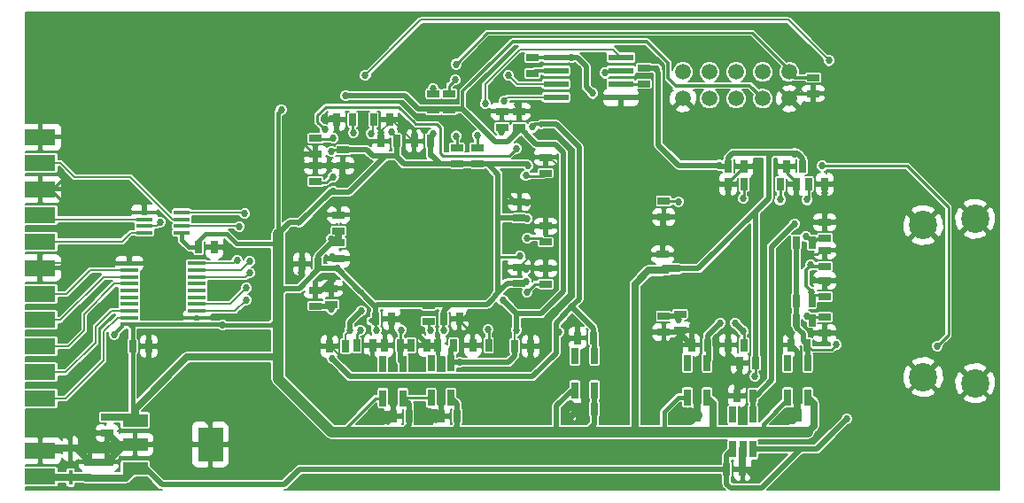
<source format=gbl>
G04 #@! TF.FileFunction,Copper,L2,Bot,Signal*
%FSLAX46Y46*%
G04 Gerber Fmt 4.6, Leading zero omitted, Abs format (unit mm)*
G04 Created by KiCad (PCBNEW 4.0.4+dfsg1-stable) date Tue Oct 11 00:50:57 2016*
%MOMM*%
%LPD*%
G01*
G04 APERTURE LIST*
%ADD10C,0.150000*%
%ADD11C,1.506220*%
%ADD12R,0.650000X1.560000*%
%ADD13C,2.700000*%
%ADD14R,6.700000X6.700000*%
%ADD15C,0.690000*%
%ADD16C,2.200000*%
%ADD17R,0.635000X1.143000*%
%ADD18R,1.143000X0.635000*%
%ADD19R,2.350000X0.600000*%
%ADD20R,2.400000X1.200000*%
%ADD21R,2.400000X3.300000*%
%ADD22R,1.700000X0.400000*%
%ADD23R,0.450000X1.400000*%
%ADD24R,1.500000X0.400000*%
%ADD25R,3.000000X1.500000*%
%ADD26C,0.686000*%
%ADD27C,0.200000*%
%ADD28C,0.180000*%
%ADD29C,0.300000*%
%ADD30C,0.220000*%
%ADD31C,0.250000*%
%ADD32C,0.500000*%
%ADD33C,0.400000*%
%ADD34C,0.700000*%
%ADD35C,1.000000*%
%ADD36C,0.350000*%
G04 APERTURE END LIST*
D10*
D11*
X111592000Y-29500000D03*
X111592000Y-32040000D03*
X109052000Y-29500000D03*
X109052000Y-32040000D03*
X106512000Y-29500000D03*
X106512000Y-32040000D03*
X103972000Y-29500000D03*
X103972000Y-32040000D03*
X101432000Y-29500000D03*
X101432000Y-32040000D03*
D12*
X103743800Y-60603400D03*
X102793800Y-60603400D03*
X101843800Y-60603400D03*
X101843800Y-57303400D03*
X103743800Y-57303400D03*
X113340000Y-60603400D03*
X112390000Y-60603400D03*
X111440000Y-60603400D03*
X111440000Y-57303400D03*
X113340000Y-57303400D03*
X74650000Y-60674600D03*
X73700000Y-60674600D03*
X72750000Y-60674600D03*
X72750000Y-57374600D03*
X74650000Y-57374600D03*
X79256000Y-60652600D03*
X78306000Y-60652600D03*
X77356000Y-60652600D03*
X77356000Y-57352600D03*
X79256000Y-57352600D03*
X92984000Y-59928000D03*
X92034000Y-59928000D03*
X91084000Y-59928000D03*
X91084000Y-56628000D03*
X92984000Y-56628000D03*
D13*
X124400000Y-44150000D03*
X124400000Y-58650000D03*
X129350000Y-59250000D03*
X129350000Y-43550000D03*
D14*
X77300000Y-44700000D03*
D15*
X79850000Y-42150000D03*
X79850000Y-43000000D03*
X79850000Y-43850000D03*
X79850000Y-44700000D03*
X79850000Y-45550000D03*
X79850000Y-46400000D03*
X79850000Y-47250000D03*
X79000000Y-42150000D03*
X79000000Y-43000000D03*
X79000000Y-43850000D03*
X79000000Y-44700000D03*
X79000000Y-45550000D03*
X79000000Y-46400000D03*
X79000000Y-47250000D03*
X78150000Y-42150000D03*
X78150000Y-43000000D03*
X78150000Y-46400000D03*
X78150000Y-47250000D03*
X77300000Y-42150000D03*
X77300000Y-43000000D03*
X77300000Y-46400000D03*
X77300000Y-47250000D03*
X76450000Y-42150000D03*
X76450000Y-43000000D03*
X76450000Y-46400000D03*
X76450000Y-47250000D03*
X75600000Y-42150000D03*
X75600000Y-43000000D03*
X75600000Y-43850000D03*
X75600000Y-44700000D03*
X75600000Y-45550000D03*
X75600000Y-46400000D03*
X75600000Y-47250000D03*
X74750000Y-42150000D03*
X74750000Y-43000000D03*
X74750000Y-43850000D03*
X74750000Y-44700000D03*
X74750000Y-45550000D03*
X74750000Y-46400000D03*
X74750000Y-47250000D03*
D16*
X77300000Y-44700000D03*
D17*
X112235000Y-45811000D03*
X113759000Y-45811000D03*
X112227000Y-51407000D03*
X113751000Y-51407000D03*
X112230000Y-53221000D03*
X113754000Y-53221000D03*
X113438000Y-40200000D03*
X114962000Y-40200000D03*
D18*
X97686200Y-30618800D03*
X97686200Y-29094800D03*
X79116000Y-33111000D03*
X79116000Y-31587000D03*
X77567000Y-33111000D03*
X77567000Y-31587000D03*
X113873000Y-31547000D03*
X113873000Y-30023000D03*
X87043600Y-29628200D03*
X87043600Y-28104200D03*
X77089000Y-51790600D03*
X77089000Y-53314600D03*
X79806800Y-36728400D03*
X79806800Y-38252400D03*
X81788000Y-38252400D03*
X81788000Y-36728400D03*
X101150000Y-52642000D03*
X101150000Y-54166000D03*
D17*
X66553000Y-47859000D03*
X65029000Y-47859000D03*
D18*
X67807000Y-51694000D03*
X67807000Y-50170000D03*
X85800000Y-43462000D03*
X85800000Y-41938000D03*
X68935600Y-36931600D03*
X68935600Y-38455600D03*
D17*
X92862400Y-54914800D03*
X91338400Y-54914800D03*
X79522000Y-55625000D03*
X77998000Y-55625000D03*
X74447400Y-55630000D03*
X72923400Y-55630000D03*
X75230000Y-62390600D03*
X73706000Y-62390600D03*
X92964000Y-61696600D03*
X91440000Y-61696600D03*
X79859000Y-62395600D03*
X78335000Y-62395600D03*
X113320600Y-55600600D03*
X111796600Y-55600600D03*
X103762000Y-55600000D03*
X102238000Y-55600000D03*
X113929000Y-62311000D03*
X112405000Y-62311000D03*
X104323000Y-62316000D03*
X102799000Y-62316000D03*
X112862000Y-38500000D03*
X111338000Y-38500000D03*
X110738000Y-40200000D03*
X112262000Y-40200000D03*
X107262000Y-40200000D03*
X105738000Y-40200000D03*
X105738000Y-38500000D03*
X107262000Y-38500000D03*
D18*
X99600000Y-41838000D03*
X99600000Y-43362000D03*
X115000000Y-45362000D03*
X115000000Y-43838000D03*
X99500000Y-48462000D03*
X99500000Y-46938000D03*
X115000000Y-48062000D03*
X115000000Y-46538000D03*
X115000000Y-50962000D03*
X115000000Y-49438000D03*
X99600000Y-52838000D03*
X99600000Y-54362000D03*
X115000000Y-52938000D03*
X115000000Y-54462000D03*
D17*
X108362000Y-57300000D03*
X106838000Y-57300000D03*
X107262000Y-55600000D03*
X105738000Y-55600000D03*
X70238000Y-55630000D03*
X71762000Y-55630000D03*
X75457000Y-55625000D03*
X76981000Y-55625000D03*
X82850000Y-55621000D03*
X81326000Y-55621000D03*
X69162000Y-55700000D03*
X67638000Y-55700000D03*
X72038000Y-53100000D03*
X73562000Y-53100000D03*
X78538000Y-53100000D03*
X80062000Y-53100000D03*
X85338000Y-55700000D03*
X86862000Y-55700000D03*
D18*
X66300000Y-51862000D03*
X66300000Y-50338000D03*
X88300000Y-49762000D03*
X88300000Y-48238000D03*
X85800000Y-49662000D03*
X85800000Y-48138000D03*
X88300000Y-45762000D03*
X88300000Y-44238000D03*
X68524000Y-45796000D03*
X68524000Y-47320000D03*
X66300000Y-39962000D03*
X66300000Y-38438000D03*
X88300000Y-39162000D03*
X88300000Y-37638000D03*
X66300000Y-35838000D03*
X66300000Y-37362000D03*
D17*
X74062000Y-36100000D03*
X72538000Y-36100000D03*
D18*
X85786000Y-34768000D03*
X85786000Y-33244000D03*
D17*
X69863000Y-34064000D03*
X68339000Y-34064000D03*
X71838000Y-34061000D03*
X73362000Y-34061000D03*
X77262000Y-36100000D03*
X75738000Y-36100000D03*
D18*
X84115000Y-34773000D03*
X84115000Y-33249000D03*
D19*
X95490300Y-28104200D03*
X95490300Y-29374200D03*
X95490300Y-30644200D03*
X95490300Y-31914200D03*
X89290300Y-31914200D03*
X89290300Y-30644200D03*
X89290300Y-29374200D03*
X89290300Y-28104200D03*
D18*
X46406000Y-68298000D03*
X46406000Y-66774000D03*
D17*
X105613000Y-67467000D03*
X107137000Y-67467000D03*
D18*
X46372000Y-62480000D03*
X46372000Y-64004000D03*
D17*
X108113000Y-60430000D03*
X106589000Y-60430000D03*
D18*
X68524000Y-44679000D03*
X68524000Y-43155000D03*
D20*
X49067000Y-65100000D03*
X49067000Y-67400000D03*
X49067000Y-62800000D03*
D21*
X56267000Y-65100000D03*
D12*
X108095000Y-65567000D03*
X107145000Y-65567000D03*
X106195000Y-65567000D03*
X106195000Y-62267000D03*
X108095000Y-62267000D03*
D17*
X50357000Y-55710000D03*
X48833000Y-55710000D03*
X55138000Y-46248000D03*
X56662000Y-46248000D03*
D22*
X48512000Y-53636000D03*
X48512000Y-52986000D03*
X48512000Y-52336000D03*
X48512000Y-51686000D03*
X48512000Y-51036000D03*
X48512000Y-50386000D03*
X48512000Y-49736000D03*
X48512000Y-49086000D03*
X48512000Y-48436000D03*
X48512000Y-47786000D03*
X54952000Y-47786000D03*
X54952000Y-48436000D03*
X54952000Y-49086000D03*
X54952000Y-49736000D03*
X54952000Y-50386000D03*
X54952000Y-51036000D03*
X54952000Y-51686000D03*
X54952000Y-52336000D03*
X54952000Y-52986000D03*
X54952000Y-53636000D03*
D18*
X44752000Y-68298000D03*
X44752000Y-66774000D03*
D23*
X42893000Y-68266000D03*
X42893000Y-65466000D03*
D24*
X49932000Y-44866000D03*
X49932000Y-44216000D03*
X49932000Y-43566000D03*
X49932000Y-42916000D03*
X53532000Y-42916000D03*
X53532000Y-43566000D03*
X53532000Y-44216000D03*
X53532000Y-44866000D03*
D25*
X40000000Y-65700000D03*
X39982000Y-48224000D03*
X40000000Y-35700000D03*
X40000000Y-45700000D03*
X40000000Y-55700000D03*
X40000000Y-43200000D03*
X40000000Y-60700000D03*
X40000000Y-53200000D03*
X40000000Y-38200000D03*
X39990000Y-50698000D03*
X40000000Y-58200000D03*
X40000000Y-40700000D03*
X40000000Y-68200000D03*
D26*
X84323000Y-32288000D03*
X84732200Y-29806000D03*
X71072000Y-29832000D03*
X115374000Y-28404000D03*
X79751000Y-28748000D03*
X79665000Y-30246000D03*
X77541000Y-31105000D03*
X80061000Y-57252000D03*
X85428000Y-35326000D03*
X69187000Y-31768000D03*
X85496400Y-54178200D03*
X69596000Y-54152800D03*
X70700000Y-52300000D03*
X84200000Y-51300000D03*
X67200000Y-35000000D03*
X85500000Y-36800000D03*
X87046000Y-34757000D03*
X67900000Y-56900000D03*
X89535000Y-54356000D03*
X86556000Y-45389000D03*
X86517000Y-50546000D03*
X86403000Y-39400000D03*
X84087000Y-35223000D03*
X68021200Y-39522400D03*
X67843400Y-52197000D03*
X70586600Y-54178200D03*
X67995800Y-35839400D03*
X71595000Y-35377000D03*
X82804000Y-54102000D03*
X69900800Y-35306000D03*
X74498200Y-54152800D03*
X82516000Y-32537000D03*
X116102000Y-55557000D03*
X100968000Y-53185000D03*
X101000000Y-41900000D03*
X106400000Y-53500000D03*
X105000000Y-53500000D03*
X110700000Y-41700000D03*
X107200000Y-41600000D03*
X107200000Y-54300000D03*
X125753000Y-55695000D03*
X114757000Y-38466000D03*
X122130000Y-42337000D03*
X104303000Y-37605000D03*
X92503000Y-46280000D03*
X92568000Y-38527000D03*
X42504000Y-24826000D03*
X42436000Y-29809000D03*
X42466000Y-32065000D03*
X42230000Y-34488000D03*
X43800000Y-36104000D03*
X42504000Y-36873000D03*
X43533000Y-38702000D03*
X42215000Y-39662000D03*
X42436000Y-27249000D03*
X42306000Y-42070000D03*
X58080000Y-67681000D03*
X56556000Y-67772000D03*
X54971000Y-67772000D03*
X53386000Y-67757000D03*
X51755000Y-67788000D03*
X48692000Y-69159000D03*
X50216000Y-68915000D03*
X102108000Y-66142000D03*
X97879000Y-66142000D03*
X92126000Y-66027000D03*
X88049000Y-66065000D03*
X83972000Y-66142000D03*
X79512000Y-66060000D03*
X76058000Y-66081000D03*
X72827000Y-65877000D03*
X68397000Y-65816000D03*
X64821000Y-65857000D03*
X101575000Y-68656000D03*
X97460000Y-68656000D03*
X92926000Y-68656000D03*
X88773000Y-68732000D03*
X84734000Y-68771000D03*
X80467000Y-68656000D03*
X76098000Y-68600000D03*
X72380000Y-68600000D03*
X69088000Y-68641000D03*
X65816000Y-68621000D03*
X59883000Y-62240000D03*
X60025000Y-63886000D03*
X60025000Y-65410000D03*
X60066000Y-66772000D03*
X58745000Y-66792000D03*
X58725000Y-65288000D03*
X58644000Y-63866000D03*
X57363000Y-62545000D03*
X55555000Y-62586000D03*
X43053000Y-44379000D03*
X43617000Y-50658000D03*
X42314000Y-51732000D03*
X45423000Y-52567000D03*
X46909000Y-51412000D03*
X42296000Y-54905000D03*
X42992000Y-53315000D03*
X42362000Y-62052000D03*
X42301000Y-64181000D03*
X42428000Y-56982000D03*
X43830000Y-57790000D03*
X42451000Y-59428000D03*
X44691000Y-59512000D03*
X59248000Y-52771000D03*
X52832000Y-52100000D03*
X44657000Y-65128000D03*
X51610000Y-55748000D03*
X109705000Y-66763000D03*
X108916000Y-67563000D03*
X108196000Y-68260000D03*
X107145000Y-59322000D03*
X68153000Y-42118000D03*
X64947800Y-48691800D03*
X64947800Y-45643800D03*
X97692000Y-32095000D03*
X114996000Y-55321000D03*
X78326000Y-56982000D03*
X100995000Y-49408000D03*
X101006000Y-50724000D03*
X111328000Y-62123000D03*
X110475000Y-62855000D03*
X100405000Y-55195000D03*
X77175000Y-62690000D03*
X75590400Y-54127400D03*
X67871000Y-47130000D03*
X67986000Y-49256000D03*
X113881000Y-49400000D03*
X69469000Y-52177000D03*
X69545000Y-51064000D03*
X101000000Y-47000000D03*
X97978000Y-53969000D03*
X88440000Y-32771000D03*
X80691000Y-35342000D03*
X78895000Y-35237000D03*
X108265000Y-41567000D03*
X111115000Y-54258000D03*
X86591000Y-37404000D03*
X86346000Y-46318000D03*
X84696000Y-44818000D03*
X86479000Y-48360000D03*
X86681000Y-44463000D03*
X86567000Y-41960000D03*
X84673000Y-41214000D03*
X114983600Y-41083600D03*
X85568000Y-32634000D03*
X75700000Y-52500000D03*
X72572000Y-35329000D03*
X67843400Y-38404800D03*
X113131600Y-46913800D03*
X68300600Y-54178200D03*
X73533000Y-54178200D03*
X81584800Y-54102000D03*
X92303600Y-52044600D03*
X92329000Y-49098200D03*
X92329000Y-50825400D03*
X89916000Y-56946800D03*
X105800000Y-41600000D03*
X112300000Y-41700000D03*
X86500000Y-51500000D03*
X76400000Y-48900000D03*
X74400000Y-48900000D03*
X82400000Y-46800000D03*
X82400000Y-48600000D03*
X80300000Y-48900000D03*
X78400000Y-48900000D03*
X82400000Y-44800000D03*
X82400000Y-42900000D03*
X68707000Y-40208200D03*
X71170800Y-56845200D03*
X97960000Y-44900000D03*
X105800000Y-54300000D03*
X112200000Y-42700000D03*
X109700000Y-44000000D03*
X105900000Y-43800000D03*
X104700000Y-41800000D03*
X103600000Y-41800000D03*
X103600000Y-46000000D03*
X103600000Y-49400000D03*
X75700000Y-37500000D03*
X65000000Y-34000000D03*
X125100000Y-52200000D03*
X125000000Y-54800000D03*
X70800000Y-38500000D03*
X72100000Y-48600000D03*
X72100000Y-46700000D03*
X72100000Y-50800000D03*
X73450000Y-50800000D03*
X74950000Y-50800000D03*
X76500000Y-50800000D03*
X78050000Y-50800000D03*
X79450000Y-50800000D03*
X80750000Y-50800000D03*
X81950000Y-50850000D03*
X82400000Y-41200000D03*
X78816200Y-39801800D03*
X81000000Y-39800000D03*
X77400000Y-39800000D03*
X73400000Y-39800000D03*
X75400000Y-39800000D03*
X72100000Y-44800000D03*
X72100000Y-42700000D03*
X72100000Y-40900000D03*
X83900000Y-52500000D03*
X82900000Y-52500000D03*
X82000000Y-52500000D03*
X81050000Y-52500000D03*
X74800000Y-52500000D03*
X67300000Y-34100000D03*
X86900000Y-56700000D03*
X75735000Y-35437000D03*
X73590000Y-30644000D03*
X113258600Y-52806600D03*
X113645000Y-47926000D03*
X113741200Y-50571400D03*
X113184000Y-45236000D03*
X81788000Y-35557000D03*
X113300000Y-41700000D03*
X79756000Y-35610800D03*
X77292200Y-54152800D03*
X93965100Y-29590100D03*
X59676000Y-51286000D03*
X59699000Y-50143000D03*
X59992000Y-47602000D03*
X60015000Y-48715000D03*
X58804000Y-47526000D03*
X59025000Y-44272000D03*
X59527000Y-43038000D03*
X117089000Y-62652000D03*
X47071000Y-54595000D03*
X57440000Y-53706000D03*
X63033000Y-33109000D03*
X98904000Y-29204000D03*
X92800000Y-31535000D03*
X67843400Y-45440600D03*
X68377000Y-48296000D03*
X73607000Y-35245000D03*
X85839000Y-47092000D03*
X86407000Y-49511000D03*
X86558000Y-43510000D03*
X86624000Y-38476000D03*
X77553000Y-35406000D03*
X90790100Y-28104200D03*
X72110600Y-54178200D03*
X104900000Y-38400000D03*
X112100000Y-37300000D03*
X108300000Y-58600000D03*
X101000000Y-48300000D03*
X78587600Y-54178200D03*
X67843400Y-37084000D03*
X67995800Y-40894000D03*
X112100000Y-44000000D03*
X51481000Y-43845000D03*
D27*
X84676000Y-31935000D02*
X88872400Y-31935000D01*
X84323000Y-32288000D02*
X84676000Y-31935000D01*
D28*
X84732200Y-29806000D02*
X84744900Y-29806000D01*
X85583100Y-30644200D02*
X89290300Y-30644200D01*
X84744900Y-29806000D02*
X85583100Y-30644200D01*
D27*
X84732200Y-29806000D02*
X84771900Y-29806000D01*
X84732200Y-29806000D02*
X84751200Y-29825000D01*
D28*
X76398000Y-24506000D02*
X71072000Y-29832000D01*
X111476000Y-24506000D02*
X76398000Y-24506000D01*
X115374000Y-28404000D02*
X111476000Y-24506000D01*
D29*
X113873000Y-30023000D02*
X112115000Y-30023000D01*
X112115000Y-30023000D02*
X111592000Y-29500000D01*
D30*
X111592000Y-29500000D02*
X111592000Y-29316000D01*
X111592000Y-29316000D02*
X108021000Y-25745000D01*
X108021000Y-25745000D02*
X82754000Y-25745000D01*
X82754000Y-25745000D02*
X79751000Y-28748000D01*
D31*
X79116000Y-31587000D02*
X79116000Y-30795000D01*
X79116000Y-30795000D02*
X79665000Y-30246000D01*
X77567000Y-31587000D02*
X77567000Y-31131000D01*
X77567000Y-31131000D02*
X77541000Y-31105000D01*
D29*
X83607000Y-28137200D02*
X85135200Y-26609000D01*
X107804000Y-30792000D02*
X109052000Y-32040000D01*
X100744000Y-30792000D02*
X107804000Y-30792000D01*
X100024000Y-30072000D02*
X100744000Y-30792000D01*
X100024000Y-28655000D02*
X100024000Y-30072000D01*
X97978000Y-26609000D02*
X100024000Y-28655000D01*
X85135200Y-26609000D02*
X97978000Y-26609000D01*
X80384650Y-33048650D02*
X80384650Y-31359550D01*
X80384650Y-31359550D02*
X83607000Y-28137200D01*
X83607000Y-28137200D02*
X83576500Y-28167700D01*
D32*
X80061000Y-57252000D02*
X79356600Y-57252000D01*
X80279000Y-57259400D02*
X80244400Y-57259400D01*
X80279000Y-57259400D02*
X79945000Y-57259400D01*
D31*
X79945000Y-57259400D02*
X79945000Y-57280000D01*
X79945000Y-57280000D02*
X79945000Y-57259400D01*
X79945000Y-57280000D02*
X79945000Y-57259400D01*
X80053600Y-57259400D02*
X79945000Y-57259400D01*
X80061000Y-57252000D02*
X80053600Y-57259400D01*
D32*
X79356600Y-57252000D02*
X79256000Y-57352600D01*
X79256000Y-57352600D02*
X79256000Y-55961000D01*
X79256000Y-55961000D02*
X79522000Y-55695000D01*
X84740600Y-57259400D02*
X80279000Y-57259400D01*
D31*
X79116000Y-33111000D02*
X80291000Y-33111000D01*
X80291000Y-33111000D02*
X80369000Y-33033000D01*
X77567000Y-33111000D02*
X79116000Y-33111000D01*
X85428000Y-35326000D02*
X85786000Y-34968000D01*
X85786000Y-34968000D02*
X85786000Y-34768000D01*
D32*
X85786000Y-34768000D02*
X85786000Y-35033000D01*
X85786000Y-35033000D02*
X84654000Y-36165000D01*
X84654000Y-36165000D02*
X83501000Y-36165000D01*
X83501000Y-36165000D02*
X80384650Y-33048650D01*
X80384650Y-33048650D02*
X80369000Y-33033000D01*
X80369000Y-33033000D02*
X76135000Y-33033000D01*
X74874000Y-31772000D02*
X69187000Y-31768000D01*
X76135000Y-33033000D02*
X74874000Y-31772000D01*
X86447500Y-35447500D02*
X86447500Y-35429500D01*
X86447500Y-35429500D02*
X85786000Y-34768000D01*
D27*
X69162000Y-54787800D02*
X69162000Y-54586800D01*
X69162000Y-54586800D02*
X69596000Y-54152800D01*
X69162000Y-54738000D02*
X69162000Y-54787800D01*
X69162000Y-54787800D02*
X69162000Y-55700000D01*
D32*
X84740600Y-57259400D02*
X85338000Y-56662000D01*
X85338000Y-55700000D02*
X85338000Y-56662000D01*
D27*
X85334400Y-54340200D02*
X85338000Y-55700000D01*
D32*
X69596000Y-54152800D02*
X69600000Y-53400000D01*
X69600000Y-53400000D02*
X70700000Y-52300000D01*
X85500000Y-52600000D02*
X84200000Y-51300000D01*
X87900000Y-52600000D02*
X85500000Y-52600000D01*
X85500000Y-52600000D02*
X85496400Y-54178200D01*
D27*
X85496400Y-54178200D02*
X85334400Y-54340200D01*
D32*
X86400000Y-35400000D02*
X86447500Y-35447500D01*
X86447500Y-35447500D02*
X87400000Y-36400000D01*
X87400000Y-36400000D02*
X89200000Y-36400000D01*
X89200000Y-36400000D02*
X90000000Y-37200000D01*
X90000000Y-37200000D02*
X90000000Y-50500000D01*
X90000000Y-50500000D02*
X87900000Y-52600000D01*
X87041000Y-58628000D02*
X89281000Y-56388000D01*
X86944000Y-58628000D02*
X87041000Y-58628000D01*
X86944000Y-58628000D02*
X79103000Y-58628000D01*
X86951000Y-58628000D02*
X86944000Y-58628000D01*
X79103000Y-58628000D02*
X79083600Y-58628000D01*
D31*
X78232000Y-35841000D02*
X78232000Y-34816000D01*
X78232000Y-34816000D02*
X77893000Y-34477000D01*
X77893000Y-34477000D02*
X75877000Y-34477000D01*
X66500000Y-33637000D02*
X66500000Y-34300000D01*
X66500000Y-34300000D02*
X67200000Y-35000000D01*
X75650000Y-34250000D02*
X74255000Y-32855000D01*
X74255000Y-32855000D02*
X67282000Y-32855000D01*
X67282000Y-32855000D02*
X66500000Y-33637000D01*
X75877000Y-34477000D02*
X75650000Y-34250000D01*
X84795200Y-37504800D02*
X85500000Y-36800000D01*
X78232000Y-37232000D02*
X78232000Y-35841000D01*
X78232000Y-35841000D02*
X78232000Y-35825000D01*
X78504800Y-37504800D02*
X78232000Y-37232000D01*
X84795200Y-37504800D02*
X78504800Y-37504800D01*
D29*
X87889000Y-34646000D02*
X87889000Y-34500000D01*
X87743000Y-34500000D02*
X87889000Y-34646000D01*
X87303000Y-34500000D02*
X87743000Y-34500000D01*
X87046000Y-34757000D02*
X87303000Y-34500000D01*
D32*
X92862400Y-54000400D02*
X90800574Y-51938574D01*
X92862400Y-54914800D02*
X92862400Y-54000400D01*
X90800574Y-51938574D02*
X89281000Y-53543200D01*
X89300000Y-34500000D02*
X87889000Y-34500000D01*
X89300000Y-34500000D02*
X91500000Y-36700000D01*
X91500000Y-36700000D02*
X91500000Y-51200000D01*
X91500000Y-51200000D02*
X90800574Y-51938574D01*
X87889000Y-34500000D02*
X87800000Y-34500000D01*
X92986500Y-57008000D02*
X92986500Y-55424500D01*
X92986500Y-55424500D02*
X92812000Y-55250000D01*
X67900000Y-56900000D02*
X69628000Y-58628000D01*
X89281000Y-53543200D02*
X89281000Y-54330600D01*
X89281000Y-56388000D02*
X89281000Y-54330600D01*
X89509600Y-54330600D02*
X89281000Y-54330600D01*
X89535000Y-54356000D02*
X89509600Y-54330600D01*
X69628000Y-58628000D02*
X79103000Y-58628000D01*
X66300000Y-51862000D02*
X67639000Y-51862000D01*
X67639000Y-51862000D02*
X67807000Y-51694000D01*
X74447400Y-55700000D02*
X75452000Y-55700000D01*
X75452000Y-55700000D02*
X75457000Y-55695000D01*
X74447400Y-57175400D02*
X74447400Y-55714600D01*
X74447400Y-55714600D02*
X74462000Y-55700000D01*
D31*
X87911000Y-45373000D02*
X88300000Y-45762000D01*
X86572000Y-45373000D02*
X87911000Y-45373000D01*
X86556000Y-45389000D02*
X86572000Y-45373000D01*
X87301000Y-49762000D02*
X88300000Y-49762000D01*
X86517000Y-50546000D02*
X87301000Y-49762000D01*
X88036000Y-39426000D02*
X86429000Y-39426000D01*
X86429000Y-39426000D02*
X86403000Y-39400000D01*
X88036000Y-39426000D02*
X88300000Y-39162000D01*
X84115000Y-35195000D02*
X84115000Y-34773000D01*
X84087000Y-35223000D02*
X84115000Y-35195000D01*
X67691000Y-39709000D02*
X67707600Y-39709000D01*
X67894200Y-39522400D02*
X68021200Y-39522400D01*
X67707600Y-39709000D02*
X67894200Y-39522400D01*
X67362000Y-51862000D02*
X67508400Y-51862000D01*
X67508400Y-51862000D02*
X67843400Y-52197000D01*
X66300000Y-51862000D02*
X67362000Y-51862000D01*
X70238000Y-54635400D02*
X70238000Y-54526800D01*
X70238000Y-54526800D02*
X70586600Y-54178200D01*
X70238000Y-54662000D02*
X70238000Y-54635400D01*
X70238000Y-54635400D02*
X70238000Y-55700000D01*
X67338000Y-35938000D02*
X67897200Y-35938000D01*
X66300000Y-35938000D02*
X67338000Y-35938000D01*
X67897200Y-35938000D02*
X67995800Y-35839400D01*
D27*
X71595000Y-35377000D02*
X71833000Y-35139000D01*
D31*
X82804000Y-54102000D02*
X82866000Y-54164000D01*
X69900800Y-35306000D02*
X69862800Y-35268000D01*
X74498200Y-54152800D02*
X74460200Y-54190800D01*
X67700000Y-39700000D02*
X67691000Y-39709000D01*
X67691000Y-39709000D02*
X67338000Y-40062000D01*
X69862800Y-35268000D02*
X69862000Y-33700000D01*
D27*
X71833000Y-35139000D02*
X71838000Y-33700000D01*
D31*
X82866000Y-54164000D02*
X82862000Y-55700000D01*
X74460200Y-54190800D02*
X74462000Y-55700000D01*
X74462000Y-57700000D02*
X74462000Y-55700000D01*
X67338000Y-40062000D02*
X66300000Y-40062000D01*
D28*
X82513000Y-30834700D02*
X82513000Y-30640900D01*
X82513000Y-30640900D02*
X85828900Y-27325000D01*
X94711100Y-27325000D02*
X95490300Y-28104200D01*
X85828900Y-27325000D02*
X94711100Y-27325000D01*
X82513000Y-32534000D02*
X82513000Y-30834700D01*
X82513000Y-30834700D02*
X82513000Y-30895000D01*
X82513000Y-30895000D02*
X82513000Y-30861000D01*
X82513000Y-30861000D02*
X82513000Y-30804000D01*
X82516000Y-32537000D02*
X82513000Y-32534000D01*
D31*
X116102000Y-55557000D02*
X115622000Y-56037000D01*
X113757000Y-56037000D02*
X113320600Y-55600600D01*
X115622000Y-56037000D02*
X113757000Y-56037000D01*
D29*
X112227000Y-51407000D02*
X112227000Y-53218000D01*
X112227000Y-53218000D02*
X112230000Y-53221000D01*
D33*
X116058400Y-55600600D02*
X116102000Y-55557000D01*
D32*
X112300000Y-46100000D02*
X112300000Y-48700000D01*
X112300000Y-48700000D02*
X112300000Y-51600000D01*
X112300000Y-51600000D02*
X112300000Y-53900000D01*
X112928400Y-55208400D02*
X113320600Y-55600600D01*
X112928400Y-54528400D02*
X112928400Y-55208400D01*
X112300000Y-53900000D02*
X112928400Y-54528400D01*
X113340000Y-57303400D02*
X113340000Y-55620000D01*
X113340000Y-55620000D02*
X113320600Y-55600600D01*
X100621000Y-52838000D02*
X99600000Y-52838000D01*
D31*
X100968000Y-53185000D02*
X100621000Y-52838000D01*
D32*
X103762000Y-55600000D02*
X103762000Y-54738000D01*
X106400000Y-53500000D02*
X107200000Y-54300000D01*
X103762000Y-54738000D02*
X105000000Y-53500000D01*
X103852500Y-57030000D02*
X103852500Y-55690500D01*
X103852500Y-55690500D02*
X103762000Y-55600000D01*
D31*
X110738000Y-41662000D02*
X110738000Y-40200000D01*
X110700000Y-41700000D02*
X110738000Y-41662000D01*
X107262000Y-41538000D02*
X107262000Y-40200000D01*
X107200000Y-41600000D02*
X107262000Y-41538000D01*
X100938000Y-41838000D02*
X99600000Y-41838000D01*
X101000000Y-41900000D02*
X100938000Y-41838000D01*
X107262000Y-54362000D02*
X107262000Y-55600000D01*
X107200000Y-54300000D02*
X107262000Y-54362000D01*
X126793000Y-42596000D02*
X126793000Y-54655000D01*
X126793000Y-54655000D02*
X125753000Y-55695000D01*
X126793000Y-42410000D02*
X126793000Y-42596000D01*
X126793000Y-42596000D02*
X126793000Y-42565000D01*
X122841000Y-38458000D02*
X126793000Y-42410000D01*
X114765000Y-38458000D02*
X122841000Y-38458000D01*
X114757000Y-38466000D02*
X114765000Y-38458000D01*
X124400000Y-44150000D02*
X123943000Y-44150000D01*
X123943000Y-44150000D02*
X122130000Y-42337000D01*
X42436000Y-27645000D02*
X42436000Y-24894000D01*
X42436000Y-24894000D02*
X42504000Y-24826000D01*
X42436000Y-27249000D02*
X42436000Y-27645000D01*
X42436000Y-27645000D02*
X42436000Y-29809000D01*
X42466000Y-29839000D02*
X42436000Y-29809000D01*
X42230000Y-32301000D02*
X42466000Y-32065000D01*
X42215000Y-39662000D02*
X41177000Y-40700000D01*
X42230000Y-34534000D02*
X42230000Y-34488000D01*
X43800000Y-36104000D02*
X42230000Y-34534000D01*
X42504000Y-37673000D02*
X42504000Y-36873000D01*
X43533000Y-38702000D02*
X42504000Y-37673000D01*
X42230000Y-34488000D02*
X42230000Y-32301000D01*
X42466000Y-32065000D02*
X42466000Y-29839000D01*
X40000000Y-40700000D02*
X41177000Y-40700000D01*
X40000000Y-40700000D02*
X40936000Y-40700000D01*
X40936000Y-40700000D02*
X42306000Y-42070000D01*
X58080000Y-67681000D02*
X57989000Y-67772000D01*
X57989000Y-67772000D02*
X56556000Y-67772000D01*
X54971000Y-67772000D02*
X54956000Y-67757000D01*
X54956000Y-67757000D02*
X53386000Y-67757000D01*
X49972000Y-69159000D02*
X48692000Y-69159000D01*
X50216000Y-68915000D02*
X49972000Y-69159000D01*
X97879000Y-66142000D02*
X102108000Y-66142000D01*
X88087000Y-66027000D02*
X92126000Y-66027000D01*
X88049000Y-66065000D02*
X88087000Y-66027000D01*
X79594000Y-66142000D02*
X83972000Y-66142000D01*
X79512000Y-66060000D02*
X79594000Y-66142000D01*
X73031000Y-66081000D02*
X76058000Y-66081000D01*
X72827000Y-65877000D02*
X73031000Y-66081000D01*
X64862000Y-65816000D02*
X68397000Y-65816000D01*
X64821000Y-65857000D02*
X64862000Y-65816000D01*
X97460000Y-68656000D02*
X101575000Y-68656000D01*
X88849000Y-68656000D02*
X92926000Y-68656000D01*
X88773000Y-68732000D02*
X88849000Y-68656000D01*
X80582000Y-68771000D02*
X84734000Y-68771000D01*
X80467000Y-68656000D02*
X80582000Y-68771000D01*
X72380000Y-68600000D02*
X76098000Y-68600000D01*
X65836000Y-68641000D02*
X69088000Y-68641000D01*
X65816000Y-68621000D02*
X65836000Y-68641000D01*
X56267000Y-65100000D02*
X56267000Y-63298000D01*
X59883000Y-63744000D02*
X59883000Y-62240000D01*
X60025000Y-63886000D02*
X59883000Y-63744000D01*
X60025000Y-66731000D02*
X60025000Y-65410000D01*
X60066000Y-66772000D02*
X60025000Y-66731000D01*
X58745000Y-65308000D02*
X58745000Y-66792000D01*
X58725000Y-65288000D02*
X58745000Y-65308000D01*
X58644000Y-63826000D02*
X58644000Y-63866000D01*
X57363000Y-62545000D02*
X58644000Y-63826000D01*
X56267000Y-63298000D02*
X55555000Y-62586000D01*
X43617000Y-50658000D02*
X42543000Y-51732000D01*
X42543000Y-51732000D02*
X42314000Y-51732000D01*
X45754000Y-52567000D02*
X45423000Y-52567000D01*
X46909000Y-51412000D02*
X45754000Y-52567000D01*
X42296000Y-54011000D02*
X42296000Y-54905000D01*
X42992000Y-53315000D02*
X42296000Y-54011000D01*
X42362000Y-62052000D02*
X42362000Y-61841000D01*
X42301000Y-62113000D02*
X42362000Y-62052000D01*
X42893000Y-64773000D02*
X42301000Y-64181000D01*
X42301000Y-64181000D02*
X42301000Y-62113000D01*
X43830000Y-58049000D02*
X43830000Y-57790000D01*
X42451000Y-59428000D02*
X43830000Y-58049000D01*
X42362000Y-61841000D02*
X44691000Y-59512000D01*
X42893000Y-65466000D02*
X42893000Y-64773000D01*
D29*
X54952000Y-52986000D02*
X59033000Y-52986000D01*
X59033000Y-52986000D02*
X59248000Y-52771000D01*
X54952000Y-52986000D02*
X53718000Y-52986000D01*
X53718000Y-52986000D02*
X52832000Y-52100000D01*
D34*
X44319000Y-65466000D02*
X42893000Y-65466000D01*
X44657000Y-65128000D02*
X44319000Y-65466000D01*
D29*
X113873000Y-31547000D02*
X112085000Y-31547000D01*
X112085000Y-31547000D02*
X111592000Y-32040000D01*
D33*
X51572000Y-55710000D02*
X50357000Y-55710000D01*
X51610000Y-55748000D02*
X51572000Y-55710000D01*
X107137000Y-67467000D02*
X107403000Y-67467000D01*
X107403000Y-67467000D02*
X108196000Y-68260000D01*
X109705000Y-66774000D02*
X109705000Y-66763000D01*
X108916000Y-67563000D02*
X109705000Y-66774000D01*
X106589000Y-60430000D02*
X106589000Y-59878000D01*
X106589000Y-59878000D02*
X107145000Y-59322000D01*
X68524000Y-43155000D02*
X68524000Y-42489000D01*
X68524000Y-42489000D02*
X68153000Y-42118000D01*
D34*
X49067000Y-65100000D02*
X47468000Y-65100000D01*
X47468000Y-65100000D02*
X46372000Y-64004000D01*
X49067000Y-65100000D02*
X48080000Y-65100000D01*
X48080000Y-65100000D02*
X46406000Y-66774000D01*
X42893000Y-65466000D02*
X40234000Y-65466000D01*
X40234000Y-65466000D02*
X40000000Y-65700000D01*
X42893000Y-65466000D02*
X43444000Y-65466000D01*
X43444000Y-65466000D02*
X44752000Y-66774000D01*
X46406000Y-66774000D02*
X44752000Y-66774000D01*
X40146000Y-65554000D02*
X40000000Y-65700000D01*
D31*
X64947800Y-48691800D02*
X64947800Y-45643800D01*
D27*
X49932000Y-42916000D02*
X44181000Y-42916000D01*
X41965000Y-40700000D02*
X40000000Y-40700000D01*
X44181000Y-42916000D02*
X41965000Y-40700000D01*
X48512000Y-47786000D02*
X40420000Y-47786000D01*
X40420000Y-47786000D02*
X39982000Y-48224000D01*
D32*
X97511200Y-31914200D02*
X95490300Y-31914200D01*
X97692000Y-32095000D02*
X97511200Y-31914200D01*
D34*
X107137000Y-67467000D02*
X107137000Y-65575000D01*
X107137000Y-65575000D02*
X107145000Y-65567000D01*
D31*
X115000000Y-54462000D02*
X115000000Y-55317000D01*
X115000000Y-55317000D02*
X114996000Y-55321000D01*
D27*
X77998000Y-56654000D02*
X77998000Y-55625000D01*
X78326000Y-56982000D02*
X77998000Y-56654000D01*
X100995000Y-50713000D02*
X100995000Y-49408000D01*
X101006000Y-50724000D02*
X100995000Y-50713000D01*
D31*
X100405000Y-55195000D02*
X101150000Y-54450000D01*
X101150000Y-54450000D02*
X101150000Y-54166000D01*
D32*
X77475000Y-62103000D02*
X77475000Y-62880000D01*
X77592000Y-61986000D02*
X77475000Y-62103000D01*
X77901000Y-61986000D02*
X77592000Y-61986000D01*
X73040000Y-62126000D02*
X72824000Y-62126000D01*
X72786000Y-62986398D02*
X72796000Y-62996398D01*
X72786000Y-62164000D02*
X72786000Y-62986398D01*
X72824000Y-62126000D02*
X72786000Y-62164000D01*
X78335000Y-62395600D02*
X78310600Y-62395600D01*
X78310600Y-62395600D02*
X77901000Y-61986000D01*
X77805000Y-62037000D02*
X77805000Y-62865000D01*
X77856000Y-61986000D02*
X77805000Y-62037000D01*
X77901000Y-61986000D02*
X77856000Y-61986000D01*
X78335000Y-62395600D02*
X78280600Y-62395600D01*
X78335000Y-62395600D02*
X78305600Y-62395600D01*
X73706000Y-62390600D02*
X73682600Y-62390600D01*
X73682600Y-62390600D02*
X73418000Y-62126000D01*
X73418000Y-62126000D02*
X73040000Y-62126000D01*
X73040000Y-62126000D02*
X73084000Y-62126000D01*
X73084000Y-62126000D02*
X73160000Y-62202000D01*
X73160000Y-62202000D02*
X73160000Y-62918000D01*
X73160000Y-62918000D02*
X73229000Y-62987000D01*
X73229000Y-62987000D02*
X73229000Y-62867600D01*
X73229000Y-62867600D02*
X73706000Y-62390600D01*
D31*
X78335000Y-62395600D02*
X77469400Y-62395600D01*
X77469400Y-62395600D02*
X77175000Y-62690000D01*
D32*
X76981000Y-55695000D02*
X76981000Y-55518000D01*
X76981000Y-55518000D02*
X75590400Y-54127400D01*
D29*
X75590400Y-54127400D02*
X75425400Y-53925400D01*
X74800000Y-53300000D02*
X73562000Y-53300000D01*
X75425400Y-53925400D02*
X74800000Y-53300000D01*
D32*
X77998000Y-55695000D02*
X76981000Y-55695000D01*
X78335000Y-62395600D02*
X78335000Y-60681600D01*
X78335000Y-60681600D02*
X78306000Y-60652600D01*
D27*
X68524000Y-47320000D02*
X68061000Y-47320000D01*
X68061000Y-47320000D02*
X67871000Y-47130000D01*
D32*
X66300000Y-50338000D02*
X66888000Y-50338000D01*
X66888000Y-50338000D02*
X67986000Y-49256000D01*
D34*
X112405000Y-62311000D02*
X112394000Y-62311000D01*
X112394000Y-62311000D02*
X111992000Y-61909000D01*
X111542000Y-61909000D02*
X111328000Y-62123000D01*
X111992000Y-61909000D02*
X111542000Y-61909000D01*
X111247000Y-62865000D02*
X111941602Y-62865000D01*
X111941602Y-62865000D02*
X112405000Y-62401602D01*
X112405000Y-62401602D02*
X112405000Y-62311000D01*
D33*
X112405000Y-62311000D02*
X111516000Y-62311000D01*
X111516000Y-62311000D02*
X111328000Y-62123000D01*
D34*
X112390000Y-60603400D02*
X112390000Y-62296000D01*
X112390000Y-62296000D02*
X112405000Y-62311000D01*
D35*
X102799000Y-62316000D02*
X102502398Y-62316000D01*
X102502398Y-62316000D02*
X102072000Y-62746398D01*
X102799000Y-62316000D02*
X102382000Y-62316000D01*
X102382000Y-62316000D02*
X102144000Y-62078000D01*
D34*
X102799000Y-62316000D02*
X102799000Y-60608600D01*
X102799000Y-60608600D02*
X102793800Y-60603400D01*
X91440000Y-61696600D02*
X91396400Y-61696600D01*
X91396400Y-61696600D02*
X90731000Y-62362000D01*
X91440000Y-61696600D02*
X91124600Y-61696600D01*
X91124600Y-61696600D02*
X90638603Y-61210603D01*
X92034000Y-59928000D02*
X92034000Y-62368000D01*
X92034000Y-62368000D02*
X91882000Y-62520000D01*
D32*
X73700000Y-62150000D02*
X73700000Y-61206002D01*
X73700000Y-62150000D02*
X73700000Y-61068002D01*
D31*
X113919000Y-49438000D02*
X115000000Y-49438000D01*
X113881000Y-49400000D02*
X113919000Y-49438000D01*
D29*
X69469000Y-51140000D02*
X69469000Y-52177000D01*
X69545000Y-51064000D02*
X69469000Y-51140000D01*
D35*
X77300000Y-44700000D02*
X77300000Y-41310000D01*
X73929000Y-40919000D02*
X77300000Y-40919000D01*
X73643000Y-41205000D02*
X73929000Y-40919000D01*
X73643000Y-48200000D02*
X73643000Y-41205000D01*
X73860000Y-48417000D02*
X73643000Y-48200000D01*
X80593000Y-48417000D02*
X73860000Y-48417000D01*
X80959000Y-48051000D02*
X80593000Y-48417000D01*
X80959000Y-41480000D02*
X80959000Y-48051000D01*
X80524000Y-41045000D02*
X80959000Y-41480000D01*
X77565000Y-41045000D02*
X80524000Y-41045000D01*
X77300000Y-41310000D02*
X77565000Y-41045000D01*
D31*
X101000000Y-47000000D02*
X100938000Y-46938000D01*
X100938000Y-46938000D02*
X99500000Y-46938000D01*
X100779000Y-54362000D02*
X101000000Y-54362000D01*
X100968000Y-54173000D02*
X100779000Y-54362000D01*
X101000000Y-54362000D02*
X100969000Y-54331000D01*
X100752000Y-54331000D02*
X100752000Y-54362000D01*
X100969000Y-54331000D02*
X100752000Y-54331000D01*
X98340000Y-54331000D02*
X99569000Y-54331000D01*
X97978000Y-53969000D02*
X98340000Y-54331000D01*
X99569000Y-54331000D02*
X99600000Y-54362000D01*
D32*
X77300000Y-44700000D02*
X81480000Y-44700000D01*
X81480000Y-44700000D02*
X81481000Y-44699000D01*
X77300000Y-40919000D02*
X77300000Y-40495000D01*
X77300000Y-40495000D02*
X77328000Y-40467000D01*
X77300000Y-44700000D02*
X73031000Y-44700000D01*
X73031000Y-44700000D02*
X73030000Y-44699000D01*
X77300000Y-44700000D02*
X77300000Y-48913000D01*
X77300000Y-48913000D02*
X77307000Y-48920000D01*
X72200000Y-44700000D02*
X72100000Y-44800000D01*
X77300000Y-39900000D02*
X77400000Y-39800000D01*
X82300000Y-44700000D02*
X82400000Y-44800000D01*
D27*
X88440000Y-32771000D02*
X88440000Y-32985000D01*
X88440000Y-32985000D02*
X88181000Y-33244000D01*
X85786000Y-33244000D02*
X88181000Y-33244000D01*
D31*
X80691000Y-35019000D02*
X80691000Y-35342000D01*
X80175000Y-34503000D02*
X80691000Y-35019000D01*
X79629000Y-34503000D02*
X80175000Y-34503000D01*
X78895000Y-35237000D02*
X79629000Y-34503000D01*
X108265000Y-41755000D02*
X108265000Y-41567000D01*
X106220000Y-43800000D02*
X108265000Y-41755000D01*
X105900000Y-43800000D02*
X106220000Y-43800000D01*
D29*
X111796600Y-54939600D02*
X111796600Y-55600600D01*
X111115000Y-54258000D02*
X111796600Y-54939600D01*
D31*
X86825000Y-37638000D02*
X88300000Y-37638000D01*
X86591000Y-37404000D02*
X86825000Y-37638000D01*
X86131500Y-46103500D02*
X86103500Y-46103500D01*
X86346000Y-46318000D02*
X86131500Y-46103500D01*
D27*
X86700000Y-47238000D02*
X85800000Y-48138000D01*
X86700000Y-46600000D02*
X86700000Y-47238000D01*
X86400000Y-46300000D02*
X86700000Y-46600000D01*
D29*
X84850000Y-44850000D02*
X86103500Y-46103500D01*
X86103500Y-46103500D02*
X86300000Y-46300000D01*
X86300000Y-46300000D02*
X86400000Y-46300000D01*
X84728000Y-44850000D02*
X84850000Y-44850000D01*
X84696000Y-44818000D02*
X84728000Y-44850000D01*
D31*
X86479000Y-48360000D02*
X86257000Y-48138000D01*
X86257000Y-48138000D02*
X85800000Y-48138000D01*
X86906000Y-44238000D02*
X88300000Y-44238000D01*
X86681000Y-44463000D02*
X86906000Y-44238000D01*
X86567000Y-41960000D02*
X86545000Y-41938000D01*
X86545000Y-41938000D02*
X85800000Y-41938000D01*
D29*
X85397000Y-41938000D02*
X84673000Y-41214000D01*
X85800000Y-41938000D02*
X85397000Y-41938000D01*
X114962000Y-41062000D02*
X114962000Y-40200000D01*
X114983600Y-41083600D02*
X114962000Y-41062000D01*
D31*
X84115000Y-33249000D02*
X85781000Y-33249000D01*
X85781000Y-33249000D02*
X85786000Y-33244000D01*
X85786000Y-32852000D02*
X85786000Y-33244000D01*
X85568000Y-32634000D02*
X85786000Y-32852000D01*
D27*
X75738000Y-36100000D02*
X75612000Y-36100000D01*
X75612000Y-36100000D02*
X73573000Y-34061000D01*
X73573000Y-34061000D02*
X73362000Y-34061000D01*
D31*
X75673000Y-35499000D02*
X75738000Y-36100000D01*
D27*
X72572000Y-35329000D02*
X72572000Y-35129000D01*
X72572000Y-35129000D02*
X73362000Y-34338000D01*
D31*
X72572000Y-35329000D02*
X72538000Y-35362000D01*
D27*
X73700000Y-62150000D02*
X73700000Y-61227000D01*
X70688200Y-57000000D02*
X71016000Y-57000000D01*
D31*
X67843400Y-38404800D02*
X67905400Y-38466800D01*
X68143400Y-38466800D02*
X67905400Y-38466800D01*
X66300000Y-50338000D02*
X66300000Y-50044000D01*
X114249200Y-46913800D02*
X114625000Y-46538000D01*
X113131600Y-46913800D02*
X114249200Y-46913800D01*
X114625000Y-46538000D02*
X115000000Y-46538000D01*
D32*
X112390000Y-60603400D02*
X112390000Y-56194000D01*
X112390000Y-56194000D02*
X111796600Y-55600600D01*
D27*
X71221600Y-56794400D02*
X71491600Y-56794400D01*
X71491600Y-56794400D02*
X71762000Y-56524000D01*
D32*
X104978200Y-58953400D02*
X106045000Y-58953400D01*
X106045000Y-58953400D02*
X106838000Y-58160400D01*
X106838000Y-58160400D02*
X106838000Y-57300000D01*
X102793800Y-60603400D02*
X102793800Y-59359800D01*
X103200200Y-58953400D02*
X104978200Y-58953400D01*
X102793800Y-59359800D02*
X103200200Y-58953400D01*
X102793800Y-60603400D02*
X102793800Y-61722000D01*
D31*
X67638000Y-55700000D02*
X67638000Y-54840800D01*
X67638000Y-54840800D02*
X68300600Y-54178200D01*
D29*
X71762000Y-56524000D02*
X71762000Y-56438000D01*
X71762000Y-55700000D02*
X71762000Y-56438000D01*
D27*
X71016000Y-57000000D02*
X71221600Y-56794400D01*
X71221600Y-56794400D02*
X71170800Y-56845200D01*
D31*
X73562000Y-54149200D02*
X73562000Y-53100000D01*
X73533000Y-54178200D02*
X73562000Y-54149200D01*
X81584800Y-54102000D02*
X81338000Y-54348800D01*
X81338000Y-54348800D02*
X81338000Y-55700000D01*
X92329000Y-50825400D02*
X92329000Y-52019200D01*
X92329000Y-52019200D02*
X92303600Y-52044600D01*
X92329000Y-49098200D02*
X92329000Y-50825400D01*
D32*
X91338400Y-54914800D02*
X90627200Y-54914800D01*
X90043000Y-56819800D02*
X89916000Y-56946800D01*
X90043000Y-55499000D02*
X90043000Y-56819800D01*
X90627200Y-54914800D02*
X90043000Y-55499000D01*
D29*
X92034000Y-59928000D02*
X92034000Y-61102600D01*
X92034000Y-61102600D02*
X91440000Y-61696600D01*
D31*
X105800000Y-41600000D02*
X105738000Y-41538000D01*
X106000000Y-56800000D02*
X106050000Y-56750000D01*
X106050000Y-56750000D02*
X106000000Y-56800000D01*
X106000000Y-56800000D02*
X106000000Y-56700000D01*
D32*
X106000000Y-56700000D02*
X105738000Y-56438000D01*
D29*
X76400000Y-48900000D02*
X74400000Y-48900000D01*
X82400000Y-46800000D02*
X82400000Y-48600000D01*
X80300000Y-48900000D02*
X78400000Y-48900000D01*
X82400000Y-42900000D02*
X82400000Y-44800000D01*
D27*
X71170800Y-56845200D02*
X71270800Y-56845200D01*
X70713600Y-57000000D02*
X70688200Y-57000000D01*
X70688200Y-57000000D02*
X69000000Y-57000000D01*
X97980000Y-44880000D02*
X99500000Y-44880000D01*
X97960000Y-44900000D02*
X97980000Y-44880000D01*
X99600000Y-54362000D02*
X99202000Y-54362000D01*
D32*
X102238000Y-55600000D02*
X102238000Y-53662000D01*
X111000000Y-42700000D02*
X112200000Y-42700000D01*
X109700000Y-44000000D02*
X111000000Y-42700000D01*
X105900000Y-43000000D02*
X105900000Y-43800000D01*
X104700000Y-41800000D02*
X105900000Y-43000000D01*
X103600000Y-46000000D02*
X103600000Y-41800000D01*
X103600000Y-52300000D02*
X103600000Y-49400000D01*
X102238000Y-53662000D02*
X103600000Y-52300000D01*
X99600000Y-54362000D02*
X100752000Y-54362000D01*
X100752000Y-54362000D02*
X101000000Y-54362000D01*
X101000000Y-54362000D02*
X102238000Y-55600000D01*
D31*
X91453400Y-54826600D02*
X91465400Y-54838600D01*
X91288000Y-55250000D02*
X91453400Y-54826600D01*
X75738000Y-36100000D02*
X75738000Y-37462000D01*
X75738000Y-37462000D02*
X75700000Y-37500000D01*
X66300000Y-37462000D02*
X66262000Y-37462000D01*
X65000000Y-36200000D02*
X65000000Y-34000000D01*
X66262000Y-37462000D02*
X65000000Y-36200000D01*
X68700000Y-38462000D02*
X68707000Y-40208200D01*
D27*
X67700000Y-55700000D02*
X67638000Y-55700000D01*
X69000000Y-57000000D02*
X67700000Y-55700000D01*
X88300000Y-37638000D02*
X88638000Y-37638000D01*
X87400000Y-42000000D02*
X86800000Y-42000000D01*
X89300000Y-40100000D02*
X87400000Y-42000000D01*
X89300000Y-38300000D02*
X89300000Y-40100000D01*
X88638000Y-37638000D02*
X89300000Y-38300000D01*
D31*
X115000000Y-40200000D02*
X114962000Y-40200000D01*
X92034000Y-59548000D02*
X92034000Y-60066000D01*
X125100000Y-54700000D02*
X125100000Y-52200000D01*
X125000000Y-54800000D02*
X125100000Y-54700000D01*
D32*
X99500000Y-46938000D02*
X99500000Y-44880000D01*
X99500000Y-44880000D02*
X99500000Y-43462000D01*
X99500000Y-43462000D02*
X99600000Y-43362000D01*
X106838000Y-57300000D02*
X106600000Y-57300000D01*
X105738000Y-56438000D02*
X105738000Y-55600000D01*
X106600000Y-57300000D02*
X106000000Y-56700000D01*
D31*
X112262000Y-40200000D02*
X112262000Y-40062000D01*
X111338000Y-39138000D02*
X111338000Y-38500000D01*
X112262000Y-40062000D02*
X111338000Y-39138000D01*
X105738000Y-40200000D02*
X105738000Y-40024000D01*
X105738000Y-40024000D02*
X107262000Y-38500000D01*
X72538000Y-36100000D02*
X69200000Y-36100000D01*
X68338000Y-35238000D02*
X68338000Y-33700000D01*
X69200000Y-36100000D02*
X68338000Y-35238000D01*
D29*
X85800000Y-41938000D02*
X85800000Y-41750000D01*
X70762000Y-38462000D02*
X68700000Y-38462000D01*
X70800000Y-38500000D02*
X70762000Y-38462000D01*
X72100000Y-50800000D02*
X72100000Y-48600000D01*
X72100000Y-46700000D02*
X72100000Y-44800000D01*
X73450000Y-50800000D02*
X72100000Y-50800000D01*
X76500000Y-50800000D02*
X74950000Y-50800000D01*
X79450000Y-50800000D02*
X78050000Y-50800000D01*
X81900000Y-50800000D02*
X80750000Y-50800000D01*
X81950000Y-50850000D02*
X81900000Y-50800000D01*
X77400000Y-39800000D02*
X78816200Y-39801800D01*
X81000000Y-39800000D02*
X82400000Y-41200000D01*
X73400000Y-39800000D02*
X75400000Y-39800000D01*
X72100000Y-42700000D02*
X72100000Y-40900000D01*
X80062000Y-53300000D02*
X80250000Y-53300000D01*
X83900000Y-52500000D02*
X83900000Y-52550000D01*
X82000000Y-52500000D02*
X82900000Y-52500000D01*
X80250000Y-53300000D02*
X81050000Y-52500000D01*
X73562000Y-53300000D02*
X74000000Y-53300000D01*
X74000000Y-53300000D02*
X74800000Y-52500000D01*
D33*
X115262000Y-49700000D02*
X115000000Y-49438000D01*
D31*
X112262000Y-41662000D02*
X112262000Y-40200000D01*
X112300000Y-41700000D02*
X112262000Y-41662000D01*
X105738000Y-41538000D02*
X105738000Y-40200000D01*
X100538000Y-54362000D02*
X99600000Y-54362000D01*
X105738000Y-54362000D02*
X105738000Y-55600000D01*
X105800000Y-54300000D02*
X105738000Y-54362000D01*
X68338000Y-33700000D02*
X67700000Y-33700000D01*
X67700000Y-33700000D02*
X67300000Y-34100000D01*
D27*
X86862000Y-56662000D02*
X86862000Y-55700000D01*
X86900000Y-56700000D02*
X86862000Y-56662000D01*
X73362000Y-34338000D02*
X73362000Y-33700000D01*
X73362000Y-33862000D02*
X73362000Y-33700000D01*
D31*
X88300000Y-48238000D02*
X85900000Y-48238000D01*
X85900000Y-48238000D02*
X85800000Y-48138000D01*
X81338000Y-55700000D02*
X81338000Y-54576000D01*
X81338000Y-54576000D02*
X80062000Y-53300000D01*
X71762000Y-55700000D02*
X72938000Y-55700000D01*
X68143400Y-38466800D02*
X66376000Y-38462000D01*
X66376000Y-38462000D02*
X66300000Y-38538000D01*
X66300000Y-37462000D02*
X66300000Y-38538000D01*
X72538000Y-35362000D02*
X72538000Y-36100000D01*
X86738000Y-41938000D02*
X85800000Y-41938000D01*
X86800000Y-42000000D02*
X86738000Y-41938000D01*
X68143400Y-38466800D02*
X68700000Y-38462000D01*
X75735000Y-35437000D02*
X75673000Y-35499000D01*
D30*
X73590000Y-30644000D02*
X73590000Y-30644200D01*
X73590000Y-30644200D02*
X73590000Y-30644000D01*
X73590000Y-30644000D02*
X73590000Y-30644200D01*
D31*
X113258600Y-52806600D02*
X113800000Y-53348000D01*
X113749580Y-53150420D02*
X113962000Y-52938000D01*
X113962000Y-52938000D02*
X115000000Y-52938000D01*
X113800000Y-53100000D02*
X113749580Y-53150420D01*
X113749580Y-53600000D02*
X113749580Y-53150420D01*
D27*
X113610000Y-47961000D02*
X113610000Y-48062000D01*
X113645000Y-47926000D02*
X113610000Y-47961000D01*
D36*
X113751000Y-51407000D02*
X113751000Y-50536000D01*
X113566000Y-48062000D02*
X113610000Y-48062000D01*
X113610000Y-48062000D02*
X115000000Y-48062000D01*
X113180000Y-48448000D02*
X113566000Y-48062000D01*
X113180000Y-49965000D02*
X113180000Y-48448000D01*
X113751000Y-50536000D02*
X113180000Y-49965000D01*
D31*
X113800000Y-50630200D02*
X113800000Y-51600000D01*
X113741200Y-50571400D02*
X113800000Y-50630200D01*
X113800000Y-50800000D02*
X113749580Y-50850420D01*
X113800000Y-50800000D02*
X114838000Y-50800000D01*
X114838000Y-50800000D02*
X115000000Y-50962000D01*
X113749580Y-50850420D02*
X113749580Y-51600000D01*
X113184000Y-45236000D02*
X113759000Y-45811000D01*
X113800000Y-46100000D02*
X113800000Y-45864400D01*
X113800000Y-45864400D02*
X114302400Y-45362000D01*
X114302400Y-45362000D02*
X115000000Y-45362000D01*
X113800000Y-45880400D02*
X113800000Y-46100000D01*
X81788000Y-36728400D02*
X81788000Y-35557000D01*
D30*
X95490300Y-30644200D02*
X97660800Y-30644200D01*
X97660800Y-30644200D02*
X97686200Y-30618800D01*
X113300000Y-41700000D02*
X113438000Y-41562000D01*
X113438000Y-41562000D02*
X113438000Y-40200000D01*
D31*
X79806800Y-35661600D02*
X79806800Y-36728400D01*
X79756000Y-35610800D02*
X79806800Y-35661600D01*
D30*
X77089000Y-53949600D02*
X77089000Y-53314600D01*
X77292200Y-54152800D02*
X77089000Y-53949600D01*
D29*
X89290300Y-29374200D02*
X87297600Y-29374200D01*
X87297600Y-29374200D02*
X87043600Y-29628200D01*
D27*
X94181000Y-29374200D02*
X95490300Y-29374200D01*
X93965100Y-29590100D02*
X94181000Y-29374200D01*
X54952000Y-52336000D02*
X58626000Y-52336000D01*
X58626000Y-52336000D02*
X59676000Y-51286000D01*
X54952000Y-51686000D02*
X58156000Y-51686000D01*
X58156000Y-51686000D02*
X59699000Y-50143000D01*
X54952000Y-48436000D02*
X59158000Y-48436000D01*
X59158000Y-48436000D02*
X59992000Y-47602000D01*
X59644000Y-49086000D02*
X54952000Y-49086000D01*
X60015000Y-48715000D02*
X59644000Y-49086000D01*
X58544000Y-47786000D02*
X54952000Y-47786000D01*
X58804000Y-47526000D02*
X58544000Y-47786000D01*
X53532000Y-44216000D02*
X58969000Y-44216000D01*
X58969000Y-44216000D02*
X59025000Y-44272000D01*
X59405000Y-42916000D02*
X53532000Y-42916000D01*
X59527000Y-43038000D02*
X59405000Y-42916000D01*
D34*
X46406000Y-68298000D02*
X48169000Y-68298000D01*
X48169000Y-68298000D02*
X49067000Y-67400000D01*
X42893000Y-68266000D02*
X40066000Y-68266000D01*
X40066000Y-68266000D02*
X40000000Y-68200000D01*
X46406000Y-68298000D02*
X44752000Y-68298000D01*
X44752000Y-68298000D02*
X44720000Y-68266000D01*
X44720000Y-68266000D02*
X42893000Y-68266000D01*
D32*
X49067000Y-67400000D02*
X48622000Y-67400000D01*
X49067000Y-67400000D02*
X50078000Y-67400000D01*
X50078000Y-67400000D02*
X51623000Y-68945000D01*
X51623000Y-68945000D02*
X63295000Y-68945000D01*
X63295000Y-68945000D02*
X64773000Y-67467000D01*
X64773000Y-67467000D02*
X66573000Y-67467000D01*
X105613000Y-67467000D02*
X105613000Y-68885000D01*
X112649000Y-65567000D02*
X114174000Y-65567000D01*
X108935000Y-69281000D02*
X112649000Y-65567000D01*
X106009000Y-69281000D02*
X108935000Y-69281000D01*
X105613000Y-68885000D02*
X106009000Y-69281000D01*
X105613000Y-67467000D02*
X66573000Y-67467000D01*
X105613000Y-67467000D02*
X105613000Y-66149000D01*
X105613000Y-66149000D02*
X106195000Y-65567000D01*
X108095000Y-65567000D02*
X114174000Y-65567000D01*
X114174000Y-65567000D02*
X117089000Y-62652000D01*
D29*
X47071000Y-54595000D02*
X48030000Y-53636000D01*
X48030000Y-53636000D02*
X48512000Y-53636000D01*
D34*
X99500000Y-48462000D02*
X98167000Y-48462000D01*
X96850000Y-49779000D02*
X96850000Y-63906400D01*
X98167000Y-48462000D02*
X96850000Y-49779000D01*
X101018000Y-48300000D02*
X99662000Y-48300000D01*
X99662000Y-48300000D02*
X99500000Y-48462000D01*
X68524000Y-45796000D02*
X68524000Y-44679000D01*
X49067000Y-62800000D02*
X49067000Y-61728000D01*
X54041000Y-56754000D02*
X62733000Y-56754000D01*
X49067000Y-61728000D02*
X54041000Y-56754000D01*
X46372000Y-62480000D02*
X48747000Y-62480000D01*
X48747000Y-62480000D02*
X49067000Y-62800000D01*
D33*
X48833000Y-55710000D02*
X48833000Y-62566000D01*
X48833000Y-62566000D02*
X49067000Y-62800000D01*
X48833000Y-55710000D02*
X48833000Y-53957000D01*
X48833000Y-53957000D02*
X48512000Y-53636000D01*
X54952000Y-53636000D02*
X48512000Y-53636000D01*
X57440000Y-53706000D02*
X62034000Y-53706000D01*
X62034000Y-53706000D02*
X62733000Y-53007000D01*
X57370000Y-53636000D02*
X54952000Y-53636000D01*
X57440000Y-53706000D02*
X57370000Y-53636000D01*
X55138000Y-46248000D02*
X55138000Y-45664000D01*
X58734000Y-45933000D02*
X62733000Y-45933000D01*
X57801000Y-45000000D02*
X58734000Y-45933000D01*
X55802000Y-45000000D02*
X57801000Y-45000000D01*
X55138000Y-45664000D02*
X55802000Y-45000000D01*
X53532000Y-44866000D02*
X53532000Y-45554000D01*
X54226000Y-46248000D02*
X55138000Y-46248000D01*
X53532000Y-45554000D02*
X54226000Y-46248000D01*
X62753000Y-45933000D02*
X62733000Y-45933000D01*
X62733000Y-45913000D02*
X62753000Y-45933000D01*
X62733000Y-33409000D02*
X62733000Y-45913000D01*
X63033000Y-33109000D02*
X62733000Y-33409000D01*
D32*
X89290300Y-28104200D02*
X91346200Y-28104200D01*
X98794800Y-29094800D02*
X97686200Y-29094800D01*
X98904000Y-29204000D02*
X98794800Y-29094800D01*
X92194000Y-30929000D02*
X92800000Y-31535000D01*
X92194000Y-28952000D02*
X92194000Y-30929000D01*
X91346200Y-28104200D02*
X92194000Y-28952000D01*
X104900000Y-38400000D02*
X101021000Y-38400000D01*
X101021000Y-38400000D02*
X99096000Y-36475000D01*
X99096000Y-36475000D02*
X99096000Y-29510000D01*
X99096000Y-29510000D02*
X98680800Y-29094800D01*
X98680800Y-29094800D02*
X97686200Y-29094800D01*
X105738000Y-38500000D02*
X105000000Y-38500000D01*
X112862000Y-38500000D02*
X112862000Y-37762000D01*
X112862000Y-37762000D02*
X112775000Y-37675000D01*
X66553000Y-47859000D02*
X66553000Y-47066000D01*
X67823000Y-45796000D02*
X68524000Y-45796000D01*
X66553000Y-47066000D02*
X67823000Y-45796000D01*
X68377000Y-48296000D02*
X66654000Y-48296000D01*
X63292000Y-50216000D02*
X62733000Y-50775000D01*
X64580000Y-50216000D02*
X64734000Y-50216000D01*
X66396000Y-48554000D02*
X64734000Y-50216000D01*
X64580000Y-50216000D02*
X63292000Y-50216000D01*
X66654000Y-48296000D02*
X66396000Y-48554000D01*
X64790000Y-43882000D02*
X63829000Y-43882000D01*
X63829000Y-43882000D02*
X62733000Y-44978000D01*
D35*
X62733000Y-45933000D02*
X62733000Y-44978000D01*
D32*
X67996000Y-40894000D02*
X67778000Y-40894000D01*
X67778000Y-40894000D02*
X64790000Y-43882000D01*
X64790000Y-43882000D02*
X64712000Y-43960000D01*
D35*
X62733000Y-49258000D02*
X62733000Y-45933000D01*
D31*
X72750000Y-60674600D02*
X72073400Y-60674600D01*
X72073400Y-60674600D02*
X68841600Y-63906400D01*
X77356000Y-60652600D02*
X74672000Y-60652600D01*
X74672000Y-60652600D02*
X74650000Y-60674600D01*
D32*
X75230000Y-62390600D02*
X75230000Y-61254600D01*
X75230000Y-61254600D02*
X74650000Y-60674600D01*
X75230000Y-62390600D02*
X75230000Y-63279000D01*
X75230000Y-63279000D02*
X74602600Y-63906400D01*
X79859000Y-62395600D02*
X79859000Y-63336000D01*
X79859000Y-63336000D02*
X79288600Y-63906400D01*
X79859000Y-62395600D02*
X79859000Y-61255600D01*
X79859000Y-61255600D02*
X79256000Y-60652600D01*
D35*
X67812600Y-63906400D02*
X67810500Y-63908500D01*
X62733000Y-58831000D02*
X62733000Y-56754000D01*
X67810500Y-63908500D02*
X62733000Y-58831000D01*
X68841600Y-63906400D02*
X67812600Y-63906400D01*
X62733000Y-56754000D02*
X62733000Y-53007000D01*
X62733000Y-53007000D02*
X62733000Y-50775000D01*
X62733000Y-50775000D02*
X62733000Y-49258000D01*
X62733000Y-49258000D02*
X62733000Y-49321000D01*
X79288600Y-63906400D02*
X74602600Y-63906400D01*
X74602600Y-63906400D02*
X68841600Y-63906400D01*
X79210000Y-63906400D02*
X79288600Y-63906400D01*
X79210000Y-63906400D02*
X89357200Y-63906400D01*
D32*
X67843400Y-45440600D02*
X68168600Y-45440600D01*
X68168600Y-45440600D02*
X68524000Y-45796000D01*
X70600000Y-50500000D02*
X71200000Y-51100000D01*
X70600000Y-50528000D02*
X70594000Y-50528000D01*
X70594000Y-50528000D02*
X68377000Y-48296000D01*
X70600000Y-50528000D02*
X70600000Y-50500000D01*
X71200000Y-51100000D02*
X72000000Y-51900000D01*
D33*
X111440000Y-60603400D02*
X111440000Y-60787000D01*
X111440000Y-60787000D02*
X109099000Y-63128000D01*
X109099000Y-63128000D02*
X109099000Y-63906400D01*
D34*
X113929000Y-62311000D02*
X113929000Y-63309400D01*
D35*
X113332000Y-63906400D02*
X110566200Y-63906400D01*
D34*
X113929000Y-63309400D02*
X113332000Y-63906400D01*
X113929000Y-62311000D02*
X113929000Y-61192400D01*
X113929000Y-61192400D02*
X113340000Y-60603400D01*
D33*
X101843800Y-60603400D02*
X100978600Y-60603400D01*
X99616000Y-61966000D02*
X99616000Y-63906400D01*
X100978600Y-60603400D02*
X99616000Y-61966000D01*
D34*
X104323000Y-61182600D02*
X103743800Y-60603400D01*
X104323000Y-62316000D02*
X104323000Y-61182600D01*
X104323000Y-62316000D02*
X104323000Y-63581400D01*
X104323000Y-63581400D02*
X104648000Y-63906400D01*
D32*
X92964000Y-61696600D02*
X92964000Y-63144000D01*
X92964000Y-63144000D02*
X92201600Y-63906400D01*
X92984000Y-59928000D02*
X92984000Y-61676600D01*
X92984000Y-61676600D02*
X92964000Y-61696600D01*
X91084000Y-59928000D02*
X90846400Y-59928000D01*
D35*
X110007400Y-63906400D02*
X110566200Y-63906400D01*
X104648000Y-63906400D02*
X109099000Y-63906400D01*
X109099000Y-63906400D02*
X110007400Y-63906400D01*
D32*
X90846400Y-59928000D02*
X89357200Y-61417200D01*
X89357200Y-61417200D02*
X89357200Y-63906400D01*
D35*
X79248000Y-63906400D02*
X79210000Y-63906400D01*
X89357200Y-63906400D02*
X92201600Y-63906400D01*
X92201600Y-63906400D02*
X96850000Y-63906400D01*
X96850000Y-63906400D02*
X99616000Y-63906400D01*
X99616000Y-63906400D02*
X101193600Y-63906400D01*
X101193600Y-63906400D02*
X104648000Y-63906400D01*
D31*
X91081500Y-59548000D02*
X90952000Y-59548000D01*
D29*
X77089000Y-51790600D02*
X79197400Y-51790600D01*
X79197400Y-51790600D02*
X79288000Y-51700000D01*
X78538000Y-53100000D02*
X78538000Y-52450000D01*
X78538000Y-52450000D02*
X79288000Y-51700000D01*
X77089000Y-51790600D02*
X77466400Y-51790600D01*
X77466400Y-51790600D02*
X77557000Y-51700000D01*
X77557000Y-51700000D02*
X77089000Y-51790600D01*
D27*
X73607000Y-35245000D02*
X74062000Y-35700000D01*
X74062000Y-35700000D02*
X74062000Y-36100000D01*
D31*
X85756000Y-47175000D02*
X83769200Y-47175000D01*
X85839000Y-47092000D02*
X85756000Y-47175000D01*
X86407000Y-49511000D02*
X86256000Y-49662000D01*
X86256000Y-49662000D02*
X85800000Y-49662000D01*
X86510000Y-43462000D02*
X85800000Y-43462000D01*
X86558000Y-43510000D02*
X86510000Y-43462000D01*
X86421000Y-38364000D02*
X86421000Y-38299820D01*
X86447820Y-38337180D02*
X86421000Y-38364000D01*
X86447820Y-38299820D02*
X86447820Y-38337180D01*
X86624000Y-38476000D02*
X86447820Y-38299820D01*
D32*
X86421000Y-38299820D02*
X83400000Y-38299820D01*
X82775220Y-38299820D02*
X83400000Y-38299820D01*
X86599820Y-38299820D02*
X86421000Y-38299820D01*
D31*
X77553000Y-35406000D02*
X77262000Y-35697000D01*
X77262000Y-35697000D02*
X77262000Y-36100000D01*
D29*
X89290300Y-28104200D02*
X90790100Y-28104200D01*
X89290300Y-28104200D02*
X87043600Y-28104200D01*
D32*
X67995800Y-40894000D02*
X67996000Y-40894000D01*
X67996000Y-40894000D02*
X67970000Y-40894000D01*
X67970000Y-40894000D02*
X67903800Y-40894000D01*
D31*
X81788000Y-38252400D02*
X82727800Y-38252400D01*
X82727800Y-38252400D02*
X82775220Y-38299820D01*
D32*
X83769200Y-40741600D02*
X83769200Y-39293800D01*
X83769200Y-39293800D02*
X82775220Y-38299820D01*
D31*
X77089000Y-51790600D02*
X76631800Y-51790600D01*
X76631800Y-51790600D02*
X76541200Y-51700000D01*
X76541200Y-51700000D02*
X77089000Y-51790600D01*
X72110600Y-54178200D02*
X72048600Y-54116200D01*
X72048600Y-54116200D02*
X72038000Y-53300000D01*
D32*
X83769200Y-43459400D02*
X85797400Y-43459400D01*
X85797400Y-43459400D02*
X85800000Y-43462000D01*
X83769200Y-40690800D02*
X83769200Y-40741600D01*
X83769200Y-40741600D02*
X83769200Y-43459400D01*
X83769200Y-43459400D02*
X83769200Y-47175000D01*
X83769200Y-47175000D02*
X83769200Y-50590155D01*
X109950000Y-37250000D02*
X106650000Y-37250000D01*
X106650000Y-37250000D02*
X106200000Y-37250000D01*
X105738000Y-37712000D02*
X105738000Y-38500000D01*
X106200000Y-37250000D02*
X105738000Y-37712000D01*
X109600000Y-37600000D02*
X109950000Y-37250000D01*
X112350000Y-37250000D02*
X112775000Y-37675000D01*
X109950000Y-37250000D02*
X112350000Y-37250000D01*
X108900000Y-42300000D02*
X109600000Y-41600000D01*
X109600000Y-41600000D02*
X109600000Y-37600000D01*
X109600000Y-37600000D02*
X109600000Y-37700000D01*
D30*
X104900000Y-38400000D02*
X105000000Y-38500000D01*
D32*
X78200000Y-38299820D02*
X74799820Y-38299820D01*
X74799820Y-38299820D02*
X74000000Y-37500000D01*
D30*
X112100000Y-37300000D02*
X112400000Y-37300000D01*
X112400000Y-37300000D02*
X112775000Y-37675000D01*
X112200000Y-37200000D02*
X112500000Y-37200000D01*
X112100000Y-37300000D02*
X112200000Y-37200000D01*
X108362000Y-58538000D02*
X108362000Y-57300000D01*
X108300000Y-58600000D02*
X108362000Y-58538000D01*
D32*
X108362000Y-52500000D02*
X108362000Y-42838000D01*
X108362000Y-42838000D02*
X108900000Y-42300000D01*
X101000000Y-48300000D02*
X101018000Y-48300000D01*
X101018000Y-48300000D02*
X102900000Y-48300000D01*
X102900000Y-48300000D02*
X108900000Y-42300000D01*
D30*
X100838000Y-48462000D02*
X99500000Y-48462000D01*
X101000000Y-48300000D02*
X100838000Y-48462000D01*
D32*
X108362000Y-57300000D02*
X108362000Y-52500000D01*
X108362000Y-52500000D02*
X108362000Y-52438000D01*
X85762000Y-43500000D02*
X85800000Y-43462000D01*
X79300000Y-51700000D02*
X79288000Y-51700000D01*
X79288000Y-51700000D02*
X72238000Y-51700000D01*
X72038000Y-53300000D02*
X72038000Y-51900000D01*
X72238000Y-51700000D02*
X72038000Y-51900000D01*
X80000000Y-38299820D02*
X82775220Y-38299820D01*
X80000000Y-38299820D02*
X78200000Y-38299820D01*
X71800000Y-37500000D02*
X71200000Y-36900000D01*
X73000000Y-37500000D02*
X71800000Y-37500000D01*
X70300000Y-40200000D02*
X73000000Y-37500000D01*
X69700000Y-40800000D02*
X70300000Y-40200000D01*
X69500000Y-41000000D02*
X69700000Y-40800000D01*
X71200000Y-36900000D02*
X68738000Y-36900000D01*
X68738000Y-36900000D02*
X68700000Y-36938000D01*
X72000000Y-37500000D02*
X74000000Y-37500000D01*
X79200000Y-51700000D02*
X79300000Y-51700000D01*
X79300000Y-51700000D02*
X82754697Y-51700000D01*
X82754697Y-51700000D02*
X83237833Y-51216864D01*
X83237833Y-51216864D02*
X83769200Y-50590155D01*
X83769200Y-50590155D02*
X84100000Y-50200000D01*
X85800000Y-49662000D02*
X84638000Y-49662000D01*
X84638000Y-49662000D02*
X84100000Y-50200000D01*
X74062000Y-36100000D02*
X74062000Y-37500000D01*
X74062000Y-37500000D02*
X74000000Y-37500000D01*
X78200000Y-38299820D02*
X78199820Y-38299820D01*
X77262000Y-37362000D02*
X77262000Y-37500000D01*
X77262000Y-37500000D02*
X77262000Y-36100000D01*
X78199820Y-38299820D02*
X77262000Y-37362000D01*
X85800000Y-43462000D02*
X85538000Y-43462000D01*
X78538000Y-53300000D02*
X78538000Y-52362000D01*
X78538000Y-52362000D02*
X79200000Y-51700000D01*
X72038000Y-53300000D02*
X71600000Y-53300000D01*
D31*
X78525600Y-54116200D02*
X78538000Y-53300000D01*
X78587600Y-54178200D02*
X78525600Y-54116200D01*
X67962000Y-36938000D02*
X68700000Y-36938000D01*
D32*
X72068000Y-53600000D02*
X72068000Y-53568000D01*
D31*
X67843400Y-37084000D02*
X67962000Y-36938000D01*
D32*
X67995800Y-40894000D02*
X68095800Y-40994000D01*
X68095800Y-40994000D02*
X68660208Y-40996412D01*
X68660208Y-40996412D02*
X69500000Y-41000000D01*
X108113000Y-60430000D02*
X108425000Y-60430000D01*
X108425000Y-60430000D02*
X109900000Y-58955000D01*
X108095000Y-62267000D02*
X108095000Y-60448000D01*
X108095000Y-60448000D02*
X108113000Y-60430000D01*
X112100000Y-44000000D02*
X109900000Y-46200000D01*
X109900000Y-46200000D02*
X109900000Y-58955000D01*
D28*
X49932000Y-44216000D02*
X51110000Y-44216000D01*
X51110000Y-44216000D02*
X51481000Y-43845000D01*
D27*
X48512000Y-52986000D02*
X47381000Y-52986000D01*
X42410000Y-60700000D02*
X40000000Y-60700000D01*
X46074000Y-57036000D02*
X42410000Y-60700000D01*
X46074000Y-54293000D02*
X46074000Y-57036000D01*
X47381000Y-52986000D02*
X46074000Y-54293000D01*
X40000000Y-58200000D02*
X42453000Y-58200000D01*
X46830000Y-52336000D02*
X48512000Y-52336000D01*
X45274000Y-53892000D02*
X46830000Y-52336000D01*
X45274000Y-55379000D02*
X45274000Y-53892000D01*
X42453000Y-58200000D02*
X45274000Y-55379000D01*
X48512000Y-49736000D02*
X47088000Y-49736000D01*
X42701000Y-55700000D02*
X40000000Y-55700000D01*
X44188000Y-54213000D02*
X42701000Y-55700000D01*
X44188000Y-52636000D02*
X44188000Y-54213000D01*
X47088000Y-49736000D02*
X44188000Y-52636000D01*
X40000000Y-53200000D02*
X41932000Y-53200000D01*
X46046000Y-49086000D02*
X48512000Y-49086000D01*
X41932000Y-53200000D02*
X46046000Y-49086000D01*
X48512000Y-48436000D02*
X44775000Y-48436000D01*
X42513000Y-50698000D02*
X39990000Y-50698000D01*
X44775000Y-48436000D02*
X42513000Y-50698000D01*
X40000000Y-45700000D02*
X47812000Y-45700000D01*
X48646000Y-44866000D02*
X49932000Y-44866000D01*
X47812000Y-45700000D02*
X48646000Y-44866000D01*
X49932000Y-43566000D02*
X40366000Y-43566000D01*
X40366000Y-43566000D02*
X40000000Y-43200000D01*
X53532000Y-43566000D02*
X52619000Y-43566000D01*
X41939000Y-38200000D02*
X40000000Y-38200000D01*
X43264000Y-39525000D02*
X41939000Y-38200000D01*
X48578000Y-39525000D02*
X43264000Y-39525000D01*
X52619000Y-43566000D02*
X48578000Y-39525000D01*
G36*
X131624000Y-69454000D02*
X109483248Y-69454000D01*
X112860249Y-66077000D01*
X114174000Y-66077000D01*
X114369169Y-66038179D01*
X114534624Y-65927624D01*
X117207146Y-63255103D01*
X117208418Y-63255104D01*
X117430126Y-63163496D01*
X117599900Y-62994018D01*
X117691895Y-62772470D01*
X117692104Y-62532582D01*
X117600496Y-62310874D01*
X117431018Y-62141100D01*
X117209470Y-62049105D01*
X116969582Y-62048896D01*
X116747874Y-62140504D01*
X116578100Y-62309982D01*
X116486105Y-62531530D01*
X116486103Y-62533648D01*
X113962752Y-65057000D01*
X108685093Y-65057000D01*
X108685093Y-64787000D01*
X108666964Y-64690650D01*
X108651360Y-64666400D01*
X113332000Y-64666400D01*
X113622839Y-64608548D01*
X113869401Y-64443801D01*
X114034148Y-64197239D01*
X114066506Y-64034564D01*
X114360335Y-63740735D01*
X114492567Y-63542838D01*
X114505556Y-63477537D01*
X114539000Y-63309400D01*
X114539000Y-61192400D01*
X114492567Y-60958963D01*
X114360335Y-60761065D01*
X114257769Y-60658499D01*
X128159290Y-60658499D01*
X128304655Y-60950795D01*
X129035093Y-61221366D01*
X129813473Y-61191814D01*
X130395345Y-60950795D01*
X130540710Y-60658499D01*
X129350000Y-59467789D01*
X128159290Y-60658499D01*
X114257769Y-60658499D01*
X113930093Y-60330823D01*
X113930093Y-60058499D01*
X123209290Y-60058499D01*
X123354655Y-60350795D01*
X124085093Y-60621366D01*
X124863473Y-60591814D01*
X125445345Y-60350795D01*
X125590710Y-60058499D01*
X124400000Y-58867789D01*
X123209290Y-60058499D01*
X113930093Y-60058499D01*
X113930093Y-59823400D01*
X113911964Y-59727050D01*
X113855021Y-59638558D01*
X113768136Y-59579193D01*
X113665000Y-59558307D01*
X113015000Y-59558307D01*
X112918650Y-59576436D01*
X112830158Y-59633379D01*
X112770793Y-59720264D01*
X112749907Y-59823400D01*
X112749907Y-60503320D01*
X112730000Y-60603400D01*
X112749907Y-60703480D01*
X112749907Y-61131500D01*
X112711000Y-61131500D01*
X112559000Y-61283500D01*
X112559000Y-62157000D01*
X112579000Y-62157000D01*
X112579000Y-62465000D01*
X112559000Y-62465000D01*
X112559000Y-62485000D01*
X112251000Y-62485000D01*
X112251000Y-62465000D01*
X111631500Y-62465000D01*
X111479500Y-62617000D01*
X111479500Y-63003438D01*
X111538716Y-63146400D01*
X109731138Y-63146400D01*
X111229045Y-61648493D01*
X111479500Y-61648493D01*
X111479500Y-62005000D01*
X111631500Y-62157000D01*
X112251000Y-62157000D01*
X112251000Y-61283500D01*
X112099000Y-61131500D01*
X112030093Y-61131500D01*
X112030093Y-59823400D01*
X112011964Y-59727050D01*
X111955021Y-59638558D01*
X111868136Y-59579193D01*
X111765000Y-59558307D01*
X111115000Y-59558307D01*
X111018650Y-59576436D01*
X110930158Y-59633379D01*
X110870793Y-59720264D01*
X110849907Y-59823400D01*
X110849907Y-60726555D01*
X108773731Y-62802731D01*
X108685093Y-62935386D01*
X108685093Y-61487000D01*
X108666964Y-61390650D01*
X108610021Y-61302158D01*
X108605000Y-61298727D01*
X108605000Y-61198176D01*
X108615342Y-61191521D01*
X108674707Y-61104636D01*
X108695593Y-61001500D01*
X108695593Y-60850782D01*
X108785624Y-60790624D01*
X110260624Y-59315624D01*
X110371179Y-59150169D01*
X110371610Y-59148000D01*
X110410000Y-58955000D01*
X110410000Y-54908162D01*
X110871100Y-54908162D01*
X110871100Y-55294600D01*
X111023100Y-55446600D01*
X111642600Y-55446600D01*
X111642600Y-54573100D01*
X111490600Y-54421100D01*
X111358161Y-54421100D01*
X111134695Y-54513663D01*
X110963662Y-54684696D01*
X110871100Y-54908162D01*
X110410000Y-54908162D01*
X110410000Y-46411248D01*
X111670349Y-45150899D01*
X111652407Y-45239500D01*
X111652407Y-46382500D01*
X111670536Y-46478850D01*
X111727479Y-46567342D01*
X111790000Y-46610060D01*
X111790000Y-50603433D01*
X111724658Y-50645479D01*
X111665293Y-50732364D01*
X111644407Y-50835500D01*
X111644407Y-51978500D01*
X111662536Y-52074850D01*
X111719479Y-52163342D01*
X111790000Y-52211526D01*
X111790000Y-52419363D01*
X111727658Y-52459479D01*
X111668293Y-52546364D01*
X111647407Y-52649500D01*
X111647407Y-53792500D01*
X111665536Y-53888850D01*
X111722479Y-53977342D01*
X111809364Y-54036707D01*
X111817521Y-54038359D01*
X111824049Y-54071179D01*
X111828821Y-54095169D01*
X111939376Y-54260624D01*
X112101226Y-54422474D01*
X111950600Y-54573100D01*
X111950600Y-55446600D01*
X111970600Y-55446600D01*
X111970600Y-55754600D01*
X111950600Y-55754600D01*
X111950600Y-55774600D01*
X111642600Y-55774600D01*
X111642600Y-55754600D01*
X111023100Y-55754600D01*
X110871100Y-55906600D01*
X110871100Y-56293038D01*
X110903793Y-56371966D01*
X110870793Y-56420264D01*
X110849907Y-56523400D01*
X110849907Y-58083400D01*
X110868036Y-58179750D01*
X110924979Y-58268242D01*
X111011864Y-58327607D01*
X111115000Y-58348493D01*
X111765000Y-58348493D01*
X111861350Y-58330364D01*
X111949842Y-58273421D01*
X112009207Y-58186536D01*
X112030093Y-58083400D01*
X112030093Y-56707593D01*
X112102600Y-56780100D01*
X112235039Y-56780100D01*
X112458505Y-56687537D01*
X112629538Y-56516504D01*
X112722100Y-56293038D01*
X112722100Y-55906600D01*
X112570102Y-55754602D01*
X112722100Y-55754602D01*
X112722100Y-55723348D01*
X112738007Y-55739255D01*
X112738007Y-56172100D01*
X112756136Y-56268450D01*
X112813079Y-56356942D01*
X112813747Y-56357398D01*
X112770793Y-56420264D01*
X112749907Y-56523400D01*
X112749907Y-58083400D01*
X112768036Y-58179750D01*
X112824979Y-58268242D01*
X112911864Y-58327607D01*
X113015000Y-58348493D01*
X113665000Y-58348493D01*
X113736216Y-58335093D01*
X122428634Y-58335093D01*
X122458186Y-59113473D01*
X122699205Y-59695345D01*
X122991501Y-59840710D01*
X124182211Y-58650000D01*
X124617789Y-58650000D01*
X125808499Y-59840710D01*
X126100795Y-59695345D01*
X126371366Y-58964907D01*
X126370235Y-58935093D01*
X127378634Y-58935093D01*
X127408186Y-59713473D01*
X127649205Y-60295345D01*
X127941501Y-60440710D01*
X129132211Y-59250000D01*
X129567789Y-59250000D01*
X130758499Y-60440710D01*
X131050795Y-60295345D01*
X131321366Y-59564907D01*
X131291814Y-58786527D01*
X131050795Y-58204655D01*
X130758499Y-58059290D01*
X129567789Y-59250000D01*
X129132211Y-59250000D01*
X127941501Y-58059290D01*
X127649205Y-58204655D01*
X127378634Y-58935093D01*
X126370235Y-58935093D01*
X126341814Y-58186527D01*
X126198900Y-57841501D01*
X128159290Y-57841501D01*
X129350000Y-59032211D01*
X130540710Y-57841501D01*
X130395345Y-57549205D01*
X129664907Y-57278634D01*
X128886527Y-57308186D01*
X128304655Y-57549205D01*
X128159290Y-57841501D01*
X126198900Y-57841501D01*
X126100795Y-57604655D01*
X125808499Y-57459290D01*
X124617789Y-58650000D01*
X124182211Y-58650000D01*
X122991501Y-57459290D01*
X122699205Y-57604655D01*
X122428634Y-58335093D01*
X113736216Y-58335093D01*
X113761350Y-58330364D01*
X113849842Y-58273421D01*
X113909207Y-58186536D01*
X113930093Y-58083400D01*
X113930093Y-57241501D01*
X123209290Y-57241501D01*
X124400000Y-58432211D01*
X125590710Y-57241501D01*
X125445345Y-56949205D01*
X124714907Y-56678634D01*
X123936527Y-56708186D01*
X123354655Y-56949205D01*
X123209290Y-57241501D01*
X113930093Y-57241501D01*
X113930093Y-56523400D01*
X113911964Y-56427050D01*
X113908714Y-56422000D01*
X115622000Y-56422000D01*
X115769333Y-56392694D01*
X115894236Y-56309236D01*
X116043523Y-56159949D01*
X116221418Y-56160104D01*
X116443126Y-56068496D01*
X116612900Y-55899018D01*
X116704895Y-55677470D01*
X116705104Y-55437582D01*
X116613496Y-55215874D01*
X116444018Y-55046100D01*
X116222470Y-54954105D01*
X116157294Y-54954048D01*
X116179500Y-54900439D01*
X116179500Y-54768000D01*
X116027500Y-54616000D01*
X115154000Y-54616000D01*
X115154000Y-55235500D01*
X115306000Y-55387500D01*
X115519464Y-55387500D01*
X115499105Y-55436530D01*
X115498949Y-55615579D01*
X115462528Y-55652000D01*
X113916472Y-55652000D01*
X113903193Y-55638721D01*
X113903193Y-55100077D01*
X113913063Y-55123905D01*
X114084096Y-55294938D01*
X114307562Y-55387500D01*
X114694000Y-55387500D01*
X114846000Y-55235500D01*
X114846000Y-54616000D01*
X113972500Y-54616000D01*
X113820500Y-54768000D01*
X113820500Y-54839051D01*
X113741236Y-54784893D01*
X113638100Y-54764007D01*
X113438400Y-54764007D01*
X113438400Y-54528400D01*
X113399579Y-54333231D01*
X113347015Y-54254564D01*
X113289025Y-54167776D01*
X112812593Y-53691345D01*
X112812593Y-53213329D01*
X112916582Y-53317500D01*
X113138130Y-53409495D01*
X113171407Y-53409524D01*
X113171407Y-53792500D01*
X113189536Y-53888850D01*
X113246479Y-53977342D01*
X113333364Y-54036707D01*
X113436500Y-54057593D01*
X113820500Y-54057593D01*
X113820500Y-54156000D01*
X113972500Y-54308000D01*
X114846000Y-54308000D01*
X114846000Y-53688500D01*
X115154000Y-53688500D01*
X115154000Y-54308000D01*
X116027500Y-54308000D01*
X116179500Y-54156000D01*
X116179500Y-54023561D01*
X116086937Y-53800095D01*
X115915904Y-53629062D01*
X115692438Y-53536500D01*
X115306000Y-53536500D01*
X115154000Y-53688500D01*
X114846000Y-53688500D01*
X114694000Y-53536500D01*
X114336593Y-53536500D01*
X114336593Y-53501981D01*
X114428500Y-53520593D01*
X115571500Y-53520593D01*
X115667850Y-53502464D01*
X115756342Y-53445521D01*
X115815707Y-53358636D01*
X115836593Y-53255500D01*
X115836593Y-52620500D01*
X115818464Y-52524150D01*
X115761521Y-52435658D01*
X115674636Y-52376293D01*
X115571500Y-52355407D01*
X114428500Y-52355407D01*
X114332150Y-52373536D01*
X114243658Y-52430479D01*
X114233422Y-52445459D01*
X114174636Y-52405293D01*
X114071500Y-52384407D01*
X113689170Y-52384407D01*
X113600618Y-52295700D01*
X113475131Y-52243593D01*
X114068500Y-52243593D01*
X114164850Y-52225464D01*
X114253342Y-52168521D01*
X114312707Y-52081636D01*
X114333593Y-51978500D01*
X114333593Y-51525373D01*
X114428500Y-51544593D01*
X115571500Y-51544593D01*
X115667850Y-51526464D01*
X115756342Y-51469521D01*
X115815707Y-51382636D01*
X115836593Y-51279500D01*
X115836593Y-50644500D01*
X115818464Y-50548150D01*
X115761521Y-50459658D01*
X115674636Y-50400293D01*
X115571500Y-50379407D01*
X114428500Y-50379407D01*
X114332150Y-50397536D01*
X114323980Y-50402793D01*
X114307744Y-50363500D01*
X114694000Y-50363500D01*
X114846000Y-50211500D01*
X114846000Y-49592000D01*
X115154000Y-49592000D01*
X115154000Y-50211500D01*
X115306000Y-50363500D01*
X115692438Y-50363500D01*
X115915904Y-50270938D01*
X116086937Y-50099905D01*
X116179500Y-49876439D01*
X116179500Y-49744000D01*
X116027500Y-49592000D01*
X115154000Y-49592000D01*
X114846000Y-49592000D01*
X113972500Y-49592000D01*
X113820500Y-49744000D01*
X113820500Y-49876439D01*
X113858634Y-49968502D01*
X113798632Y-49968450D01*
X113615000Y-49784818D01*
X113615000Y-48628182D01*
X113714122Y-48529060D01*
X113764418Y-48529104D01*
X113842116Y-48497000D01*
X114195146Y-48497000D01*
X114226678Y-48546003D01*
X114084096Y-48605062D01*
X113913063Y-48776095D01*
X113820500Y-48999561D01*
X113820500Y-49132000D01*
X113972500Y-49284000D01*
X114846000Y-49284000D01*
X114846000Y-49264000D01*
X115154000Y-49264000D01*
X115154000Y-49284000D01*
X116027500Y-49284000D01*
X116179500Y-49132000D01*
X116179500Y-48999561D01*
X116086937Y-48776095D01*
X115915904Y-48605062D01*
X115772612Y-48545709D01*
X115815707Y-48482636D01*
X115836593Y-48379500D01*
X115836593Y-47744500D01*
X115818464Y-47648150D01*
X115761521Y-47559658D01*
X115674636Y-47500293D01*
X115571500Y-47479407D01*
X114428500Y-47479407D01*
X114332150Y-47497536D01*
X114243658Y-47554479D01*
X114194107Y-47627000D01*
X114173902Y-47627000D01*
X114156496Y-47584874D01*
X113987018Y-47415100D01*
X113765470Y-47323105D01*
X113525582Y-47322896D01*
X113303874Y-47414504D01*
X113134100Y-47583982D01*
X113042105Y-47805530D01*
X113041961Y-47970857D01*
X112872409Y-48140409D01*
X112810000Y-48233809D01*
X112810000Y-46419995D01*
X112817593Y-46382500D01*
X112817593Y-45722468D01*
X112841982Y-45746900D01*
X113063530Y-45838895D01*
X113176407Y-45838993D01*
X113176407Y-46382500D01*
X113194536Y-46478850D01*
X113251479Y-46567342D01*
X113338364Y-46626707D01*
X113441500Y-46647593D01*
X113820500Y-46647593D01*
X113820500Y-46692002D01*
X113972498Y-46692002D01*
X113820500Y-46844000D01*
X113820500Y-46976439D01*
X113913063Y-47199905D01*
X114084096Y-47370938D01*
X114307562Y-47463500D01*
X114694000Y-47463500D01*
X114846000Y-47311500D01*
X114846000Y-46692000D01*
X115154000Y-46692000D01*
X115154000Y-47311500D01*
X115306000Y-47463500D01*
X115692438Y-47463500D01*
X115915904Y-47370938D01*
X116086937Y-47199905D01*
X116179500Y-46976439D01*
X116179500Y-46844000D01*
X116027500Y-46692000D01*
X115154000Y-46692000D01*
X114846000Y-46692000D01*
X114826000Y-46692000D01*
X114826000Y-46384000D01*
X114846000Y-46384000D01*
X114846000Y-46364000D01*
X115154000Y-46364000D01*
X115154000Y-46384000D01*
X116027500Y-46384000D01*
X116179500Y-46232000D01*
X116179500Y-46099561D01*
X116086937Y-45876095D01*
X115915904Y-45705062D01*
X115836593Y-45672211D01*
X115836593Y-45558499D01*
X123209290Y-45558499D01*
X123354655Y-45850795D01*
X124085093Y-46121366D01*
X124863473Y-46091814D01*
X125445345Y-45850795D01*
X125590710Y-45558499D01*
X124400000Y-44367789D01*
X123209290Y-45558499D01*
X115836593Y-45558499D01*
X115836593Y-45044500D01*
X115818464Y-44948150D01*
X115761521Y-44859658D01*
X115674636Y-44800293D01*
X115571500Y-44779407D01*
X114428500Y-44779407D01*
X114332150Y-44797536D01*
X114243658Y-44854479D01*
X114184293Y-44941364D01*
X114173619Y-44994074D01*
X114076500Y-44974407D01*
X113728358Y-44974407D01*
X113695496Y-44894874D01*
X113526018Y-44725100D01*
X113304470Y-44633105D01*
X113064582Y-44632896D01*
X112842874Y-44724504D01*
X112673100Y-44893982D01*
X112632940Y-44990697D01*
X112552500Y-44974407D01*
X111917500Y-44974407D01*
X111830465Y-44990783D01*
X112218146Y-44603103D01*
X112219418Y-44603104D01*
X112441126Y-44511496D01*
X112610900Y-44342018D01*
X112693124Y-44144000D01*
X113820500Y-44144000D01*
X113820500Y-44276439D01*
X113913063Y-44499905D01*
X114084096Y-44670938D01*
X114307562Y-44763500D01*
X114694000Y-44763500D01*
X114846000Y-44611500D01*
X114846000Y-43992000D01*
X115154000Y-43992000D01*
X115154000Y-44611500D01*
X115306000Y-44763500D01*
X115692438Y-44763500D01*
X115915904Y-44670938D01*
X116086937Y-44499905D01*
X116179500Y-44276439D01*
X116179500Y-44144000D01*
X116027500Y-43992000D01*
X115154000Y-43992000D01*
X114846000Y-43992000D01*
X113972500Y-43992000D01*
X113820500Y-44144000D01*
X112693124Y-44144000D01*
X112702895Y-44120470D01*
X112703104Y-43880582D01*
X112684309Y-43835093D01*
X122428634Y-43835093D01*
X122458186Y-44613473D01*
X122699205Y-45195345D01*
X122991501Y-45340710D01*
X124182211Y-44150000D01*
X124617789Y-44150000D01*
X125808499Y-45340710D01*
X126100795Y-45195345D01*
X126371366Y-44464907D01*
X126341814Y-43686527D01*
X126100795Y-43104655D01*
X125808499Y-42959290D01*
X124617789Y-44150000D01*
X124182211Y-44150000D01*
X122991501Y-42959290D01*
X122699205Y-43104655D01*
X122428634Y-43835093D01*
X112684309Y-43835093D01*
X112611496Y-43658874D01*
X112442018Y-43489100D01*
X112226385Y-43399561D01*
X113820500Y-43399561D01*
X113820500Y-43532000D01*
X113972500Y-43684000D01*
X114846000Y-43684000D01*
X114846000Y-43064500D01*
X115154000Y-43064500D01*
X115154000Y-43684000D01*
X116027500Y-43684000D01*
X116179500Y-43532000D01*
X116179500Y-43399561D01*
X116086937Y-43176095D01*
X115915904Y-43005062D01*
X115692438Y-42912500D01*
X115306000Y-42912500D01*
X115154000Y-43064500D01*
X114846000Y-43064500D01*
X114694000Y-42912500D01*
X114307562Y-42912500D01*
X114084096Y-43005062D01*
X113913063Y-43176095D01*
X113820500Y-43399561D01*
X112226385Y-43399561D01*
X112220470Y-43397105D01*
X111980582Y-43396896D01*
X111758874Y-43488504D01*
X111589100Y-43657982D01*
X111497105Y-43879530D01*
X111497103Y-43881648D01*
X109539376Y-45839376D01*
X109428821Y-46004831D01*
X109390000Y-46200000D01*
X109390000Y-58743752D01*
X108521846Y-59611906D01*
X108430500Y-59593407D01*
X107795500Y-59593407D01*
X107699150Y-59611536D01*
X107610658Y-59668479D01*
X107551293Y-59755364D01*
X107530407Y-59858500D01*
X107530407Y-61001500D01*
X107548536Y-61097850D01*
X107585000Y-61154517D01*
X107585000Y-61297210D01*
X107525793Y-61383864D01*
X107504907Y-61487000D01*
X107504907Y-63047000D01*
X107523036Y-63143350D01*
X107524999Y-63146400D01*
X106764964Y-63146400D01*
X106785093Y-63047000D01*
X106785093Y-61499593D01*
X106895000Y-61609500D01*
X107027439Y-61609500D01*
X107250905Y-61516937D01*
X107421938Y-61345904D01*
X107514500Y-61122438D01*
X107514500Y-60736000D01*
X107362500Y-60584000D01*
X106743000Y-60584000D01*
X106743000Y-60604000D01*
X106435000Y-60604000D01*
X106435000Y-60584000D01*
X105815500Y-60584000D01*
X105663500Y-60736000D01*
X105663500Y-61122438D01*
X105725140Y-61271251D01*
X105685158Y-61296979D01*
X105625793Y-61383864D01*
X105604907Y-61487000D01*
X105604907Y-63047000D01*
X105623036Y-63143350D01*
X105624999Y-63146400D01*
X104933000Y-63146400D01*
X104933000Y-61182600D01*
X104887640Y-60954558D01*
X104886567Y-60949162D01*
X104754335Y-60751265D01*
X104333893Y-60330823D01*
X104333893Y-59823400D01*
X104317742Y-59737562D01*
X105663500Y-59737562D01*
X105663500Y-60124000D01*
X105815500Y-60276000D01*
X106435000Y-60276000D01*
X106435000Y-59402500D01*
X106743000Y-59402500D01*
X106743000Y-60276000D01*
X107362500Y-60276000D01*
X107514500Y-60124000D01*
X107514500Y-59737562D01*
X107421938Y-59514096D01*
X107250905Y-59343063D01*
X107027439Y-59250500D01*
X106895000Y-59250500D01*
X106743000Y-59402500D01*
X106435000Y-59402500D01*
X106283000Y-59250500D01*
X106150561Y-59250500D01*
X105927095Y-59343063D01*
X105756062Y-59514096D01*
X105663500Y-59737562D01*
X104317742Y-59737562D01*
X104315764Y-59727050D01*
X104258821Y-59638558D01*
X104171936Y-59579193D01*
X104068800Y-59558307D01*
X103418800Y-59558307D01*
X103322450Y-59576436D01*
X103233958Y-59633379D01*
X103174593Y-59720264D01*
X103153707Y-59823400D01*
X103153707Y-60503320D01*
X103133800Y-60603400D01*
X103153707Y-60703480D01*
X103153707Y-61136500D01*
X103105000Y-61136500D01*
X102953000Y-61288500D01*
X102953000Y-62162000D01*
X102973000Y-62162000D01*
X102973000Y-62470000D01*
X102953000Y-62470000D01*
X102953000Y-62490000D01*
X102645000Y-62490000D01*
X102645000Y-62470000D01*
X102025500Y-62470000D01*
X101873500Y-62622000D01*
X101873500Y-63008438D01*
X101930645Y-63146400D01*
X100076000Y-63146400D01*
X100076000Y-62156538D01*
X101169138Y-61063400D01*
X101253707Y-61063400D01*
X101253707Y-61383400D01*
X101271836Y-61479750D01*
X101328779Y-61568242D01*
X101415664Y-61627607D01*
X101518800Y-61648493D01*
X101873500Y-61648493D01*
X101873500Y-62010000D01*
X102025500Y-62162000D01*
X102645000Y-62162000D01*
X102645000Y-61288500D01*
X102493000Y-61136500D01*
X102433893Y-61136500D01*
X102433893Y-59823400D01*
X102415764Y-59727050D01*
X102358821Y-59638558D01*
X102271936Y-59579193D01*
X102168800Y-59558307D01*
X101518800Y-59558307D01*
X101422450Y-59576436D01*
X101333958Y-59633379D01*
X101274593Y-59720264D01*
X101253707Y-59823400D01*
X101253707Y-60143400D01*
X100978600Y-60143400D01*
X100802566Y-60178415D01*
X100765142Y-60203421D01*
X100653331Y-60278131D01*
X99290731Y-61640731D01*
X99191015Y-61789965D01*
X99173173Y-61879665D01*
X99156000Y-61966000D01*
X99156000Y-63146400D01*
X97460000Y-63146400D01*
X97460000Y-56523400D01*
X101253707Y-56523400D01*
X101253707Y-58083400D01*
X101271836Y-58179750D01*
X101328779Y-58268242D01*
X101415664Y-58327607D01*
X101518800Y-58348493D01*
X102168800Y-58348493D01*
X102265150Y-58330364D01*
X102353642Y-58273421D01*
X102413007Y-58186536D01*
X102433893Y-58083400D01*
X102433893Y-56669393D01*
X102544000Y-56779500D01*
X102676439Y-56779500D01*
X102899905Y-56686937D01*
X103063442Y-56523400D01*
X103153707Y-56523400D01*
X103153707Y-58083400D01*
X103171836Y-58179750D01*
X103228779Y-58268242D01*
X103315664Y-58327607D01*
X103418800Y-58348493D01*
X104068800Y-58348493D01*
X104165150Y-58330364D01*
X104253642Y-58273421D01*
X104313007Y-58186536D01*
X104333893Y-58083400D01*
X104333893Y-57606000D01*
X105912500Y-57606000D01*
X105912500Y-57992438D01*
X106005062Y-58215904D01*
X106176095Y-58386937D01*
X106399561Y-58479500D01*
X106532000Y-58479500D01*
X106684000Y-58327500D01*
X106684000Y-57454000D01*
X106992000Y-57454000D01*
X106992000Y-58327500D01*
X107144000Y-58479500D01*
X107276439Y-58479500D01*
X107499905Y-58386937D01*
X107670938Y-58215904D01*
X107763500Y-57992438D01*
X107763500Y-57606000D01*
X107611500Y-57454000D01*
X106992000Y-57454000D01*
X106684000Y-57454000D01*
X106064500Y-57454000D01*
X105912500Y-57606000D01*
X104333893Y-57606000D01*
X104333893Y-57173819D01*
X104362500Y-57030000D01*
X104362500Y-55906000D01*
X104812500Y-55906000D01*
X104812500Y-56292438D01*
X104905062Y-56515904D01*
X105076095Y-56686937D01*
X105299561Y-56779500D01*
X105432000Y-56779500D01*
X105584000Y-56627500D01*
X105584000Y-55754000D01*
X104964500Y-55754000D01*
X104812500Y-55906000D01*
X104362500Y-55906000D01*
X104362500Y-55690500D01*
X104344593Y-55600474D01*
X104344593Y-55028500D01*
X104326464Y-54932150D01*
X104311834Y-54909414D01*
X104313686Y-54907562D01*
X104812500Y-54907562D01*
X104812500Y-55294000D01*
X104964500Y-55446000D01*
X105584000Y-55446000D01*
X105584000Y-54572500D01*
X105892000Y-54572500D01*
X105892000Y-55446000D01*
X106511500Y-55446000D01*
X106663500Y-55294000D01*
X106663500Y-54907562D01*
X106570938Y-54684096D01*
X106399905Y-54513063D01*
X106176439Y-54420500D01*
X106044000Y-54420500D01*
X105892000Y-54572500D01*
X105584000Y-54572500D01*
X105432000Y-54420500D01*
X105299561Y-54420500D01*
X105076095Y-54513063D01*
X104905062Y-54684096D01*
X104812500Y-54907562D01*
X104313686Y-54907562D01*
X105118146Y-54103103D01*
X105119418Y-54103104D01*
X105341126Y-54011496D01*
X105510900Y-53842018D01*
X105602895Y-53620470D01*
X105602895Y-53619418D01*
X105796896Y-53619418D01*
X105888504Y-53841126D01*
X106057982Y-54010900D01*
X106279530Y-54102895D01*
X106281649Y-54102897D01*
X106596897Y-54418146D01*
X106596896Y-54419418D01*
X106688504Y-54641126D01*
X106836289Y-54789169D01*
X106759658Y-54838479D01*
X106700293Y-54925364D01*
X106679407Y-55028500D01*
X106679407Y-56171500D01*
X106683998Y-56195900D01*
X106683998Y-56272498D01*
X106663500Y-56252000D01*
X106663500Y-55906000D01*
X106511500Y-55754000D01*
X105892000Y-55754000D01*
X105892000Y-56627500D01*
X105912500Y-56648000D01*
X105912500Y-56994000D01*
X106064500Y-57146000D01*
X106684000Y-57146000D01*
X106684000Y-57126000D01*
X106992000Y-57126000D01*
X106992000Y-57146000D01*
X107611500Y-57146000D01*
X107763500Y-56994000D01*
X107763500Y-56607562D01*
X107683211Y-56413727D01*
X107764342Y-56361521D01*
X107823707Y-56274636D01*
X107844593Y-56171500D01*
X107844593Y-55028500D01*
X107826464Y-54932150D01*
X107769521Y-54843658D01*
X107682636Y-54784293D01*
X107647000Y-54777076D01*
X107647000Y-54705807D01*
X107710900Y-54642018D01*
X107802895Y-54420470D01*
X107803104Y-54180582D01*
X107711496Y-53958874D01*
X107542018Y-53789100D01*
X107320470Y-53697105D01*
X107318352Y-53697103D01*
X107003103Y-53381855D01*
X107003104Y-53380582D01*
X106911496Y-53158874D01*
X106742018Y-52989100D01*
X106520470Y-52897105D01*
X106280582Y-52896896D01*
X106058874Y-52988504D01*
X105889100Y-53157982D01*
X105797105Y-53379530D01*
X105796896Y-53619418D01*
X105602895Y-53619418D01*
X105603104Y-53380582D01*
X105511496Y-53158874D01*
X105342018Y-52989100D01*
X105120470Y-52897105D01*
X104880582Y-52896896D01*
X104658874Y-52988504D01*
X104489100Y-53157982D01*
X104397105Y-53379530D01*
X104397103Y-53381648D01*
X103401376Y-54377376D01*
X103290821Y-54542831D01*
X103252000Y-54738000D01*
X103252000Y-54849687D01*
X103200293Y-54925364D01*
X103179407Y-55028500D01*
X103179407Y-56171500D01*
X103197536Y-56267850D01*
X103238021Y-56330765D01*
X103233958Y-56333379D01*
X103174593Y-56420264D01*
X103153707Y-56523400D01*
X103063442Y-56523400D01*
X103070938Y-56515904D01*
X103163500Y-56292438D01*
X103163500Y-55906000D01*
X103011500Y-55754000D01*
X102392000Y-55754000D01*
X102392000Y-55774000D01*
X102084000Y-55774000D01*
X102084000Y-55754000D01*
X101464500Y-55754000D01*
X101312500Y-55906000D01*
X101312500Y-56292438D01*
X101331157Y-56337479D01*
X101274593Y-56420264D01*
X101253707Y-56523400D01*
X97460000Y-56523400D01*
X97460000Y-54668000D01*
X98420500Y-54668000D01*
X98420500Y-54800439D01*
X98513063Y-55023905D01*
X98684096Y-55194938D01*
X98907562Y-55287500D01*
X99294000Y-55287500D01*
X99446000Y-55135500D01*
X99446000Y-54516000D01*
X98572500Y-54516000D01*
X98420500Y-54668000D01*
X97460000Y-54668000D01*
X97460000Y-53923561D01*
X98420500Y-53923561D01*
X98420500Y-54056000D01*
X98572500Y-54208000D01*
X99446000Y-54208000D01*
X99446000Y-53588500D01*
X99294000Y-53436500D01*
X98907562Y-53436500D01*
X98684096Y-53529062D01*
X98513063Y-53700095D01*
X98420500Y-53923561D01*
X97460000Y-53923561D01*
X97460000Y-52520500D01*
X98763407Y-52520500D01*
X98763407Y-53155500D01*
X98781536Y-53251850D01*
X98838479Y-53340342D01*
X98925364Y-53399707D01*
X99028500Y-53420593D01*
X100146565Y-53420593D01*
X100130658Y-53436500D01*
X99906000Y-53436500D01*
X99754000Y-53588500D01*
X99754000Y-54208000D01*
X99774000Y-54208000D01*
X99774000Y-54516000D01*
X99754000Y-54516000D01*
X99754000Y-55135500D01*
X99906000Y-55287500D01*
X100292438Y-55287500D01*
X100515904Y-55194938D01*
X100619342Y-55091500D01*
X100844000Y-55091500D01*
X100996000Y-54939500D01*
X100996000Y-54320000D01*
X101304000Y-54320000D01*
X101304000Y-54939500D01*
X101312500Y-54948000D01*
X101312500Y-55294000D01*
X101464500Y-55446000D01*
X102084000Y-55446000D01*
X102084000Y-55426000D01*
X102392000Y-55426000D01*
X102392000Y-55446000D01*
X103011500Y-55446000D01*
X103163500Y-55294000D01*
X103163500Y-54907562D01*
X103070938Y-54684096D01*
X102899905Y-54513063D01*
X102676439Y-54420500D01*
X102544000Y-54420500D01*
X102392002Y-54572498D01*
X102392002Y-54420500D01*
X102278000Y-54420500D01*
X102177500Y-54320000D01*
X101304000Y-54320000D01*
X100996000Y-54320000D01*
X100976000Y-54320000D01*
X100976000Y-54012000D01*
X100996000Y-54012000D01*
X100996000Y-53992000D01*
X101304000Y-53992000D01*
X101304000Y-54012000D01*
X102177500Y-54012000D01*
X102329500Y-53860000D01*
X102329500Y-53727561D01*
X102236937Y-53504095D01*
X102065904Y-53333062D01*
X101842438Y-53240500D01*
X101570952Y-53240500D01*
X101570965Y-53224593D01*
X101721500Y-53224593D01*
X101817850Y-53206464D01*
X101906342Y-53149521D01*
X101965707Y-53062636D01*
X101986593Y-52959500D01*
X101986593Y-52324500D01*
X101968464Y-52228150D01*
X101911521Y-52139658D01*
X101824636Y-52080293D01*
X101721500Y-52059407D01*
X100578500Y-52059407D01*
X100482150Y-52077536D01*
X100393658Y-52134479D01*
X100334293Y-52221364D01*
X100317270Y-52305423D01*
X100274636Y-52276293D01*
X100171500Y-52255407D01*
X99028500Y-52255407D01*
X98932150Y-52273536D01*
X98843658Y-52330479D01*
X98784293Y-52417364D01*
X98763407Y-52520500D01*
X97460000Y-52520500D01*
X97460000Y-50031670D01*
X98419670Y-49072000D01*
X99500000Y-49072000D01*
X99637786Y-49044593D01*
X100071500Y-49044593D01*
X100167850Y-49026464D01*
X100256342Y-48969521D01*
X100297010Y-48910000D01*
X101018000Y-48910000D01*
X101052960Y-48903046D01*
X101119418Y-48903104D01*
X101181379Y-48877502D01*
X101251437Y-48863567D01*
X101310311Y-48824229D01*
X101341126Y-48811496D01*
X101342625Y-48810000D01*
X102900000Y-48810000D01*
X103095169Y-48771179D01*
X103260624Y-48660624D01*
X107852000Y-44069249D01*
X107852000Y-56549687D01*
X107800293Y-56625364D01*
X107779407Y-56728500D01*
X107779407Y-57871500D01*
X107797536Y-57967850D01*
X107854479Y-58056342D01*
X107935581Y-58111756D01*
X107789100Y-58257982D01*
X107697105Y-58479530D01*
X107696896Y-58719418D01*
X107788504Y-58941126D01*
X107957982Y-59110900D01*
X108179530Y-59202895D01*
X108419418Y-59203104D01*
X108641126Y-59111496D01*
X108810900Y-58942018D01*
X108902895Y-58720470D01*
X108903104Y-58480582D01*
X108811496Y-58258874D01*
X108732000Y-58179239D01*
X108732000Y-58126715D01*
X108775850Y-58118464D01*
X108864342Y-58061521D01*
X108923707Y-57974636D01*
X108944593Y-57871500D01*
X108944593Y-56728500D01*
X108926464Y-56632150D01*
X108872000Y-56547510D01*
X108872000Y-43049249D01*
X109179748Y-42741501D01*
X123209290Y-42741501D01*
X124400000Y-43932211D01*
X125590710Y-42741501D01*
X125445345Y-42449205D01*
X124714907Y-42178634D01*
X123936527Y-42208186D01*
X123354655Y-42449205D01*
X123209290Y-42741501D01*
X109179748Y-42741501D01*
X109260624Y-42660625D01*
X109260626Y-42660622D01*
X109960624Y-41960625D01*
X110071179Y-41795169D01*
X110086037Y-41720470D01*
X110097030Y-41665204D01*
X110096896Y-41819418D01*
X110188504Y-42041126D01*
X110357982Y-42210900D01*
X110579530Y-42302895D01*
X110819418Y-42303104D01*
X111041126Y-42211496D01*
X111210900Y-42042018D01*
X111302895Y-41820470D01*
X111303104Y-41580582D01*
X111211496Y-41358874D01*
X111123000Y-41270223D01*
X111123000Y-41023892D01*
X111151850Y-41018464D01*
X111240342Y-40961521D01*
X111299707Y-40874636D01*
X111320593Y-40771500D01*
X111320593Y-40506000D01*
X111336500Y-40506000D01*
X111336500Y-40892438D01*
X111429062Y-41115904D01*
X111600095Y-41286937D01*
X111823561Y-41379500D01*
X111956000Y-41379500D01*
X112108000Y-41227500D01*
X112108000Y-40354000D01*
X111488500Y-40354000D01*
X111336500Y-40506000D01*
X111320593Y-40506000D01*
X111320593Y-39679500D01*
X111336500Y-39679500D01*
X111336500Y-39894000D01*
X111488500Y-40046000D01*
X112108000Y-40046000D01*
X112108000Y-40026000D01*
X112416000Y-40026000D01*
X112416000Y-40046000D01*
X112436000Y-40046000D01*
X112436000Y-40354000D01*
X112416000Y-40354000D01*
X112416000Y-41227500D01*
X112568000Y-41379500D01*
X112700439Y-41379500D01*
X112815137Y-41331990D01*
X112789100Y-41357982D01*
X112697105Y-41579530D01*
X112696896Y-41819418D01*
X112788504Y-42041126D01*
X112957982Y-42210900D01*
X113179530Y-42302895D01*
X113419418Y-42303104D01*
X113641126Y-42211496D01*
X113810900Y-42042018D01*
X113902895Y-41820470D01*
X113903104Y-41580582D01*
X113811496Y-41358874D01*
X113808000Y-41355372D01*
X113808000Y-41026715D01*
X113851850Y-41018464D01*
X113940342Y-40961521D01*
X113999707Y-40874636D01*
X114020593Y-40771500D01*
X114020593Y-40506000D01*
X114036500Y-40506000D01*
X114036500Y-40892438D01*
X114129062Y-41115904D01*
X114300095Y-41286937D01*
X114523561Y-41379500D01*
X114656000Y-41379500D01*
X114808000Y-41227500D01*
X114808000Y-40354000D01*
X115116000Y-40354000D01*
X115116000Y-41227500D01*
X115268000Y-41379500D01*
X115400439Y-41379500D01*
X115623905Y-41286937D01*
X115794938Y-41115904D01*
X115887500Y-40892438D01*
X115887500Y-40506000D01*
X115735500Y-40354000D01*
X115116000Y-40354000D01*
X114808000Y-40354000D01*
X114188500Y-40354000D01*
X114036500Y-40506000D01*
X114020593Y-40506000D01*
X114020593Y-39628500D01*
X114002464Y-39532150D01*
X113986643Y-39507562D01*
X114036500Y-39507562D01*
X114036500Y-39894000D01*
X114188500Y-40046000D01*
X114808000Y-40046000D01*
X114808000Y-40026000D01*
X115116000Y-40026000D01*
X115116000Y-40046000D01*
X115735500Y-40046000D01*
X115887500Y-39894000D01*
X115887500Y-39507562D01*
X115794938Y-39284096D01*
X115623905Y-39113063D01*
X115400439Y-39020500D01*
X115268000Y-39020500D01*
X115116002Y-39172498D01*
X115116002Y-39020500D01*
X114994049Y-39020500D01*
X115098126Y-38977496D01*
X115232857Y-38843000D01*
X122681528Y-38843000D01*
X126408000Y-42569472D01*
X126408000Y-54495528D01*
X125811477Y-55092051D01*
X125633582Y-55091896D01*
X125411874Y-55183504D01*
X125242100Y-55352982D01*
X125150105Y-55574530D01*
X125149896Y-55814418D01*
X125241504Y-56036126D01*
X125410982Y-56205900D01*
X125632530Y-56297895D01*
X125872418Y-56298104D01*
X126094126Y-56206496D01*
X126263900Y-56037018D01*
X126355895Y-55815470D01*
X126356051Y-55636421D01*
X127065236Y-54927236D01*
X127148694Y-54802334D01*
X127178000Y-54655000D01*
X127178000Y-44958499D01*
X128159290Y-44958499D01*
X128304655Y-45250795D01*
X129035093Y-45521366D01*
X129813473Y-45491814D01*
X130395345Y-45250795D01*
X130540710Y-44958499D01*
X129350000Y-43767789D01*
X128159290Y-44958499D01*
X127178000Y-44958499D01*
X127178000Y-43235093D01*
X127378634Y-43235093D01*
X127408186Y-44013473D01*
X127649205Y-44595345D01*
X127941501Y-44740710D01*
X129132211Y-43550000D01*
X129567789Y-43550000D01*
X130758499Y-44740710D01*
X131050795Y-44595345D01*
X131321366Y-43864907D01*
X131291814Y-43086527D01*
X131050795Y-42504655D01*
X130758499Y-42359290D01*
X129567789Y-43550000D01*
X129132211Y-43550000D01*
X127941501Y-42359290D01*
X127649205Y-42504655D01*
X127378634Y-43235093D01*
X127178000Y-43235093D01*
X127178000Y-42410000D01*
X127148694Y-42262667D01*
X127067733Y-42141501D01*
X128159290Y-42141501D01*
X129350000Y-43332211D01*
X130540710Y-42141501D01*
X130395345Y-41849205D01*
X129664907Y-41578634D01*
X128886527Y-41608186D01*
X128304655Y-41849205D01*
X128159290Y-42141501D01*
X127067733Y-42141501D01*
X127065236Y-42137764D01*
X123113236Y-38185764D01*
X122988333Y-38102306D01*
X122841000Y-38073000D01*
X115216712Y-38073000D01*
X115099018Y-37955100D01*
X114877470Y-37863105D01*
X114637582Y-37862896D01*
X114415874Y-37954504D01*
X114246100Y-38123982D01*
X114154105Y-38345530D01*
X114153896Y-38585418D01*
X114245504Y-38807126D01*
X114414982Y-38976900D01*
X114521769Y-39021242D01*
X114300095Y-39113063D01*
X114129062Y-39284096D01*
X114036500Y-39507562D01*
X113986643Y-39507562D01*
X113945521Y-39443658D01*
X113858636Y-39384293D01*
X113755500Y-39363407D01*
X113127789Y-39363407D01*
X113116683Y-39336593D01*
X113179500Y-39336593D01*
X113275850Y-39318464D01*
X113364342Y-39261521D01*
X113423707Y-39174636D01*
X113444593Y-39071500D01*
X113444593Y-37928500D01*
X113426464Y-37832150D01*
X113369521Y-37743658D01*
X113368168Y-37742733D01*
X113333179Y-37566831D01*
X113284051Y-37493307D01*
X113222625Y-37401376D01*
X113135627Y-37314379D01*
X113135625Y-37314376D01*
X112765681Y-36944433D01*
X112761630Y-36938370D01*
X112755567Y-36934319D01*
X112710624Y-36889376D01*
X112545169Y-36778821D01*
X112524129Y-36774636D01*
X112350000Y-36740000D01*
X112323772Y-36740000D01*
X112220470Y-36697105D01*
X111980582Y-36696896D01*
X111876262Y-36740000D01*
X106200000Y-36740000D01*
X106004831Y-36778821D01*
X105938559Y-36823103D01*
X105839376Y-36889375D01*
X105377376Y-37351376D01*
X105266821Y-37516831D01*
X105228000Y-37712000D01*
X105228000Y-37749687D01*
X105176293Y-37825364D01*
X105169485Y-37858982D01*
X105020470Y-37797105D01*
X104780582Y-37796896D01*
X104558874Y-37888504D01*
X104557375Y-37890000D01*
X101232249Y-37890000D01*
X99606000Y-36263752D01*
X99606000Y-33015908D01*
X100673880Y-33015908D01*
X100745912Y-33246319D01*
X101259776Y-33417048D01*
X101799859Y-33378134D01*
X102118088Y-33246319D01*
X102190120Y-33015908D01*
X101432000Y-32257789D01*
X100673880Y-33015908D01*
X99606000Y-33015908D01*
X99606000Y-29510000D01*
X99567179Y-29314831D01*
X99514795Y-29236434D01*
X99506982Y-29224740D01*
X99507104Y-29084582D01*
X99415496Y-28862874D01*
X99246018Y-28693100D01*
X99024470Y-28601105D01*
X98876122Y-28600976D01*
X98794800Y-28584800D01*
X98436513Y-28584800D01*
X98360836Y-28533093D01*
X98257700Y-28512207D01*
X97114700Y-28512207D01*
X97018350Y-28530336D01*
X96929858Y-28587279D01*
X96870493Y-28674164D01*
X96849607Y-28777300D01*
X96849607Y-28885454D01*
X96768436Y-28829993D01*
X96665300Y-28809107D01*
X94315300Y-28809107D01*
X94218950Y-28827236D01*
X94130458Y-28884179D01*
X94071093Y-28971064D01*
X94067827Y-28987190D01*
X93845682Y-28986996D01*
X93623974Y-29078604D01*
X93454200Y-29248082D01*
X93362205Y-29469630D01*
X93361996Y-29709518D01*
X93453604Y-29931226D01*
X93623082Y-30101000D01*
X93844630Y-30192995D01*
X94084518Y-30193204D01*
X94111376Y-30182106D01*
X94071093Y-30241064D01*
X94050207Y-30344200D01*
X94050207Y-30944200D01*
X94068336Y-31040550D01*
X94077406Y-31054645D01*
X93970895Y-31098763D01*
X93799862Y-31269796D01*
X93707300Y-31493262D01*
X93707300Y-31612200D01*
X93859300Y-31764200D01*
X95336300Y-31764200D01*
X95336300Y-31740200D01*
X95644300Y-31740200D01*
X95644300Y-31764200D01*
X97121300Y-31764200D01*
X97273300Y-31612200D01*
X97273300Y-31493262D01*
X97180738Y-31269796D01*
X97111734Y-31200792D01*
X97114700Y-31201393D01*
X98257700Y-31201393D01*
X98354050Y-31183264D01*
X98442542Y-31126321D01*
X98501907Y-31039436D01*
X98522793Y-30936300D01*
X98522793Y-30301300D01*
X98504664Y-30204950D01*
X98447721Y-30116458D01*
X98360836Y-30057093D01*
X98257700Y-30036207D01*
X97114700Y-30036207D01*
X97018350Y-30054336D01*
X96929858Y-30111279D01*
X96875539Y-30190778D01*
X96855321Y-30159358D01*
X96768436Y-30099993D01*
X96665300Y-30079107D01*
X94328754Y-30079107D01*
X94468812Y-29939293D01*
X96665300Y-29939293D01*
X96761650Y-29921164D01*
X96850142Y-29864221D01*
X96909507Y-29777336D01*
X96930393Y-29674200D01*
X96930393Y-29601046D01*
X97011564Y-29656507D01*
X97114700Y-29677393D01*
X98257700Y-29677393D01*
X98354050Y-29659264D01*
X98438690Y-29604800D01*
X98452074Y-29604800D01*
X98561982Y-29714900D01*
X98586000Y-29724873D01*
X98586000Y-36475000D01*
X98623945Y-36665764D01*
X98624821Y-36670169D01*
X98735376Y-36835624D01*
X100660375Y-38760624D01*
X100810597Y-38861000D01*
X100825831Y-38871179D01*
X101021000Y-38910000D01*
X104557084Y-38910000D01*
X104557982Y-38910900D01*
X104779530Y-39002895D01*
X104965093Y-39003057D01*
X105000000Y-39010000D01*
X105155407Y-39010000D01*
X105155407Y-39071500D01*
X105156927Y-39079581D01*
X105076095Y-39113063D01*
X104905062Y-39284096D01*
X104812500Y-39507562D01*
X104812500Y-39894000D01*
X104964500Y-40046000D01*
X105584000Y-40046000D01*
X105584000Y-40026000D01*
X105892000Y-40026000D01*
X105892000Y-40046000D01*
X106511500Y-40046000D01*
X106663500Y-39894000D01*
X106663500Y-39613200D01*
X106681034Y-39620463D01*
X106679407Y-39628500D01*
X106679407Y-40771500D01*
X106697536Y-40867850D01*
X106754479Y-40956342D01*
X106841364Y-41015707D01*
X106877000Y-41022924D01*
X106877000Y-41081014D01*
X106858874Y-41088504D01*
X106689100Y-41257982D01*
X106597105Y-41479530D01*
X106596896Y-41719418D01*
X106688504Y-41941126D01*
X106857982Y-42110900D01*
X107079530Y-42202895D01*
X107319418Y-42203104D01*
X107541126Y-42111496D01*
X107710900Y-41942018D01*
X107802895Y-41720470D01*
X107803104Y-41480582D01*
X107711496Y-41258874D01*
X107647000Y-41194265D01*
X107647000Y-41023892D01*
X107675850Y-41018464D01*
X107764342Y-40961521D01*
X107823707Y-40874636D01*
X107844593Y-40771500D01*
X107844593Y-39628500D01*
X107843073Y-39620419D01*
X107923905Y-39586937D01*
X108094938Y-39415904D01*
X108187500Y-39192438D01*
X108187500Y-38806000D01*
X108035500Y-38654000D01*
X107416000Y-38654000D01*
X107416000Y-38674000D01*
X107108000Y-38674000D01*
X107108000Y-38654000D01*
X106488500Y-38654000D01*
X106336500Y-38806000D01*
X106336500Y-39086800D01*
X106318966Y-39079537D01*
X106320593Y-39071500D01*
X106320593Y-37928500D01*
X106308265Y-37862983D01*
X106336500Y-37834749D01*
X106336500Y-38194000D01*
X106488500Y-38346000D01*
X107108000Y-38346000D01*
X107108000Y-38326000D01*
X107416000Y-38326000D01*
X107416000Y-38346000D01*
X108035500Y-38346000D01*
X108187500Y-38194000D01*
X108187500Y-37807562D01*
X108167799Y-37760000D01*
X109090000Y-37760000D01*
X109090000Y-41388751D01*
X108539378Y-41939374D01*
X108539375Y-41939376D01*
X102688752Y-47790000D01*
X101342916Y-47790000D01*
X101342018Y-47789100D01*
X101310953Y-47776201D01*
X101251437Y-47736433D01*
X101181846Y-47722591D01*
X101120470Y-47697105D01*
X101053426Y-47697047D01*
X101018000Y-47690000D01*
X100496842Y-47690000D01*
X100586937Y-47599905D01*
X100679500Y-47376439D01*
X100679500Y-47244000D01*
X100527500Y-47092000D01*
X99654000Y-47092000D01*
X99654000Y-47112000D01*
X99346000Y-47112000D01*
X99346000Y-47092000D01*
X98472500Y-47092000D01*
X98320500Y-47244000D01*
X98320500Y-47376439D01*
X98413063Y-47599905D01*
X98584096Y-47770938D01*
X98779798Y-47852000D01*
X98167000Y-47852000D01*
X97933563Y-47898433D01*
X97735665Y-48030665D01*
X96418665Y-49347665D01*
X96286433Y-49545563D01*
X96240000Y-49779000D01*
X96240000Y-63146400D01*
X93473523Y-63146400D01*
X93474000Y-63144000D01*
X93474000Y-62446913D01*
X93525707Y-62371236D01*
X93546593Y-62268100D01*
X93546593Y-61125100D01*
X93528464Y-61028750D01*
X93494000Y-60975191D01*
X93494000Y-60897790D01*
X93553207Y-60811136D01*
X93574093Y-60708000D01*
X93574093Y-59148000D01*
X93555964Y-59051650D01*
X93499021Y-58963158D01*
X93412136Y-58903793D01*
X93309000Y-58882907D01*
X92659000Y-58882907D01*
X92562650Y-58901036D01*
X92474158Y-58957979D01*
X92414793Y-59044864D01*
X92393907Y-59148000D01*
X92393907Y-60708000D01*
X92412036Y-60804350D01*
X92468979Y-60892842D01*
X92474000Y-60896273D01*
X92474000Y-60927137D01*
X92461658Y-60935079D01*
X92402293Y-61021964D01*
X92381407Y-61125100D01*
X92381407Y-62268100D01*
X92399536Y-62364450D01*
X92454000Y-62449090D01*
X92454000Y-62932751D01*
X92240351Y-63146400D01*
X89867200Y-63146400D01*
X89867200Y-62002600D01*
X90514500Y-62002600D01*
X90514500Y-62389038D01*
X90607062Y-62612504D01*
X90778095Y-62783537D01*
X91001561Y-62876100D01*
X91134000Y-62876100D01*
X91286000Y-62724100D01*
X91286000Y-61850600D01*
X91594000Y-61850600D01*
X91594000Y-62724100D01*
X91746000Y-62876100D01*
X91878439Y-62876100D01*
X92101905Y-62783537D01*
X92272938Y-62612504D01*
X92365500Y-62389038D01*
X92365500Y-62002600D01*
X92213500Y-61850600D01*
X91594000Y-61850600D01*
X91286000Y-61850600D01*
X90666500Y-61850600D01*
X90514500Y-62002600D01*
X89867200Y-62002600D01*
X89867200Y-61628448D01*
X90530773Y-60964876D01*
X90514500Y-61004162D01*
X90514500Y-61390600D01*
X90666500Y-61542600D01*
X91286000Y-61542600D01*
X91286000Y-61522600D01*
X91594000Y-61522600D01*
X91594000Y-61542600D01*
X92213500Y-61542600D01*
X92365500Y-61390600D01*
X92365500Y-61004162D01*
X92272938Y-60780696D01*
X92101905Y-60609663D01*
X91878439Y-60517100D01*
X91746000Y-60517100D01*
X91674093Y-60589007D01*
X91674093Y-59148000D01*
X91655964Y-59051650D01*
X91599021Y-58963158D01*
X91512136Y-58903793D01*
X91409000Y-58882907D01*
X90759000Y-58882907D01*
X90662650Y-58901036D01*
X90574158Y-58957979D01*
X90514793Y-59044864D01*
X90493907Y-59148000D01*
X90493907Y-59561942D01*
X90485776Y-59567375D01*
X88996576Y-61056576D01*
X88886021Y-61222031D01*
X88847200Y-61417200D01*
X88847200Y-63146400D01*
X80369000Y-63146400D01*
X80369000Y-63145913D01*
X80420707Y-63070236D01*
X80441593Y-62967100D01*
X80441593Y-61824100D01*
X80423464Y-61727750D01*
X80369000Y-61643110D01*
X80369000Y-61255600D01*
X80330179Y-61060431D01*
X80271821Y-60973093D01*
X80219625Y-60894976D01*
X79846093Y-60521445D01*
X79846093Y-59872600D01*
X79827964Y-59776250D01*
X79771021Y-59687758D01*
X79684136Y-59628393D01*
X79581000Y-59607507D01*
X78931000Y-59607507D01*
X78834650Y-59625636D01*
X78746158Y-59682579D01*
X78686793Y-59769464D01*
X78665907Y-59872600D01*
X78665907Y-61216100D01*
X78641000Y-61216100D01*
X78489000Y-61368100D01*
X78489000Y-62241600D01*
X79108500Y-62241600D01*
X79260500Y-62089600D01*
X79260500Y-61703162D01*
X79258235Y-61697693D01*
X79313193Y-61697693D01*
X79297293Y-61720964D01*
X79276407Y-61824100D01*
X79276407Y-62967100D01*
X79294536Y-63063450D01*
X79339862Y-63133889D01*
X79327351Y-63146400D01*
X79236326Y-63146400D01*
X79260500Y-63088038D01*
X79260500Y-62701600D01*
X79108500Y-62549600D01*
X78489000Y-62549600D01*
X78489000Y-62569600D01*
X78181000Y-62569600D01*
X78181000Y-62549600D01*
X77561500Y-62549600D01*
X77409500Y-62701600D01*
X77409500Y-63088038D01*
X77433674Y-63146400D01*
X75740000Y-63146400D01*
X75740000Y-63140913D01*
X75791707Y-63065236D01*
X75812593Y-62962100D01*
X75812593Y-61819100D01*
X75794464Y-61722750D01*
X75740000Y-61638110D01*
X75740000Y-61254600D01*
X75701179Y-61059431D01*
X75686592Y-61037600D01*
X76765907Y-61037600D01*
X76765907Y-61432600D01*
X76784036Y-61528950D01*
X76840979Y-61617442D01*
X76927864Y-61676807D01*
X77031000Y-61697693D01*
X77411765Y-61697693D01*
X77409500Y-61703162D01*
X77409500Y-62089600D01*
X77561500Y-62241600D01*
X78181000Y-62241600D01*
X78181000Y-61368100D01*
X78029000Y-61216100D01*
X77946093Y-61216100D01*
X77946093Y-59872600D01*
X77927964Y-59776250D01*
X77871021Y-59687758D01*
X77784136Y-59628393D01*
X77681000Y-59607507D01*
X77031000Y-59607507D01*
X76934650Y-59625636D01*
X76846158Y-59682579D01*
X76786793Y-59769464D01*
X76765907Y-59872600D01*
X76765907Y-60267600D01*
X75240093Y-60267600D01*
X75240093Y-59894600D01*
X75221964Y-59798250D01*
X75165021Y-59709758D01*
X75078136Y-59650393D01*
X74975000Y-59629507D01*
X74325000Y-59629507D01*
X74228650Y-59647636D01*
X74140158Y-59704579D01*
X74080793Y-59791464D01*
X74059907Y-59894600D01*
X74059907Y-61211100D01*
X74012000Y-61211100D01*
X73860000Y-61363100D01*
X73860000Y-62236600D01*
X74479500Y-62236600D01*
X74631500Y-62084600D01*
X74631500Y-61719693D01*
X74667538Y-61719693D01*
X74647407Y-61819100D01*
X74647407Y-62962100D01*
X74665536Y-63058450D01*
X74690502Y-63097249D01*
X74641351Y-63146400D01*
X74605255Y-63146400D01*
X74631500Y-63083038D01*
X74631500Y-62696600D01*
X74479500Y-62544600D01*
X73860000Y-62544600D01*
X73860000Y-62564600D01*
X73552000Y-62564600D01*
X73552000Y-62544600D01*
X72932500Y-62544600D01*
X72780500Y-62696600D01*
X72780500Y-63083038D01*
X72806745Y-63146400D01*
X70146072Y-63146400D01*
X72159907Y-61132565D01*
X72159907Y-61454600D01*
X72178036Y-61550950D01*
X72234979Y-61639442D01*
X72321864Y-61698807D01*
X72425000Y-61719693D01*
X72780500Y-61719693D01*
X72780500Y-62084600D01*
X72932500Y-62236600D01*
X73552000Y-62236600D01*
X73552000Y-61363100D01*
X73400000Y-61211100D01*
X73340093Y-61211100D01*
X73340093Y-59894600D01*
X73321964Y-59798250D01*
X73265021Y-59709758D01*
X73178136Y-59650393D01*
X73075000Y-59629507D01*
X72425000Y-59629507D01*
X72328650Y-59647636D01*
X72240158Y-59704579D01*
X72180793Y-59791464D01*
X72159907Y-59894600D01*
X72159907Y-60289600D01*
X72073400Y-60289600D01*
X71926066Y-60318906D01*
X71801164Y-60402364D01*
X69057128Y-63146400D01*
X68123202Y-63146400D01*
X63493000Y-58516198D01*
X63493000Y-55007562D01*
X66712500Y-55007562D01*
X66712500Y-55394000D01*
X66864500Y-55546000D01*
X67484000Y-55546000D01*
X67484000Y-54672500D01*
X67792000Y-54672500D01*
X67792000Y-55546000D01*
X68411500Y-55546000D01*
X68563500Y-55394000D01*
X68563500Y-55128500D01*
X68579407Y-55128500D01*
X68579407Y-56271500D01*
X68597536Y-56367850D01*
X68654479Y-56456342D01*
X68741364Y-56515707D01*
X68844500Y-56536593D01*
X69479500Y-56536593D01*
X69575850Y-56518464D01*
X69664342Y-56461521D01*
X69723315Y-56375209D01*
X69730479Y-56386342D01*
X69817364Y-56445707D01*
X69920500Y-56466593D01*
X70555500Y-56466593D01*
X70651850Y-56448464D01*
X70740342Y-56391521D01*
X70799707Y-56304636D01*
X70820593Y-56201500D01*
X70820593Y-55936000D01*
X70836500Y-55936000D01*
X70836500Y-56322438D01*
X70929062Y-56545904D01*
X71100095Y-56716937D01*
X71323561Y-56809500D01*
X71456000Y-56809500D01*
X71608000Y-56657500D01*
X71608000Y-55784000D01*
X70988500Y-55784000D01*
X70836500Y-55936000D01*
X70820593Y-55936000D01*
X70820593Y-55058500D01*
X70802464Y-54962150D01*
X70745521Y-54873658D01*
X70658636Y-54814293D01*
X70623000Y-54807076D01*
X70623000Y-54781232D01*
X70706018Y-54781304D01*
X70927726Y-54689696D01*
X71097500Y-54520218D01*
X71189495Y-54298670D01*
X71189704Y-54058782D01*
X71098096Y-53837074D01*
X70928618Y-53667300D01*
X70707070Y-53575305D01*
X70467182Y-53575096D01*
X70245474Y-53666704D01*
X70107860Y-53804078D01*
X70108879Y-53612369D01*
X70818146Y-52903103D01*
X70819418Y-52903104D01*
X71041126Y-52811496D01*
X71210900Y-52642018D01*
X71302895Y-52420470D01*
X71303104Y-52180582D01*
X71211496Y-51958874D01*
X71042018Y-51789100D01*
X70820470Y-51697105D01*
X70580582Y-51696896D01*
X70358874Y-51788504D01*
X70189100Y-51957982D01*
X70097105Y-52179530D01*
X70097103Y-52181648D01*
X69239376Y-53039376D01*
X69184838Y-53120997D01*
X69129865Y-53202330D01*
X69129589Y-53203682D01*
X69128821Y-53204831D01*
X69109687Y-53301030D01*
X69090007Y-53397290D01*
X69087824Y-53808062D01*
X69085100Y-53810782D01*
X68993105Y-54032330D01*
X68992918Y-54246766D01*
X68907442Y-54332242D01*
X68829403Y-54449034D01*
X68802000Y-54586800D01*
X68802000Y-54871404D01*
X68748150Y-54881536D01*
X68659658Y-54938479D01*
X68600293Y-55025364D01*
X68579407Y-55128500D01*
X68563500Y-55128500D01*
X68563500Y-55007562D01*
X68470938Y-54784096D01*
X68299905Y-54613063D01*
X68076439Y-54520500D01*
X67944000Y-54520500D01*
X67792000Y-54672500D01*
X67484000Y-54672500D01*
X67332000Y-54520500D01*
X67199561Y-54520500D01*
X66976095Y-54613063D01*
X66805062Y-54784096D01*
X66712500Y-55007562D01*
X63493000Y-55007562D01*
X63493000Y-51544500D01*
X65463407Y-51544500D01*
X65463407Y-52179500D01*
X65481536Y-52275850D01*
X65538479Y-52364342D01*
X65625364Y-52423707D01*
X65728500Y-52444593D01*
X66871500Y-52444593D01*
X66967850Y-52426464D01*
X67052490Y-52372000D01*
X67263262Y-52372000D01*
X67331904Y-52538126D01*
X67501382Y-52707900D01*
X67722930Y-52799895D01*
X67962818Y-52800104D01*
X68184526Y-52708496D01*
X68354300Y-52539018D01*
X68446295Y-52317470D01*
X68446342Y-52263828D01*
X68474850Y-52258464D01*
X68563342Y-52201521D01*
X68622707Y-52114636D01*
X68643593Y-52011500D01*
X68643593Y-51376500D01*
X68625464Y-51280150D01*
X68568521Y-51191658D01*
X68481636Y-51132293D01*
X68378500Y-51111407D01*
X67275435Y-51111407D01*
X67291342Y-51095500D01*
X67501000Y-51095500D01*
X67653000Y-50943500D01*
X67653000Y-50324000D01*
X67961000Y-50324000D01*
X67961000Y-50943500D01*
X68113000Y-51095500D01*
X68499438Y-51095500D01*
X68722904Y-51002938D01*
X68893937Y-50831905D01*
X68986500Y-50608439D01*
X68986500Y-50476000D01*
X68834500Y-50324000D01*
X67961000Y-50324000D01*
X67653000Y-50324000D01*
X67633000Y-50324000D01*
X67633000Y-50016000D01*
X67653000Y-50016000D01*
X67653000Y-49396500D01*
X67501000Y-49244500D01*
X67114562Y-49244500D01*
X66891096Y-49337062D01*
X66815658Y-49412500D01*
X66606000Y-49412500D01*
X66454000Y-49564500D01*
X66454000Y-50184000D01*
X66474000Y-50184000D01*
X66474000Y-50492000D01*
X66454000Y-50492000D01*
X66454000Y-51111500D01*
X66606000Y-51263500D01*
X66992438Y-51263500D01*
X67000241Y-51260268D01*
X66991293Y-51273364D01*
X66984478Y-51307018D01*
X66974636Y-51300293D01*
X66871500Y-51279407D01*
X65728500Y-51279407D01*
X65632150Y-51297536D01*
X65543658Y-51354479D01*
X65484293Y-51441364D01*
X65463407Y-51544500D01*
X63493000Y-51544500D01*
X63493000Y-50736249D01*
X63503249Y-50726000D01*
X64734000Y-50726000D01*
X64929169Y-50687179D01*
X65094624Y-50576624D01*
X65179246Y-50492002D01*
X65272498Y-50492002D01*
X65120500Y-50644000D01*
X65120500Y-50776439D01*
X65213063Y-50999905D01*
X65384096Y-51170938D01*
X65607562Y-51263500D01*
X65994000Y-51263500D01*
X66146000Y-51111500D01*
X66146000Y-50492000D01*
X66126000Y-50492000D01*
X66126000Y-50184000D01*
X66146000Y-50184000D01*
X66146000Y-49564500D01*
X66126374Y-49544874D01*
X66756625Y-48914624D01*
X66756627Y-48914621D01*
X66865248Y-48806000D01*
X68034084Y-48806000D01*
X68034982Y-48806900D01*
X68256530Y-48898895D01*
X68257014Y-48898895D01*
X68670798Y-49315479D01*
X68499438Y-49244500D01*
X68113000Y-49244500D01*
X67961000Y-49396500D01*
X67961000Y-50016000D01*
X68834500Y-50016000D01*
X68986500Y-49864000D01*
X68986500Y-49731561D01*
X68916697Y-49563041D01*
X70232162Y-50887407D01*
X70232890Y-50887897D01*
X70233376Y-50888624D01*
X70315256Y-50943336D01*
X70336151Y-50957399D01*
X70839375Y-51460624D01*
X70839378Y-51460626D01*
X71528000Y-52149249D01*
X71528000Y-52349687D01*
X71476293Y-52425364D01*
X71455407Y-52528500D01*
X71455407Y-52818761D01*
X71404831Y-52828821D01*
X71239376Y-52939376D01*
X71128821Y-53104831D01*
X71090000Y-53300000D01*
X71128821Y-53495169D01*
X71239376Y-53660624D01*
X71404831Y-53771179D01*
X71486077Y-53787340D01*
X71530479Y-53856342D01*
X71577880Y-53888729D01*
X71507705Y-54057730D01*
X71507496Y-54297618D01*
X71599104Y-54519326D01*
X71607998Y-54528236D01*
X71607998Y-54602498D01*
X71456000Y-54450500D01*
X71323561Y-54450500D01*
X71100095Y-54543063D01*
X70929062Y-54714096D01*
X70836500Y-54937562D01*
X70836500Y-55324000D01*
X70988500Y-55476000D01*
X71608000Y-55476000D01*
X71608000Y-55456000D01*
X71916000Y-55456000D01*
X71916000Y-55476000D01*
X72769400Y-55476000D01*
X72769400Y-54602500D01*
X73077400Y-54602500D01*
X73077400Y-55476000D01*
X73696900Y-55476000D01*
X73848900Y-55324000D01*
X73848900Y-54937562D01*
X73756338Y-54714096D01*
X73585305Y-54543063D01*
X73361839Y-54450500D01*
X73229400Y-54450500D01*
X73077400Y-54602500D01*
X72769400Y-54602500D01*
X72640753Y-54473853D01*
X72713495Y-54298670D01*
X72713704Y-54058782D01*
X72622096Y-53837074D01*
X72583478Y-53798388D01*
X72599707Y-53774636D01*
X72620593Y-53671500D01*
X72620593Y-53406000D01*
X72636500Y-53406000D01*
X72636500Y-53792438D01*
X72729062Y-54015904D01*
X72900095Y-54186937D01*
X73123561Y-54279500D01*
X73256000Y-54279500D01*
X73408000Y-54127500D01*
X73408000Y-53254000D01*
X72788500Y-53254000D01*
X72636500Y-53406000D01*
X72620593Y-53406000D01*
X72620593Y-52528500D01*
X72602464Y-52432150D01*
X72548000Y-52347510D01*
X72548000Y-52210000D01*
X72718332Y-52210000D01*
X72636500Y-52407562D01*
X72636500Y-52794000D01*
X72788500Y-52946000D01*
X73408000Y-52946000D01*
X73408000Y-52926000D01*
X73716000Y-52926000D01*
X73716000Y-52946000D01*
X74335500Y-52946000D01*
X74487500Y-52794000D01*
X74487500Y-52407562D01*
X74405668Y-52210000D01*
X76274107Y-52210000D01*
X76327479Y-52292942D01*
X76414364Y-52352307D01*
X76517500Y-52373193D01*
X77660500Y-52373193D01*
X77756850Y-52355064D01*
X77845342Y-52298121D01*
X77904707Y-52211236D01*
X77904957Y-52210000D01*
X78058234Y-52210000D01*
X78031455Y-52344630D01*
X77976293Y-52425364D01*
X77955407Y-52528500D01*
X77955407Y-53671500D01*
X77973536Y-53767850D01*
X78030479Y-53856342D01*
X78059964Y-53876488D01*
X77984705Y-54057730D01*
X77984496Y-54297618D01*
X78076104Y-54519326D01*
X78153072Y-54596428D01*
X78152000Y-54597500D01*
X78152000Y-55471000D01*
X78172000Y-55471000D01*
X78172000Y-55779000D01*
X78152000Y-55779000D01*
X78152000Y-56652500D01*
X78304000Y-56804500D01*
X78436439Y-56804500D01*
X78659905Y-56711937D01*
X78665907Y-56705935D01*
X78665907Y-58118000D01*
X77946093Y-58118000D01*
X77946093Y-56572600D01*
X77927964Y-56476250D01*
X77874885Y-56393763D01*
X77906500Y-56317438D01*
X77906500Y-55931000D01*
X77844000Y-55868500D01*
X77844000Y-55779000D01*
X77135000Y-55779000D01*
X77135000Y-55799000D01*
X76827000Y-55799000D01*
X76827000Y-55779000D01*
X76207500Y-55779000D01*
X76055500Y-55931000D01*
X76055500Y-56317438D01*
X76148062Y-56540904D01*
X76319095Y-56711937D01*
X76542561Y-56804500D01*
X76675000Y-56804500D01*
X76765907Y-56713593D01*
X76765907Y-58118000D01*
X75240093Y-58118000D01*
X75240093Y-56594600D01*
X75221964Y-56498250D01*
X75198376Y-56461593D01*
X75774500Y-56461593D01*
X75870850Y-56443464D01*
X75959342Y-56386521D01*
X76018707Y-56299636D01*
X76039593Y-56196500D01*
X76039593Y-55053500D01*
X76021464Y-54957150D01*
X76005643Y-54932562D01*
X76055500Y-54932562D01*
X76055500Y-55319000D01*
X76207500Y-55471000D01*
X76827000Y-55471000D01*
X76827000Y-55451000D01*
X77135000Y-55451000D01*
X77135000Y-55471000D01*
X77844000Y-55471000D01*
X77844000Y-55381500D01*
X77906500Y-55319000D01*
X77906500Y-54932562D01*
X77844000Y-54781673D01*
X77844000Y-54597500D01*
X77772182Y-54525682D01*
X77803100Y-54494818D01*
X77895095Y-54273270D01*
X77895304Y-54033382D01*
X77815853Y-53841097D01*
X77845342Y-53822121D01*
X77904707Y-53735236D01*
X77925593Y-53632100D01*
X77925593Y-52997100D01*
X77907464Y-52900750D01*
X77850521Y-52812258D01*
X77763636Y-52752893D01*
X77660500Y-52732007D01*
X76517500Y-52732007D01*
X76421150Y-52750136D01*
X76332658Y-52807079D01*
X76273293Y-52893964D01*
X76252407Y-52997100D01*
X76252407Y-53632100D01*
X76270536Y-53728450D01*
X76327479Y-53816942D01*
X76414364Y-53876307D01*
X76517500Y-53897193D01*
X76719000Y-53897193D01*
X76719000Y-53949595D01*
X76718999Y-53949600D01*
X76720508Y-53957185D01*
X76689305Y-54032330D01*
X76689096Y-54272218D01*
X76780704Y-54493926D01*
X76826998Y-54540301D01*
X76826998Y-54597498D01*
X76675000Y-54445500D01*
X76542561Y-54445500D01*
X76319095Y-54538063D01*
X76148062Y-54709096D01*
X76055500Y-54932562D01*
X76005643Y-54932562D01*
X75964521Y-54868658D01*
X75877636Y-54809293D01*
X75774500Y-54788407D01*
X75139500Y-54788407D01*
X75043150Y-54806536D01*
X74954658Y-54863479D01*
X74950000Y-54870296D01*
X74868036Y-54814293D01*
X74845939Y-54809818D01*
X74845758Y-54657876D01*
X75009100Y-54494818D01*
X75101095Y-54273270D01*
X75101304Y-54033382D01*
X75009696Y-53811674D01*
X74840218Y-53641900D01*
X74618670Y-53549905D01*
X74487500Y-53549791D01*
X74487500Y-53406000D01*
X74335500Y-53254000D01*
X73716000Y-53254000D01*
X73716000Y-54127500D01*
X73868000Y-54279500D01*
X73898105Y-54279500D01*
X73986704Y-54493926D01*
X74075667Y-54583045D01*
X74075930Y-54803562D01*
X74033550Y-54811536D01*
X73945058Y-54868479D01*
X73885693Y-54955364D01*
X73864807Y-55058500D01*
X73864807Y-56201500D01*
X73882936Y-56297850D01*
X73937400Y-56382490D01*
X73937400Y-57175400D01*
X73976221Y-57370569D01*
X74059907Y-57495812D01*
X74059907Y-58118000D01*
X73340093Y-58118000D01*
X73340093Y-56809500D01*
X73361839Y-56809500D01*
X73585305Y-56716937D01*
X73756338Y-56545904D01*
X73848900Y-56322438D01*
X73848900Y-55936000D01*
X73696900Y-55784000D01*
X73077400Y-55784000D01*
X73077400Y-55804000D01*
X72769400Y-55804000D01*
X72769400Y-55784000D01*
X71916000Y-55784000D01*
X71916000Y-56657500D01*
X72068000Y-56809500D01*
X72159907Y-56809500D01*
X72159907Y-58118000D01*
X69839248Y-58118000D01*
X68503103Y-56781855D01*
X68503104Y-56780582D01*
X68445550Y-56641292D01*
X68470938Y-56615904D01*
X68563500Y-56392438D01*
X68563500Y-56006000D01*
X68411500Y-55854000D01*
X67792000Y-55854000D01*
X67792000Y-55874000D01*
X67484000Y-55874000D01*
X67484000Y-55854000D01*
X66864500Y-55854000D01*
X66712500Y-56006000D01*
X66712500Y-56392438D01*
X66805062Y-56615904D01*
X66976095Y-56786937D01*
X67199561Y-56879500D01*
X67297018Y-56879500D01*
X67296896Y-57019418D01*
X67388504Y-57241126D01*
X67557982Y-57410900D01*
X67779530Y-57502895D01*
X67781649Y-57502897D01*
X69267376Y-58988624D01*
X69432831Y-59099179D01*
X69628000Y-59138000D01*
X87041000Y-59138000D01*
X87236169Y-59099179D01*
X87401624Y-58988624D01*
X89641624Y-56748625D01*
X89752179Y-56583169D01*
X89754281Y-56572600D01*
X89791000Y-56388000D01*
X89791000Y-55220800D01*
X90412900Y-55220800D01*
X90412900Y-55607238D01*
X90500054Y-55817647D01*
X90493907Y-55848000D01*
X90493907Y-57408000D01*
X90512036Y-57504350D01*
X90568979Y-57592842D01*
X90655864Y-57652207D01*
X90759000Y-57673093D01*
X91409000Y-57673093D01*
X91505350Y-57654964D01*
X91593842Y-57598021D01*
X91653207Y-57511136D01*
X91674093Y-57408000D01*
X91674093Y-56094300D01*
X91776839Y-56094300D01*
X92000305Y-56001737D01*
X92171338Y-55830704D01*
X92263900Y-55607238D01*
X92263900Y-55220800D01*
X92111900Y-55068800D01*
X91492400Y-55068800D01*
X91492400Y-55088800D01*
X91184400Y-55088800D01*
X91184400Y-55068800D01*
X90564900Y-55068800D01*
X90412900Y-55220800D01*
X89791000Y-55220800D01*
X89791000Y-54902669D01*
X89876126Y-54867496D01*
X90045900Y-54698018D01*
X90137895Y-54476470D01*
X90138104Y-54236582D01*
X90132229Y-54222362D01*
X90412900Y-54222362D01*
X90412900Y-54608800D01*
X90564900Y-54760800D01*
X91184400Y-54760800D01*
X91184400Y-53887300D01*
X91032400Y-53735300D01*
X90899961Y-53735300D01*
X90676495Y-53827863D01*
X90505462Y-53998896D01*
X90412900Y-54222362D01*
X90132229Y-54222362D01*
X90046496Y-54014874D01*
X89877018Y-53845100D01*
X89791000Y-53809382D01*
X89791000Y-53746363D01*
X90810525Y-52669773D01*
X91946205Y-53805454D01*
X91776839Y-53735300D01*
X91644400Y-53735300D01*
X91492400Y-53887300D01*
X91492400Y-54760800D01*
X92111900Y-54760800D01*
X92263900Y-54608800D01*
X92263900Y-54222362D01*
X92193747Y-54052995D01*
X92333256Y-54192505D01*
X92300693Y-54240164D01*
X92279807Y-54343300D01*
X92279807Y-55486300D01*
X92297936Y-55582650D01*
X92354879Y-55671142D01*
X92430064Y-55722513D01*
X92414793Y-55744864D01*
X92393907Y-55848000D01*
X92393907Y-57408000D01*
X92412036Y-57504350D01*
X92468979Y-57592842D01*
X92555864Y-57652207D01*
X92659000Y-57673093D01*
X93309000Y-57673093D01*
X93405350Y-57654964D01*
X93493842Y-57598021D01*
X93553207Y-57511136D01*
X93574093Y-57408000D01*
X93574093Y-55848000D01*
X93555964Y-55751650D01*
X93499021Y-55663158D01*
X93496500Y-55661436D01*
X93496500Y-55424500D01*
X93457679Y-55229331D01*
X93444993Y-55210345D01*
X93444993Y-54343300D01*
X93426864Y-54246950D01*
X93372400Y-54162310D01*
X93372400Y-54000400D01*
X93333579Y-53805231D01*
X93325031Y-53792438D01*
X93223024Y-53639775D01*
X91512139Y-51928890D01*
X91870305Y-51550677D01*
X91919691Y-51472225D01*
X91971179Y-51395169D01*
X91972556Y-51388247D01*
X91976316Y-51382274D01*
X91991915Y-51290921D01*
X92010000Y-51200000D01*
X92010000Y-46499561D01*
X98320500Y-46499561D01*
X98320500Y-46632000D01*
X98472500Y-46784000D01*
X99346000Y-46784000D01*
X99346000Y-46164500D01*
X99654000Y-46164500D01*
X99654000Y-46784000D01*
X100527500Y-46784000D01*
X100679500Y-46632000D01*
X100679500Y-46499561D01*
X100586937Y-46276095D01*
X100415904Y-46105062D01*
X100192438Y-46012500D01*
X99806000Y-46012500D01*
X99654000Y-46164500D01*
X99346000Y-46164500D01*
X99194000Y-46012500D01*
X98807562Y-46012500D01*
X98584096Y-46105062D01*
X98413063Y-46276095D01*
X98320500Y-46499561D01*
X92010000Y-46499561D01*
X92010000Y-43668000D01*
X98420500Y-43668000D01*
X98420500Y-43800439D01*
X98513063Y-44023905D01*
X98684096Y-44194938D01*
X98907562Y-44287500D01*
X99294000Y-44287500D01*
X99446000Y-44135500D01*
X99446000Y-43516000D01*
X99754000Y-43516000D01*
X99754000Y-44135500D01*
X99906000Y-44287500D01*
X100292438Y-44287500D01*
X100515904Y-44194938D01*
X100686937Y-44023905D01*
X100779500Y-43800439D01*
X100779500Y-43668000D01*
X100627500Y-43516000D01*
X99754000Y-43516000D01*
X99446000Y-43516000D01*
X98572500Y-43516000D01*
X98420500Y-43668000D01*
X92010000Y-43668000D01*
X92010000Y-42923561D01*
X98420500Y-42923561D01*
X98420500Y-43056000D01*
X98572500Y-43208000D01*
X99446000Y-43208000D01*
X99446000Y-42588500D01*
X99754000Y-42588500D01*
X99754000Y-43208000D01*
X100627500Y-43208000D01*
X100779500Y-43056000D01*
X100779500Y-42923561D01*
X100686937Y-42700095D01*
X100515904Y-42529062D01*
X100292438Y-42436500D01*
X99906000Y-42436500D01*
X99754000Y-42588500D01*
X99446000Y-42588500D01*
X99294000Y-42436500D01*
X98907562Y-42436500D01*
X98684096Y-42529062D01*
X98513063Y-42700095D01*
X98420500Y-42923561D01*
X92010000Y-42923561D01*
X92010000Y-41520500D01*
X98763407Y-41520500D01*
X98763407Y-42155500D01*
X98781536Y-42251850D01*
X98838479Y-42340342D01*
X98925364Y-42399707D01*
X99028500Y-42420593D01*
X100171500Y-42420593D01*
X100267850Y-42402464D01*
X100356342Y-42345521D01*
X100415707Y-42258636D01*
X100422924Y-42223000D01*
X100481014Y-42223000D01*
X100488504Y-42241126D01*
X100657982Y-42410900D01*
X100879530Y-42502895D01*
X101119418Y-42503104D01*
X101341126Y-42411496D01*
X101510900Y-42242018D01*
X101602895Y-42020470D01*
X101603104Y-41780582D01*
X101511496Y-41558874D01*
X101342018Y-41389100D01*
X101120470Y-41297105D01*
X100880582Y-41296896D01*
X100658874Y-41388504D01*
X100594265Y-41453000D01*
X100423892Y-41453000D01*
X100418464Y-41424150D01*
X100361521Y-41335658D01*
X100274636Y-41276293D01*
X100171500Y-41255407D01*
X99028500Y-41255407D01*
X98932150Y-41273536D01*
X98843658Y-41330479D01*
X98784293Y-41417364D01*
X98763407Y-41520500D01*
X92010000Y-41520500D01*
X92010000Y-40506000D01*
X104812500Y-40506000D01*
X104812500Y-40892438D01*
X104905062Y-41115904D01*
X105076095Y-41286937D01*
X105299561Y-41379500D01*
X105432000Y-41379500D01*
X105584000Y-41227500D01*
X105584000Y-40354000D01*
X105892000Y-40354000D01*
X105892000Y-41227500D01*
X106044000Y-41379500D01*
X106176439Y-41379500D01*
X106399905Y-41286937D01*
X106570938Y-41115904D01*
X106663500Y-40892438D01*
X106663500Y-40506000D01*
X106511500Y-40354000D01*
X105892000Y-40354000D01*
X105584000Y-40354000D01*
X104964500Y-40354000D01*
X104812500Y-40506000D01*
X92010000Y-40506000D01*
X92010000Y-36700000D01*
X91971179Y-36504831D01*
X91911155Y-36415000D01*
X91860625Y-36339376D01*
X89660624Y-34139376D01*
X89495169Y-34028821D01*
X89489855Y-34027764D01*
X89300000Y-33990000D01*
X87800000Y-33990000D01*
X87604831Y-34028821D01*
X87513271Y-34090000D01*
X87303000Y-34090000D01*
X87146099Y-34121209D01*
X87096958Y-34154044D01*
X86926582Y-34153896D01*
X86704874Y-34245504D01*
X86601169Y-34349029D01*
X86547521Y-34265658D01*
X86460636Y-34206293D01*
X86357500Y-34185407D01*
X85214500Y-34185407D01*
X85118150Y-34203536D01*
X85029658Y-34260479D01*
X84970293Y-34347364D01*
X84950052Y-34447313D01*
X84933464Y-34359150D01*
X84876521Y-34270658D01*
X84789636Y-34211293D01*
X84686500Y-34190407D01*
X83543500Y-34190407D01*
X83447150Y-34208536D01*
X83358658Y-34265479D01*
X83299293Y-34352364D01*
X83278407Y-34455500D01*
X83278407Y-35090500D01*
X83296536Y-35186850D01*
X83353479Y-35275342D01*
X83440364Y-35334707D01*
X83484394Y-35343624D01*
X83543205Y-35485956D01*
X81612249Y-33555000D01*
X82935500Y-33555000D01*
X82935500Y-33687439D01*
X83028063Y-33910905D01*
X83199096Y-34081938D01*
X83422562Y-34174500D01*
X83809000Y-34174500D01*
X83961000Y-34022500D01*
X83961000Y-33403000D01*
X84269000Y-33403000D01*
X84269000Y-34022500D01*
X84421000Y-34174500D01*
X84807438Y-34174500D01*
X84956536Y-34112742D01*
X85093562Y-34169500D01*
X85480000Y-34169500D01*
X85632000Y-34017500D01*
X85632000Y-33398000D01*
X85940000Y-33398000D01*
X85940000Y-34017500D01*
X86092000Y-34169500D01*
X86478438Y-34169500D01*
X86701904Y-34076938D01*
X86872937Y-33905905D01*
X86965500Y-33682439D01*
X86965500Y-33550000D01*
X86813500Y-33398000D01*
X85940000Y-33398000D01*
X85632000Y-33398000D01*
X84758500Y-33398000D01*
X84753500Y-33403000D01*
X84269000Y-33403000D01*
X83961000Y-33403000D01*
X83087500Y-33403000D01*
X82935500Y-33555000D01*
X81612249Y-33555000D01*
X80794650Y-32737402D01*
X80794650Y-31529378D01*
X85305028Y-27019000D01*
X85668983Y-27019000D01*
X85581413Y-27077512D01*
X82265513Y-30393413D01*
X82189642Y-30506961D01*
X82163000Y-30640900D01*
X82163000Y-32037357D01*
X82005100Y-32194982D01*
X81913105Y-32416530D01*
X81912896Y-32656418D01*
X82004504Y-32878126D01*
X82173982Y-33047900D01*
X82395530Y-33139895D01*
X82635418Y-33140104D01*
X82857126Y-33048496D01*
X82949141Y-32956641D01*
X83087500Y-33095000D01*
X83961000Y-33095000D01*
X83961000Y-33075000D01*
X84269000Y-33075000D01*
X84269000Y-33095000D01*
X85142500Y-33095000D01*
X85147500Y-33090000D01*
X85632000Y-33090000D01*
X85632000Y-32470500D01*
X85940000Y-32470500D01*
X85940000Y-33090000D01*
X86813500Y-33090000D01*
X86965500Y-32938000D01*
X86965500Y-32805561D01*
X86872937Y-32582095D01*
X86701904Y-32411062D01*
X86478438Y-32318500D01*
X86092000Y-32318500D01*
X85940000Y-32470500D01*
X85632000Y-32470500D01*
X85480000Y-32318500D01*
X85093562Y-32318500D01*
X84944464Y-32380258D01*
X84925926Y-32372579D01*
X84925994Y-32295000D01*
X87865410Y-32295000D01*
X87868336Y-32310550D01*
X87925279Y-32399042D01*
X88012164Y-32458407D01*
X88115300Y-32479293D01*
X90465300Y-32479293D01*
X90561650Y-32461164D01*
X90650142Y-32404221D01*
X90709507Y-32317336D01*
X90729987Y-32216200D01*
X93707300Y-32216200D01*
X93707300Y-32335138D01*
X93799862Y-32558604D01*
X93970895Y-32729637D01*
X94194361Y-32822200D01*
X95184300Y-32822200D01*
X95336300Y-32670200D01*
X95336300Y-32064200D01*
X95644300Y-32064200D01*
X95644300Y-32670200D01*
X95796300Y-32822200D01*
X96786239Y-32822200D01*
X97009705Y-32729637D01*
X97180738Y-32558604D01*
X97273300Y-32335138D01*
X97273300Y-32216200D01*
X97121300Y-32064200D01*
X95644300Y-32064200D01*
X95336300Y-32064200D01*
X93859300Y-32064200D01*
X93707300Y-32216200D01*
X90729987Y-32216200D01*
X90730393Y-32214200D01*
X90730393Y-31614200D01*
X90712264Y-31517850D01*
X90655321Y-31429358D01*
X90568436Y-31369993D01*
X90465300Y-31349107D01*
X88115300Y-31349107D01*
X88018950Y-31367236D01*
X87930458Y-31424179D01*
X87871093Y-31511064D01*
X87858145Y-31575000D01*
X84676000Y-31575000D01*
X84561090Y-31597857D01*
X84538233Y-31602403D01*
X84421441Y-31680442D01*
X84416801Y-31685082D01*
X84203582Y-31684896D01*
X83981874Y-31776504D01*
X83812100Y-31945982D01*
X83720105Y-32167530D01*
X83719969Y-32323500D01*
X83422562Y-32323500D01*
X83199096Y-32416062D01*
X83119036Y-32496122D01*
X83119104Y-32417582D01*
X83027496Y-32195874D01*
X82863000Y-32031091D01*
X82863000Y-30785874D01*
X83723456Y-29925418D01*
X84129096Y-29925418D01*
X84220704Y-30147126D01*
X84390182Y-30316900D01*
X84611730Y-30408895D01*
X84851618Y-30409104D01*
X84852617Y-30408691D01*
X85335613Y-30891688D01*
X85449161Y-30967558D01*
X85583100Y-30994200D01*
X87859615Y-30994200D01*
X87868336Y-31040550D01*
X87925279Y-31129042D01*
X88012164Y-31188407D01*
X88115300Y-31209293D01*
X90465300Y-31209293D01*
X90561650Y-31191164D01*
X90650142Y-31134221D01*
X90709507Y-31047336D01*
X90730393Y-30944200D01*
X90730393Y-30344200D01*
X90712264Y-30247850D01*
X90655321Y-30159358D01*
X90568436Y-30099993D01*
X90465300Y-30079107D01*
X88115300Y-30079107D01*
X88018950Y-30097236D01*
X87930458Y-30154179D01*
X87871093Y-30241064D01*
X87860332Y-30294200D01*
X85728075Y-30294200D01*
X85335117Y-29901243D01*
X85335304Y-29686582D01*
X85243696Y-29464874D01*
X85089791Y-29310700D01*
X86207007Y-29310700D01*
X86207007Y-29945700D01*
X86225136Y-30042050D01*
X86282079Y-30130542D01*
X86368964Y-30189907D01*
X86472100Y-30210793D01*
X87615100Y-30210793D01*
X87711450Y-30192664D01*
X87799942Y-30135721D01*
X87859307Y-30048836D01*
X87880193Y-29945700D01*
X87880193Y-29788976D01*
X87925279Y-29859042D01*
X88012164Y-29918407D01*
X88115300Y-29939293D01*
X90465300Y-29939293D01*
X90561650Y-29921164D01*
X90650142Y-29864221D01*
X90709507Y-29777336D01*
X90730393Y-29674200D01*
X90730393Y-29074200D01*
X90712264Y-28977850D01*
X90655321Y-28889358D01*
X90568436Y-28829993D01*
X90465300Y-28809107D01*
X88115300Y-28809107D01*
X88018950Y-28827236D01*
X87930458Y-28884179D01*
X87875783Y-28964200D01*
X87297600Y-28964200D01*
X87140699Y-28995409D01*
X87065573Y-29045607D01*
X86472100Y-29045607D01*
X86375750Y-29063736D01*
X86287258Y-29120679D01*
X86227893Y-29207564D01*
X86207007Y-29310700D01*
X85089791Y-29310700D01*
X85074218Y-29295100D01*
X84852670Y-29203105D01*
X84612782Y-29202896D01*
X84391074Y-29294504D01*
X84221300Y-29463982D01*
X84129305Y-29685530D01*
X84129096Y-29925418D01*
X83723456Y-29925418D01*
X85973875Y-27675000D01*
X86233744Y-27675000D01*
X86227893Y-27683564D01*
X86207007Y-27786700D01*
X86207007Y-28421700D01*
X86225136Y-28518050D01*
X86282079Y-28606542D01*
X86368964Y-28665907D01*
X86472100Y-28686793D01*
X87615100Y-28686793D01*
X87711450Y-28668664D01*
X87799942Y-28611721D01*
X87859307Y-28524836D01*
X87861461Y-28514200D01*
X87877120Y-28514200D01*
X87925279Y-28589042D01*
X88012164Y-28648407D01*
X88115300Y-28669293D01*
X90465300Y-28669293D01*
X90543265Y-28654623D01*
X90669630Y-28707095D01*
X90909518Y-28707304D01*
X91131226Y-28615696D01*
X91132725Y-28614200D01*
X91134952Y-28614200D01*
X91684000Y-29163249D01*
X91684000Y-30929000D01*
X91714962Y-31084658D01*
X91722821Y-31124169D01*
X91833376Y-31289624D01*
X92196897Y-31653146D01*
X92196896Y-31654418D01*
X92288504Y-31876126D01*
X92457982Y-32045900D01*
X92679530Y-32137895D01*
X92919418Y-32138104D01*
X93141126Y-32046496D01*
X93310900Y-31877018D01*
X93402895Y-31655470D01*
X93403104Y-31415582D01*
X93311496Y-31193874D01*
X93142018Y-31024100D01*
X92920470Y-30932105D01*
X92918352Y-30932103D01*
X92704000Y-30717752D01*
X92704000Y-28952000D01*
X92665179Y-28756831D01*
X92622595Y-28693100D01*
X92554624Y-28591375D01*
X91706824Y-27743576D01*
X91604194Y-27675000D01*
X94088901Y-27675000D01*
X94071093Y-27701064D01*
X94050207Y-27804200D01*
X94050207Y-28404200D01*
X94068336Y-28500550D01*
X94125279Y-28589042D01*
X94212164Y-28648407D01*
X94315300Y-28669293D01*
X96665300Y-28669293D01*
X96761650Y-28651164D01*
X96850142Y-28594221D01*
X96909507Y-28507336D01*
X96930393Y-28404200D01*
X96930393Y-27804200D01*
X96912264Y-27707850D01*
X96855321Y-27619358D01*
X96768436Y-27559993D01*
X96665300Y-27539107D01*
X95420182Y-27539107D01*
X94958587Y-27077513D01*
X94871017Y-27019000D01*
X97808172Y-27019000D01*
X99614000Y-28824828D01*
X99614000Y-30072000D01*
X99645209Y-30228901D01*
X99734086Y-30361914D01*
X100442166Y-31069994D01*
X100343184Y-31168975D01*
X100456090Y-31281881D01*
X100225681Y-31353912D01*
X100054952Y-31867776D01*
X100093866Y-32407859D01*
X100225681Y-32726088D01*
X100456092Y-32798120D01*
X101214211Y-32040000D01*
X101200069Y-32025858D01*
X101417858Y-31808069D01*
X101432000Y-31822211D01*
X101446142Y-31808069D01*
X101663931Y-32025858D01*
X101649789Y-32040000D01*
X102407908Y-32798120D01*
X102638319Y-32726088D01*
X102809048Y-32212224D01*
X102770134Y-31672141D01*
X102638319Y-31353912D01*
X102407910Y-31281881D01*
X102487791Y-31202000D01*
X103377458Y-31202000D01*
X103113628Y-31465370D01*
X102959066Y-31837596D01*
X102958715Y-32240636D01*
X103112626Y-32613131D01*
X103397370Y-32898372D01*
X103769596Y-33052934D01*
X104172636Y-33053285D01*
X104545131Y-32899374D01*
X104830372Y-32614630D01*
X104984934Y-32242404D01*
X104985285Y-31839364D01*
X104831374Y-31466869D01*
X104566967Y-31202000D01*
X105917458Y-31202000D01*
X105653628Y-31465370D01*
X105499066Y-31837596D01*
X105498715Y-32240636D01*
X105652626Y-32613131D01*
X105937370Y-32898372D01*
X106309596Y-33052934D01*
X106712636Y-33053285D01*
X107085131Y-32899374D01*
X107370372Y-32614630D01*
X107524934Y-32242404D01*
X107525285Y-31839364D01*
X107371374Y-31466869D01*
X107106967Y-31202000D01*
X107634172Y-31202000D01*
X108106755Y-31674583D01*
X108039066Y-31837596D01*
X108038715Y-32240636D01*
X108192626Y-32613131D01*
X108477370Y-32898372D01*
X108849596Y-33052934D01*
X109252636Y-33053285D01*
X109343095Y-33015908D01*
X110833880Y-33015908D01*
X110905912Y-33246319D01*
X111419776Y-33417048D01*
X111959859Y-33378134D01*
X112278088Y-33246319D01*
X112350120Y-33015908D01*
X111592000Y-32257789D01*
X110833880Y-33015908D01*
X109343095Y-33015908D01*
X109625131Y-32899374D01*
X109910372Y-32614630D01*
X110064934Y-32242404D01*
X110065260Y-31867776D01*
X110214952Y-31867776D01*
X110253866Y-32407859D01*
X110385681Y-32726088D01*
X110616092Y-32798120D01*
X111374211Y-32040000D01*
X111809789Y-32040000D01*
X112567908Y-32798120D01*
X112798319Y-32726088D01*
X112924242Y-32347084D01*
X112957096Y-32379938D01*
X113180562Y-32472500D01*
X113567000Y-32472500D01*
X113719000Y-32320500D01*
X113719000Y-31701000D01*
X114027000Y-31701000D01*
X114027000Y-32320500D01*
X114179000Y-32472500D01*
X114565438Y-32472500D01*
X114788904Y-32379938D01*
X114959937Y-32208905D01*
X115052500Y-31985439D01*
X115052500Y-31853000D01*
X114900500Y-31701000D01*
X114027000Y-31701000D01*
X113719000Y-31701000D01*
X113699000Y-31701000D01*
X113699000Y-31393000D01*
X113719000Y-31393000D01*
X113719000Y-30773500D01*
X114027000Y-30773500D01*
X114027000Y-31393000D01*
X114900500Y-31393000D01*
X115052500Y-31241000D01*
X115052500Y-31108561D01*
X114959937Y-30885095D01*
X114788904Y-30714062D01*
X114565438Y-30621500D01*
X114179000Y-30621500D01*
X114027000Y-30773500D01*
X113719000Y-30773500D01*
X113567000Y-30621500D01*
X113180562Y-30621500D01*
X112957096Y-30714062D01*
X112786063Y-30885095D01*
X112693500Y-31108561D01*
X112693500Y-31241000D01*
X112845498Y-31392998D01*
X112814509Y-31392998D01*
X112798319Y-31353912D01*
X112567908Y-31281880D01*
X111809789Y-32040000D01*
X111374211Y-32040000D01*
X110616092Y-31281880D01*
X110385681Y-31353912D01*
X110214952Y-31867776D01*
X110065260Y-31867776D01*
X110065285Y-31839364D01*
X109911374Y-31466869D01*
X109626630Y-31181628D01*
X109343573Y-31064092D01*
X110833880Y-31064092D01*
X111592000Y-31822211D01*
X112350120Y-31064092D01*
X112278088Y-30833681D01*
X111764224Y-30662952D01*
X111224141Y-30701866D01*
X110905912Y-30833681D01*
X110833880Y-31064092D01*
X109343573Y-31064092D01*
X109254404Y-31027066D01*
X108851364Y-31026715D01*
X108686615Y-31094788D01*
X108093914Y-30502086D01*
X107960901Y-30413209D01*
X107804000Y-30382000D01*
X107030372Y-30382000D01*
X107085131Y-30359374D01*
X107370372Y-30074630D01*
X107524934Y-29702404D01*
X107524935Y-29700636D01*
X108038715Y-29700636D01*
X108192626Y-30073131D01*
X108477370Y-30358372D01*
X108849596Y-30512934D01*
X109252636Y-30513285D01*
X109625131Y-30359374D01*
X109910372Y-30074630D01*
X110064934Y-29702404D01*
X110065285Y-29299364D01*
X109911374Y-28926869D01*
X109626630Y-28641628D01*
X109254404Y-28487066D01*
X108851364Y-28486715D01*
X108478869Y-28640626D01*
X108193628Y-28925370D01*
X108039066Y-29297596D01*
X108038715Y-29700636D01*
X107524935Y-29700636D01*
X107525285Y-29299364D01*
X107371374Y-28926869D01*
X107086630Y-28641628D01*
X106714404Y-28487066D01*
X106311364Y-28486715D01*
X105938869Y-28640626D01*
X105653628Y-28925370D01*
X105499066Y-29297596D01*
X105498715Y-29700636D01*
X105652626Y-30073131D01*
X105937370Y-30358372D01*
X105994272Y-30382000D01*
X104490372Y-30382000D01*
X104545131Y-30359374D01*
X104830372Y-30074630D01*
X104984934Y-29702404D01*
X104985285Y-29299364D01*
X104831374Y-28926869D01*
X104546630Y-28641628D01*
X104174404Y-28487066D01*
X103771364Y-28486715D01*
X103398869Y-28640626D01*
X103113628Y-28925370D01*
X102959066Y-29297596D01*
X102958715Y-29700636D01*
X103112626Y-30073131D01*
X103397370Y-30358372D01*
X103454272Y-30382000D01*
X101950372Y-30382000D01*
X102005131Y-30359374D01*
X102290372Y-30074630D01*
X102444934Y-29702404D01*
X102445285Y-29299364D01*
X102291374Y-28926869D01*
X102006630Y-28641628D01*
X101634404Y-28487066D01*
X101231364Y-28486715D01*
X100858869Y-28640626D01*
X100573628Y-28925370D01*
X100434000Y-29261631D01*
X100434000Y-28655000D01*
X100426182Y-28615696D01*
X100402791Y-28498099D01*
X100313914Y-28365086D01*
X98267914Y-26319086D01*
X98134901Y-26230209D01*
X97978000Y-26199000D01*
X85135200Y-26199000D01*
X84978299Y-26230209D01*
X84845286Y-26319086D01*
X80094736Y-31069636D01*
X80005859Y-31202649D01*
X79978572Y-31339831D01*
X79974650Y-31359550D01*
X79974650Y-32523000D01*
X76346249Y-32523000D01*
X75234624Y-31411376D01*
X75151808Y-31356039D01*
X75069500Y-31300958D01*
X75069320Y-31300922D01*
X75069169Y-31300821D01*
X74972640Y-31281621D01*
X74911926Y-31269500D01*
X76730407Y-31269500D01*
X76730407Y-31904500D01*
X76748536Y-32000850D01*
X76805479Y-32089342D01*
X76892364Y-32148707D01*
X76995500Y-32169593D01*
X78138500Y-32169593D01*
X78234850Y-32151464D01*
X78323342Y-32094521D01*
X78341094Y-32068540D01*
X78354479Y-32089342D01*
X78441364Y-32148707D01*
X78544500Y-32169593D01*
X79687500Y-32169593D01*
X79783850Y-32151464D01*
X79872342Y-32094521D01*
X79931707Y-32007636D01*
X79952593Y-31904500D01*
X79952593Y-31269500D01*
X79934464Y-31173150D01*
X79877521Y-31084658D01*
X79790636Y-31025293D01*
X79687500Y-31004407D01*
X79501000Y-31004407D01*
X79501000Y-30954472D01*
X79606523Y-30848949D01*
X79784418Y-30849104D01*
X80006126Y-30757496D01*
X80175900Y-30588018D01*
X80267895Y-30366470D01*
X80268104Y-30126582D01*
X80176496Y-29904874D01*
X80007018Y-29735100D01*
X79785470Y-29643105D01*
X79545582Y-29642896D01*
X79323874Y-29734504D01*
X79154100Y-29903982D01*
X79062105Y-30125530D01*
X79061949Y-30304579D01*
X78843764Y-30522764D01*
X78760306Y-30647667D01*
X78731000Y-30795000D01*
X78731000Y-31004407D01*
X78544500Y-31004407D01*
X78448150Y-31022536D01*
X78359658Y-31079479D01*
X78341906Y-31105460D01*
X78328521Y-31084658D01*
X78241636Y-31025293D01*
X78144087Y-31005538D01*
X78144104Y-30985582D01*
X78052496Y-30763874D01*
X77883018Y-30594100D01*
X77661470Y-30502105D01*
X77421582Y-30501896D01*
X77199874Y-30593504D01*
X77030100Y-30762982D01*
X76938105Y-30984530D01*
X76938078Y-31015211D01*
X76899150Y-31022536D01*
X76810658Y-31079479D01*
X76751293Y-31166364D01*
X76730407Y-31269500D01*
X74911926Y-31269500D01*
X74874358Y-31262000D01*
X69530157Y-31258241D01*
X69529018Y-31257100D01*
X69307470Y-31165105D01*
X69067582Y-31164896D01*
X68845874Y-31256504D01*
X68676100Y-31425982D01*
X68584105Y-31647530D01*
X68583896Y-31887418D01*
X68675504Y-32109126D01*
X68844982Y-32278900D01*
X69066530Y-32370895D01*
X69306418Y-32371104D01*
X69528126Y-32279496D01*
X69529383Y-32278241D01*
X74662603Y-32281852D01*
X75774375Y-33393624D01*
X75922352Y-33492500D01*
X75939831Y-33504179D01*
X76135000Y-33543000D01*
X76760215Y-33543000D01*
X76805479Y-33613342D01*
X76892364Y-33672707D01*
X76995500Y-33693593D01*
X78138500Y-33693593D01*
X78234850Y-33675464D01*
X78323342Y-33618521D01*
X78341094Y-33592540D01*
X78354479Y-33613342D01*
X78441364Y-33672707D01*
X78544500Y-33693593D01*
X79687500Y-33693593D01*
X79783850Y-33675464D01*
X79872342Y-33618521D01*
X79923942Y-33543000D01*
X80157752Y-33543000D01*
X81597867Y-34983115D01*
X81446874Y-35045504D01*
X81277100Y-35214982D01*
X81185105Y-35436530D01*
X81184896Y-35676418D01*
X81276504Y-35898126D01*
X81403000Y-36024843D01*
X81403000Y-36145807D01*
X81216500Y-36145807D01*
X81120150Y-36163936D01*
X81031658Y-36220879D01*
X80972293Y-36307764D01*
X80951407Y-36410900D01*
X80951407Y-37045900D01*
X80965312Y-37119800D01*
X80628428Y-37119800D01*
X80643393Y-37045900D01*
X80643393Y-36410900D01*
X80625264Y-36314550D01*
X80568321Y-36226058D01*
X80481436Y-36166693D01*
X80378300Y-36145807D01*
X80191800Y-36145807D01*
X80191800Y-36027787D01*
X80266900Y-35952818D01*
X80358895Y-35731270D01*
X80359104Y-35491382D01*
X80267496Y-35269674D01*
X80098018Y-35099900D01*
X79876470Y-35007905D01*
X79636582Y-35007696D01*
X79414874Y-35099304D01*
X79245100Y-35268782D01*
X79153105Y-35490330D01*
X79152896Y-35730218D01*
X79244504Y-35951926D01*
X79413982Y-36121700D01*
X79421800Y-36124946D01*
X79421800Y-36145807D01*
X79235300Y-36145807D01*
X79138950Y-36163936D01*
X79050458Y-36220879D01*
X78991093Y-36307764D01*
X78970207Y-36410900D01*
X78970207Y-37045900D01*
X78984112Y-37119800D01*
X78664272Y-37119800D01*
X78617000Y-37072528D01*
X78617000Y-34816000D01*
X78614394Y-34802900D01*
X78587694Y-34668666D01*
X78504236Y-34543764D01*
X78165236Y-34204764D01*
X78040333Y-34121306D01*
X77893000Y-34092000D01*
X76036472Y-34092000D01*
X74527236Y-32582764D01*
X74402333Y-32499306D01*
X74255000Y-32470000D01*
X67282000Y-32470000D01*
X67134667Y-32499306D01*
X67009764Y-32582764D01*
X66227764Y-33364764D01*
X66144306Y-33489667D01*
X66115000Y-33637000D01*
X66115000Y-34300000D01*
X66144306Y-34447333D01*
X66227764Y-34572236D01*
X66597051Y-34941523D01*
X66596896Y-35119418D01*
X66653086Y-35255407D01*
X65728500Y-35255407D01*
X65632150Y-35273536D01*
X65543658Y-35330479D01*
X65484293Y-35417364D01*
X65463407Y-35520500D01*
X65463407Y-36155500D01*
X65481536Y-36251850D01*
X65538479Y-36340342D01*
X65625364Y-36399707D01*
X65728500Y-36420593D01*
X66871500Y-36420593D01*
X66967850Y-36402464D01*
X67056342Y-36345521D01*
X67071730Y-36323000D01*
X67626530Y-36323000D01*
X67653782Y-36350300D01*
X67875330Y-36442295D01*
X68115218Y-36442504D01*
X68214152Y-36401625D01*
X68179258Y-36424079D01*
X68119893Y-36510964D01*
X68113368Y-36543182D01*
X67963870Y-36481105D01*
X67723982Y-36480896D01*
X67502274Y-36572504D01*
X67380704Y-36693862D01*
X67215904Y-36529062D01*
X66992438Y-36436500D01*
X66606000Y-36436500D01*
X66454000Y-36588500D01*
X66454000Y-37208000D01*
X66474000Y-37208000D01*
X66474000Y-37516000D01*
X66454000Y-37516000D01*
X66454000Y-38284000D01*
X66602500Y-38284000D01*
X66606000Y-38287500D01*
X66992438Y-38287500D01*
X67000888Y-38284000D01*
X67327500Y-38284000D01*
X67479500Y-38132000D01*
X67479500Y-37999561D01*
X67438260Y-37900000D01*
X67479500Y-37800439D01*
X67479500Y-37668000D01*
X67327502Y-37516002D01*
X67422622Y-37516002D01*
X67501382Y-37594900D01*
X67722930Y-37686895D01*
X67955261Y-37687097D01*
X67848663Y-37793695D01*
X67756100Y-38017161D01*
X67756100Y-38149600D01*
X67908100Y-38301600D01*
X68781600Y-38301600D01*
X68781600Y-37682100D01*
X69089600Y-37682100D01*
X69089600Y-38301600D01*
X69963100Y-38301600D01*
X70115100Y-38149600D01*
X70115100Y-38017161D01*
X70022537Y-37793695D01*
X69851504Y-37622662D01*
X69628038Y-37530100D01*
X69241600Y-37530100D01*
X69089600Y-37682100D01*
X68781600Y-37682100D01*
X68629600Y-37530100D01*
X68250036Y-37530100D01*
X68282520Y-37497672D01*
X68364100Y-37514193D01*
X69507100Y-37514193D01*
X69603450Y-37496064D01*
X69691942Y-37439121D01*
X69711839Y-37410000D01*
X70988752Y-37410000D01*
X71439375Y-37860624D01*
X71594841Y-37964504D01*
X71604831Y-37971179D01*
X71773936Y-38004816D01*
X69939378Y-39839374D01*
X69939375Y-39839376D01*
X69339379Y-40439373D01*
X69339376Y-40439375D01*
X69289654Y-40489097D01*
X68662387Y-40486417D01*
X68440006Y-40485467D01*
X68337818Y-40383100D01*
X68116270Y-40291105D01*
X67876382Y-40290896D01*
X67654674Y-40382504D01*
X67622114Y-40415007D01*
X67608607Y-40417694D01*
X67582831Y-40422821D01*
X67417375Y-40533376D01*
X64578752Y-43372000D01*
X63829000Y-43372000D01*
X63634565Y-43410675D01*
X63633831Y-43410821D01*
X63468375Y-43521376D01*
X63193000Y-43796751D01*
X63193000Y-39644500D01*
X65463407Y-39644500D01*
X65463407Y-40279500D01*
X65481536Y-40375850D01*
X65538479Y-40464342D01*
X65625364Y-40523707D01*
X65728500Y-40544593D01*
X66871500Y-40544593D01*
X66967850Y-40526464D01*
X67056342Y-40469521D01*
X67071730Y-40447000D01*
X67338000Y-40447000D01*
X67485333Y-40417694D01*
X67610236Y-40334236D01*
X67843105Y-40101367D01*
X67900730Y-40125295D01*
X68140618Y-40125504D01*
X68362326Y-40033896D01*
X68532100Y-39864418D01*
X68624095Y-39642870D01*
X68624304Y-39402982D01*
X68615263Y-39381100D01*
X68629600Y-39381100D01*
X68781600Y-39229100D01*
X68781600Y-38609600D01*
X69089600Y-38609600D01*
X69089600Y-39229100D01*
X69241600Y-39381100D01*
X69628038Y-39381100D01*
X69851504Y-39288538D01*
X70022537Y-39117505D01*
X70115100Y-38894039D01*
X70115100Y-38761600D01*
X69963100Y-38609600D01*
X69089600Y-38609600D01*
X68781600Y-38609600D01*
X67908100Y-38609600D01*
X67756100Y-38761600D01*
X67756100Y-38894039D01*
X67786323Y-38967003D01*
X67680074Y-39010904D01*
X67510300Y-39180382D01*
X67418305Y-39401930D01*
X67418274Y-39437254D01*
X67178528Y-39677000D01*
X67136593Y-39677000D01*
X67136593Y-39644500D01*
X67118464Y-39548150D01*
X67061521Y-39459658D01*
X66974636Y-39400293D01*
X66871500Y-39379407D01*
X65728500Y-39379407D01*
X65632150Y-39397536D01*
X65543658Y-39454479D01*
X65484293Y-39541364D01*
X65463407Y-39644500D01*
X63193000Y-39644500D01*
X63193000Y-38744000D01*
X65120500Y-38744000D01*
X65120500Y-38876439D01*
X65213063Y-39099905D01*
X65384096Y-39270938D01*
X65607562Y-39363500D01*
X65994000Y-39363500D01*
X66146000Y-39211500D01*
X66146000Y-38592000D01*
X66454000Y-38592000D01*
X66454000Y-39211500D01*
X66606000Y-39363500D01*
X66992438Y-39363500D01*
X67215904Y-39270938D01*
X67386937Y-39099905D01*
X67479500Y-38876439D01*
X67479500Y-38744000D01*
X67327500Y-38592000D01*
X66454000Y-38592000D01*
X66146000Y-38592000D01*
X65272500Y-38592000D01*
X65120500Y-38744000D01*
X63193000Y-38744000D01*
X63193000Y-37668000D01*
X65120500Y-37668000D01*
X65120500Y-37800439D01*
X65161740Y-37900000D01*
X65120500Y-37999561D01*
X65120500Y-38132000D01*
X65272500Y-38284000D01*
X65599112Y-38284000D01*
X65607562Y-38287500D01*
X65994000Y-38287500D01*
X65997500Y-38284000D01*
X66146000Y-38284000D01*
X66146000Y-37516000D01*
X65997500Y-37516000D01*
X65994000Y-37512500D01*
X65607562Y-37512500D01*
X65599112Y-37516000D01*
X65272500Y-37516000D01*
X65120500Y-37668000D01*
X63193000Y-37668000D01*
X63193000Y-36923561D01*
X65120500Y-36923561D01*
X65120500Y-37056000D01*
X65272500Y-37208000D01*
X66146000Y-37208000D01*
X66146000Y-36588500D01*
X65994000Y-36436500D01*
X65607562Y-36436500D01*
X65384096Y-36529062D01*
X65213063Y-36700095D01*
X65120500Y-36923561D01*
X63193000Y-36923561D01*
X63193000Y-33695336D01*
X63374126Y-33620496D01*
X63543900Y-33451018D01*
X63635895Y-33229470D01*
X63636104Y-32989582D01*
X63544496Y-32767874D01*
X63375018Y-32598100D01*
X63153470Y-32506105D01*
X62913582Y-32505896D01*
X62691874Y-32597504D01*
X62522100Y-32766982D01*
X62430105Y-32988530D01*
X62430041Y-33061421D01*
X62407731Y-33083731D01*
X62308015Y-33232965D01*
X62280447Y-33371562D01*
X62273000Y-33409000D01*
X62273000Y-44388881D01*
X62195599Y-44440599D01*
X62030852Y-44687161D01*
X61973000Y-44978000D01*
X61973000Y-45473000D01*
X58924538Y-45473000D01*
X58126269Y-44674731D01*
X57978509Y-44576000D01*
X58498164Y-44576000D01*
X58513504Y-44613126D01*
X58682982Y-44782900D01*
X58904530Y-44874895D01*
X59144418Y-44875104D01*
X59366126Y-44783496D01*
X59535900Y-44614018D01*
X59627895Y-44392470D01*
X59628104Y-44152582D01*
X59536496Y-43930874D01*
X59367018Y-43761100D01*
X59145470Y-43669105D01*
X58905582Y-43668896D01*
X58683874Y-43760504D01*
X58588211Y-43856000D01*
X54528867Y-43856000D01*
X54547093Y-43766000D01*
X54547093Y-43366000D01*
X54530159Y-43276000D01*
X58972893Y-43276000D01*
X59015504Y-43379126D01*
X59184982Y-43548900D01*
X59406530Y-43640895D01*
X59646418Y-43641104D01*
X59868126Y-43549496D01*
X60037900Y-43380018D01*
X60129895Y-43158470D01*
X60130104Y-42918582D01*
X60038496Y-42696874D01*
X59869018Y-42527100D01*
X59647470Y-42435105D01*
X59407582Y-42434896D01*
X59185874Y-42526504D01*
X59156326Y-42556000D01*
X54488006Y-42556000D01*
X54472021Y-42531158D01*
X54385136Y-42471793D01*
X54282000Y-42450907D01*
X52782000Y-42450907D01*
X52685650Y-42469036D01*
X52597158Y-42525979D01*
X52537793Y-42612864D01*
X52516907Y-42716000D01*
X52516907Y-42954791D01*
X48832558Y-39270442D01*
X48715766Y-39192403D01*
X48578000Y-39165000D01*
X43413116Y-39165000D01*
X42193558Y-37945442D01*
X42076766Y-37867403D01*
X42076751Y-37867400D01*
X41939000Y-37840000D01*
X41765093Y-37840000D01*
X41765093Y-37450000D01*
X41746964Y-37353650D01*
X41690021Y-37265158D01*
X41603136Y-37205793D01*
X41500000Y-37184907D01*
X38610000Y-37184907D01*
X38610000Y-37058000D01*
X39694000Y-37058000D01*
X39846000Y-36906000D01*
X39846000Y-35854000D01*
X40154000Y-35854000D01*
X40154000Y-36906000D01*
X40306000Y-37058000D01*
X41620939Y-37058000D01*
X41844405Y-36965437D01*
X42015438Y-36794404D01*
X42108000Y-36570938D01*
X42108000Y-36006000D01*
X41956000Y-35854000D01*
X40154000Y-35854000D01*
X39846000Y-35854000D01*
X39826000Y-35854000D01*
X39826000Y-35546000D01*
X39846000Y-35546000D01*
X39846000Y-34494000D01*
X40154000Y-34494000D01*
X40154000Y-35546000D01*
X41956000Y-35546000D01*
X42108000Y-35394000D01*
X42108000Y-34829062D01*
X42015438Y-34605596D01*
X41844405Y-34434563D01*
X41620939Y-34342000D01*
X40306000Y-34342000D01*
X40154000Y-34494000D01*
X39846000Y-34494000D01*
X39694000Y-34342000D01*
X38610000Y-34342000D01*
X38610000Y-29951418D01*
X70468896Y-29951418D01*
X70560504Y-30173126D01*
X70729982Y-30342900D01*
X70951530Y-30434895D01*
X71191418Y-30435104D01*
X71413126Y-30343496D01*
X71582900Y-30174018D01*
X71674895Y-29952470D01*
X71675094Y-29723880D01*
X72531556Y-28867418D01*
X79147896Y-28867418D01*
X79239504Y-29089126D01*
X79408982Y-29258900D01*
X79630530Y-29350895D01*
X79870418Y-29351104D01*
X80092126Y-29259496D01*
X80261900Y-29090018D01*
X80353895Y-28868470D01*
X80354069Y-28668190D01*
X82907259Y-26115000D01*
X107867740Y-26115000D01*
X110717339Y-28964598D01*
X110579066Y-29297596D01*
X110578715Y-29700636D01*
X110732626Y-30073131D01*
X111017370Y-30358372D01*
X111389596Y-30512934D01*
X111792636Y-30513285D01*
X112028555Y-30415806D01*
X112115000Y-30433001D01*
X112115005Y-30433000D01*
X113053812Y-30433000D01*
X113054536Y-30436850D01*
X113111479Y-30525342D01*
X113198364Y-30584707D01*
X113301500Y-30605593D01*
X114444500Y-30605593D01*
X114540850Y-30587464D01*
X114629342Y-30530521D01*
X114688707Y-30443636D01*
X114709593Y-30340500D01*
X114709593Y-29705500D01*
X114691464Y-29609150D01*
X114634521Y-29520658D01*
X114547636Y-29461293D01*
X114444500Y-29440407D01*
X113301500Y-29440407D01*
X113205150Y-29458536D01*
X113116658Y-29515479D01*
X113057293Y-29602364D01*
X113055139Y-29613000D01*
X112605012Y-29613000D01*
X112605285Y-29299364D01*
X112451374Y-28926869D01*
X112166630Y-28641628D01*
X111794404Y-28487066D01*
X111391364Y-28486715D01*
X111316788Y-28517529D01*
X108282630Y-25483370D01*
X108162593Y-25403165D01*
X108139100Y-25398492D01*
X108021000Y-25374999D01*
X108020995Y-25375000D01*
X82754000Y-25375000D01*
X82612407Y-25403165D01*
X82492370Y-25483370D01*
X82492368Y-25483373D01*
X79830671Y-28145069D01*
X79631582Y-28144896D01*
X79409874Y-28236504D01*
X79240100Y-28405982D01*
X79148105Y-28627530D01*
X79147896Y-28867418D01*
X72531556Y-28867418D01*
X76542975Y-24856000D01*
X111331026Y-24856000D01*
X114771094Y-28296069D01*
X114770896Y-28523418D01*
X114862504Y-28745126D01*
X115031982Y-28914900D01*
X115253530Y-29006895D01*
X115493418Y-29007104D01*
X115715126Y-28915496D01*
X115884900Y-28746018D01*
X115976895Y-28524470D01*
X115977104Y-28284582D01*
X115885496Y-28062874D01*
X115716018Y-27893100D01*
X115494470Y-27801105D01*
X115265881Y-27800906D01*
X111723487Y-24258513D01*
X111609939Y-24182642D01*
X111476000Y-24156000D01*
X76398000Y-24156000D01*
X76286282Y-24178222D01*
X76264060Y-24182642D01*
X76150512Y-24258513D01*
X71179932Y-29229094D01*
X70952582Y-29228896D01*
X70730874Y-29320504D01*
X70561100Y-29489982D01*
X70469105Y-29711530D01*
X70468896Y-29951418D01*
X38610000Y-29951418D01*
X38610000Y-23828000D01*
X131624000Y-23828000D01*
X131624000Y-69454000D01*
X131624000Y-69454000D01*
G37*
X131624000Y-69454000D02*
X109483248Y-69454000D01*
X112860249Y-66077000D01*
X114174000Y-66077000D01*
X114369169Y-66038179D01*
X114534624Y-65927624D01*
X117207146Y-63255103D01*
X117208418Y-63255104D01*
X117430126Y-63163496D01*
X117599900Y-62994018D01*
X117691895Y-62772470D01*
X117692104Y-62532582D01*
X117600496Y-62310874D01*
X117431018Y-62141100D01*
X117209470Y-62049105D01*
X116969582Y-62048896D01*
X116747874Y-62140504D01*
X116578100Y-62309982D01*
X116486105Y-62531530D01*
X116486103Y-62533648D01*
X113962752Y-65057000D01*
X108685093Y-65057000D01*
X108685093Y-64787000D01*
X108666964Y-64690650D01*
X108651360Y-64666400D01*
X113332000Y-64666400D01*
X113622839Y-64608548D01*
X113869401Y-64443801D01*
X114034148Y-64197239D01*
X114066506Y-64034564D01*
X114360335Y-63740735D01*
X114492567Y-63542838D01*
X114505556Y-63477537D01*
X114539000Y-63309400D01*
X114539000Y-61192400D01*
X114492567Y-60958963D01*
X114360335Y-60761065D01*
X114257769Y-60658499D01*
X128159290Y-60658499D01*
X128304655Y-60950795D01*
X129035093Y-61221366D01*
X129813473Y-61191814D01*
X130395345Y-60950795D01*
X130540710Y-60658499D01*
X129350000Y-59467789D01*
X128159290Y-60658499D01*
X114257769Y-60658499D01*
X113930093Y-60330823D01*
X113930093Y-60058499D01*
X123209290Y-60058499D01*
X123354655Y-60350795D01*
X124085093Y-60621366D01*
X124863473Y-60591814D01*
X125445345Y-60350795D01*
X125590710Y-60058499D01*
X124400000Y-58867789D01*
X123209290Y-60058499D01*
X113930093Y-60058499D01*
X113930093Y-59823400D01*
X113911964Y-59727050D01*
X113855021Y-59638558D01*
X113768136Y-59579193D01*
X113665000Y-59558307D01*
X113015000Y-59558307D01*
X112918650Y-59576436D01*
X112830158Y-59633379D01*
X112770793Y-59720264D01*
X112749907Y-59823400D01*
X112749907Y-60503320D01*
X112730000Y-60603400D01*
X112749907Y-60703480D01*
X112749907Y-61131500D01*
X112711000Y-61131500D01*
X112559000Y-61283500D01*
X112559000Y-62157000D01*
X112579000Y-62157000D01*
X112579000Y-62465000D01*
X112559000Y-62465000D01*
X112559000Y-62485000D01*
X112251000Y-62485000D01*
X112251000Y-62465000D01*
X111631500Y-62465000D01*
X111479500Y-62617000D01*
X111479500Y-63003438D01*
X111538716Y-63146400D01*
X109731138Y-63146400D01*
X111229045Y-61648493D01*
X111479500Y-61648493D01*
X111479500Y-62005000D01*
X111631500Y-62157000D01*
X112251000Y-62157000D01*
X112251000Y-61283500D01*
X112099000Y-61131500D01*
X112030093Y-61131500D01*
X112030093Y-59823400D01*
X112011964Y-59727050D01*
X111955021Y-59638558D01*
X111868136Y-59579193D01*
X111765000Y-59558307D01*
X111115000Y-59558307D01*
X111018650Y-59576436D01*
X110930158Y-59633379D01*
X110870793Y-59720264D01*
X110849907Y-59823400D01*
X110849907Y-60726555D01*
X108773731Y-62802731D01*
X108685093Y-62935386D01*
X108685093Y-61487000D01*
X108666964Y-61390650D01*
X108610021Y-61302158D01*
X108605000Y-61298727D01*
X108605000Y-61198176D01*
X108615342Y-61191521D01*
X108674707Y-61104636D01*
X108695593Y-61001500D01*
X108695593Y-60850782D01*
X108785624Y-60790624D01*
X110260624Y-59315624D01*
X110371179Y-59150169D01*
X110371610Y-59148000D01*
X110410000Y-58955000D01*
X110410000Y-54908162D01*
X110871100Y-54908162D01*
X110871100Y-55294600D01*
X111023100Y-55446600D01*
X111642600Y-55446600D01*
X111642600Y-54573100D01*
X111490600Y-54421100D01*
X111358161Y-54421100D01*
X111134695Y-54513663D01*
X110963662Y-54684696D01*
X110871100Y-54908162D01*
X110410000Y-54908162D01*
X110410000Y-46411248D01*
X111670349Y-45150899D01*
X111652407Y-45239500D01*
X111652407Y-46382500D01*
X111670536Y-46478850D01*
X111727479Y-46567342D01*
X111790000Y-46610060D01*
X111790000Y-50603433D01*
X111724658Y-50645479D01*
X111665293Y-50732364D01*
X111644407Y-50835500D01*
X111644407Y-51978500D01*
X111662536Y-52074850D01*
X111719479Y-52163342D01*
X111790000Y-52211526D01*
X111790000Y-52419363D01*
X111727658Y-52459479D01*
X111668293Y-52546364D01*
X111647407Y-52649500D01*
X111647407Y-53792500D01*
X111665536Y-53888850D01*
X111722479Y-53977342D01*
X111809364Y-54036707D01*
X111817521Y-54038359D01*
X111824049Y-54071179D01*
X111828821Y-54095169D01*
X111939376Y-54260624D01*
X112101226Y-54422474D01*
X111950600Y-54573100D01*
X111950600Y-55446600D01*
X111970600Y-55446600D01*
X111970600Y-55754600D01*
X111950600Y-55754600D01*
X111950600Y-55774600D01*
X111642600Y-55774600D01*
X111642600Y-55754600D01*
X111023100Y-55754600D01*
X110871100Y-55906600D01*
X110871100Y-56293038D01*
X110903793Y-56371966D01*
X110870793Y-56420264D01*
X110849907Y-56523400D01*
X110849907Y-58083400D01*
X110868036Y-58179750D01*
X110924979Y-58268242D01*
X111011864Y-58327607D01*
X111115000Y-58348493D01*
X111765000Y-58348493D01*
X111861350Y-58330364D01*
X111949842Y-58273421D01*
X112009207Y-58186536D01*
X112030093Y-58083400D01*
X112030093Y-56707593D01*
X112102600Y-56780100D01*
X112235039Y-56780100D01*
X112458505Y-56687537D01*
X112629538Y-56516504D01*
X112722100Y-56293038D01*
X112722100Y-55906600D01*
X112570102Y-55754602D01*
X112722100Y-55754602D01*
X112722100Y-55723348D01*
X112738007Y-55739255D01*
X112738007Y-56172100D01*
X112756136Y-56268450D01*
X112813079Y-56356942D01*
X112813747Y-56357398D01*
X112770793Y-56420264D01*
X112749907Y-56523400D01*
X112749907Y-58083400D01*
X112768036Y-58179750D01*
X112824979Y-58268242D01*
X112911864Y-58327607D01*
X113015000Y-58348493D01*
X113665000Y-58348493D01*
X113736216Y-58335093D01*
X122428634Y-58335093D01*
X122458186Y-59113473D01*
X122699205Y-59695345D01*
X122991501Y-59840710D01*
X124182211Y-58650000D01*
X124617789Y-58650000D01*
X125808499Y-59840710D01*
X126100795Y-59695345D01*
X126371366Y-58964907D01*
X126370235Y-58935093D01*
X127378634Y-58935093D01*
X127408186Y-59713473D01*
X127649205Y-60295345D01*
X127941501Y-60440710D01*
X129132211Y-59250000D01*
X129567789Y-59250000D01*
X130758499Y-60440710D01*
X131050795Y-60295345D01*
X131321366Y-59564907D01*
X131291814Y-58786527D01*
X131050795Y-58204655D01*
X130758499Y-58059290D01*
X129567789Y-59250000D01*
X129132211Y-59250000D01*
X127941501Y-58059290D01*
X127649205Y-58204655D01*
X127378634Y-58935093D01*
X126370235Y-58935093D01*
X126341814Y-58186527D01*
X126198900Y-57841501D01*
X128159290Y-57841501D01*
X129350000Y-59032211D01*
X130540710Y-57841501D01*
X130395345Y-57549205D01*
X129664907Y-57278634D01*
X128886527Y-57308186D01*
X128304655Y-57549205D01*
X128159290Y-57841501D01*
X126198900Y-57841501D01*
X126100795Y-57604655D01*
X125808499Y-57459290D01*
X124617789Y-58650000D01*
X124182211Y-58650000D01*
X122991501Y-57459290D01*
X122699205Y-57604655D01*
X122428634Y-58335093D01*
X113736216Y-58335093D01*
X113761350Y-58330364D01*
X113849842Y-58273421D01*
X113909207Y-58186536D01*
X113930093Y-58083400D01*
X113930093Y-57241501D01*
X123209290Y-57241501D01*
X124400000Y-58432211D01*
X125590710Y-57241501D01*
X125445345Y-56949205D01*
X124714907Y-56678634D01*
X123936527Y-56708186D01*
X123354655Y-56949205D01*
X123209290Y-57241501D01*
X113930093Y-57241501D01*
X113930093Y-56523400D01*
X113911964Y-56427050D01*
X113908714Y-56422000D01*
X115622000Y-56422000D01*
X115769333Y-56392694D01*
X115894236Y-56309236D01*
X116043523Y-56159949D01*
X116221418Y-56160104D01*
X116443126Y-56068496D01*
X116612900Y-55899018D01*
X116704895Y-55677470D01*
X116705104Y-55437582D01*
X116613496Y-55215874D01*
X116444018Y-55046100D01*
X116222470Y-54954105D01*
X116157294Y-54954048D01*
X116179500Y-54900439D01*
X116179500Y-54768000D01*
X116027500Y-54616000D01*
X115154000Y-54616000D01*
X115154000Y-55235500D01*
X115306000Y-55387500D01*
X115519464Y-55387500D01*
X115499105Y-55436530D01*
X115498949Y-55615579D01*
X115462528Y-55652000D01*
X113916472Y-55652000D01*
X113903193Y-55638721D01*
X113903193Y-55100077D01*
X113913063Y-55123905D01*
X114084096Y-55294938D01*
X114307562Y-55387500D01*
X114694000Y-55387500D01*
X114846000Y-55235500D01*
X114846000Y-54616000D01*
X113972500Y-54616000D01*
X113820500Y-54768000D01*
X113820500Y-54839051D01*
X113741236Y-54784893D01*
X113638100Y-54764007D01*
X113438400Y-54764007D01*
X113438400Y-54528400D01*
X113399579Y-54333231D01*
X113347015Y-54254564D01*
X113289025Y-54167776D01*
X112812593Y-53691345D01*
X112812593Y-53213329D01*
X112916582Y-53317500D01*
X113138130Y-53409495D01*
X113171407Y-53409524D01*
X113171407Y-53792500D01*
X113189536Y-53888850D01*
X113246479Y-53977342D01*
X113333364Y-54036707D01*
X113436500Y-54057593D01*
X113820500Y-54057593D01*
X113820500Y-54156000D01*
X113972500Y-54308000D01*
X114846000Y-54308000D01*
X114846000Y-53688500D01*
X115154000Y-53688500D01*
X115154000Y-54308000D01*
X116027500Y-54308000D01*
X116179500Y-54156000D01*
X116179500Y-54023561D01*
X116086937Y-53800095D01*
X115915904Y-53629062D01*
X115692438Y-53536500D01*
X115306000Y-53536500D01*
X115154000Y-53688500D01*
X114846000Y-53688500D01*
X114694000Y-53536500D01*
X114336593Y-53536500D01*
X114336593Y-53501981D01*
X114428500Y-53520593D01*
X115571500Y-53520593D01*
X115667850Y-53502464D01*
X115756342Y-53445521D01*
X115815707Y-53358636D01*
X115836593Y-53255500D01*
X115836593Y-52620500D01*
X115818464Y-52524150D01*
X115761521Y-52435658D01*
X115674636Y-52376293D01*
X115571500Y-52355407D01*
X114428500Y-52355407D01*
X114332150Y-52373536D01*
X114243658Y-52430479D01*
X114233422Y-52445459D01*
X114174636Y-52405293D01*
X114071500Y-52384407D01*
X113689170Y-52384407D01*
X113600618Y-52295700D01*
X113475131Y-52243593D01*
X114068500Y-52243593D01*
X114164850Y-52225464D01*
X114253342Y-52168521D01*
X114312707Y-52081636D01*
X114333593Y-51978500D01*
X114333593Y-51525373D01*
X114428500Y-51544593D01*
X115571500Y-51544593D01*
X115667850Y-51526464D01*
X115756342Y-51469521D01*
X115815707Y-51382636D01*
X115836593Y-51279500D01*
X115836593Y-50644500D01*
X115818464Y-50548150D01*
X115761521Y-50459658D01*
X115674636Y-50400293D01*
X115571500Y-50379407D01*
X114428500Y-50379407D01*
X114332150Y-50397536D01*
X114323980Y-50402793D01*
X114307744Y-50363500D01*
X114694000Y-50363500D01*
X114846000Y-50211500D01*
X114846000Y-49592000D01*
X115154000Y-49592000D01*
X115154000Y-50211500D01*
X115306000Y-50363500D01*
X115692438Y-50363500D01*
X115915904Y-50270938D01*
X116086937Y-50099905D01*
X116179500Y-49876439D01*
X116179500Y-49744000D01*
X116027500Y-49592000D01*
X115154000Y-49592000D01*
X114846000Y-49592000D01*
X113972500Y-49592000D01*
X113820500Y-49744000D01*
X113820500Y-49876439D01*
X113858634Y-49968502D01*
X113798632Y-49968450D01*
X113615000Y-49784818D01*
X113615000Y-48628182D01*
X113714122Y-48529060D01*
X113764418Y-48529104D01*
X113842116Y-48497000D01*
X114195146Y-48497000D01*
X114226678Y-48546003D01*
X114084096Y-48605062D01*
X113913063Y-48776095D01*
X113820500Y-48999561D01*
X113820500Y-49132000D01*
X113972500Y-49284000D01*
X114846000Y-49284000D01*
X114846000Y-49264000D01*
X115154000Y-49264000D01*
X115154000Y-49284000D01*
X116027500Y-49284000D01*
X116179500Y-49132000D01*
X116179500Y-48999561D01*
X116086937Y-48776095D01*
X115915904Y-48605062D01*
X115772612Y-48545709D01*
X115815707Y-48482636D01*
X115836593Y-48379500D01*
X115836593Y-47744500D01*
X115818464Y-47648150D01*
X115761521Y-47559658D01*
X115674636Y-47500293D01*
X115571500Y-47479407D01*
X114428500Y-47479407D01*
X114332150Y-47497536D01*
X114243658Y-47554479D01*
X114194107Y-47627000D01*
X114173902Y-47627000D01*
X114156496Y-47584874D01*
X113987018Y-47415100D01*
X113765470Y-47323105D01*
X113525582Y-47322896D01*
X113303874Y-47414504D01*
X113134100Y-47583982D01*
X113042105Y-47805530D01*
X113041961Y-47970857D01*
X112872409Y-48140409D01*
X112810000Y-48233809D01*
X112810000Y-46419995D01*
X112817593Y-46382500D01*
X112817593Y-45722468D01*
X112841982Y-45746900D01*
X113063530Y-45838895D01*
X113176407Y-45838993D01*
X113176407Y-46382500D01*
X113194536Y-46478850D01*
X113251479Y-46567342D01*
X113338364Y-46626707D01*
X113441500Y-46647593D01*
X113820500Y-46647593D01*
X113820500Y-46692002D01*
X113972498Y-46692002D01*
X113820500Y-46844000D01*
X113820500Y-46976439D01*
X113913063Y-47199905D01*
X114084096Y-47370938D01*
X114307562Y-47463500D01*
X114694000Y-47463500D01*
X114846000Y-47311500D01*
X114846000Y-46692000D01*
X115154000Y-46692000D01*
X115154000Y-47311500D01*
X115306000Y-47463500D01*
X115692438Y-47463500D01*
X115915904Y-47370938D01*
X116086937Y-47199905D01*
X116179500Y-46976439D01*
X116179500Y-46844000D01*
X116027500Y-46692000D01*
X115154000Y-46692000D01*
X114846000Y-46692000D01*
X114826000Y-46692000D01*
X114826000Y-46384000D01*
X114846000Y-46384000D01*
X114846000Y-46364000D01*
X115154000Y-46364000D01*
X115154000Y-46384000D01*
X116027500Y-46384000D01*
X116179500Y-46232000D01*
X116179500Y-46099561D01*
X116086937Y-45876095D01*
X115915904Y-45705062D01*
X115836593Y-45672211D01*
X115836593Y-45558499D01*
X123209290Y-45558499D01*
X123354655Y-45850795D01*
X124085093Y-46121366D01*
X124863473Y-46091814D01*
X125445345Y-45850795D01*
X125590710Y-45558499D01*
X124400000Y-44367789D01*
X123209290Y-45558499D01*
X115836593Y-45558499D01*
X115836593Y-45044500D01*
X115818464Y-44948150D01*
X115761521Y-44859658D01*
X115674636Y-44800293D01*
X115571500Y-44779407D01*
X114428500Y-44779407D01*
X114332150Y-44797536D01*
X114243658Y-44854479D01*
X114184293Y-44941364D01*
X114173619Y-44994074D01*
X114076500Y-44974407D01*
X113728358Y-44974407D01*
X113695496Y-44894874D01*
X113526018Y-44725100D01*
X113304470Y-44633105D01*
X113064582Y-44632896D01*
X112842874Y-44724504D01*
X112673100Y-44893982D01*
X112632940Y-44990697D01*
X112552500Y-44974407D01*
X111917500Y-44974407D01*
X111830465Y-44990783D01*
X112218146Y-44603103D01*
X112219418Y-44603104D01*
X112441126Y-44511496D01*
X112610900Y-44342018D01*
X112693124Y-44144000D01*
X113820500Y-44144000D01*
X113820500Y-44276439D01*
X113913063Y-44499905D01*
X114084096Y-44670938D01*
X114307562Y-44763500D01*
X114694000Y-44763500D01*
X114846000Y-44611500D01*
X114846000Y-43992000D01*
X115154000Y-43992000D01*
X115154000Y-44611500D01*
X115306000Y-44763500D01*
X115692438Y-44763500D01*
X115915904Y-44670938D01*
X116086937Y-44499905D01*
X116179500Y-44276439D01*
X116179500Y-44144000D01*
X116027500Y-43992000D01*
X115154000Y-43992000D01*
X114846000Y-43992000D01*
X113972500Y-43992000D01*
X113820500Y-44144000D01*
X112693124Y-44144000D01*
X112702895Y-44120470D01*
X112703104Y-43880582D01*
X112684309Y-43835093D01*
X122428634Y-43835093D01*
X122458186Y-44613473D01*
X122699205Y-45195345D01*
X122991501Y-45340710D01*
X124182211Y-44150000D01*
X124617789Y-44150000D01*
X125808499Y-45340710D01*
X126100795Y-45195345D01*
X126371366Y-44464907D01*
X126341814Y-43686527D01*
X126100795Y-43104655D01*
X125808499Y-42959290D01*
X124617789Y-44150000D01*
X124182211Y-44150000D01*
X122991501Y-42959290D01*
X122699205Y-43104655D01*
X122428634Y-43835093D01*
X112684309Y-43835093D01*
X112611496Y-43658874D01*
X112442018Y-43489100D01*
X112226385Y-43399561D01*
X113820500Y-43399561D01*
X113820500Y-43532000D01*
X113972500Y-43684000D01*
X114846000Y-43684000D01*
X114846000Y-43064500D01*
X115154000Y-43064500D01*
X115154000Y-43684000D01*
X116027500Y-43684000D01*
X116179500Y-43532000D01*
X116179500Y-43399561D01*
X116086937Y-43176095D01*
X115915904Y-43005062D01*
X115692438Y-42912500D01*
X115306000Y-42912500D01*
X115154000Y-43064500D01*
X114846000Y-43064500D01*
X114694000Y-42912500D01*
X114307562Y-42912500D01*
X114084096Y-43005062D01*
X113913063Y-43176095D01*
X113820500Y-43399561D01*
X112226385Y-43399561D01*
X112220470Y-43397105D01*
X111980582Y-43396896D01*
X111758874Y-43488504D01*
X111589100Y-43657982D01*
X111497105Y-43879530D01*
X111497103Y-43881648D01*
X109539376Y-45839376D01*
X109428821Y-46004831D01*
X109390000Y-46200000D01*
X109390000Y-58743752D01*
X108521846Y-59611906D01*
X108430500Y-59593407D01*
X107795500Y-59593407D01*
X107699150Y-59611536D01*
X107610658Y-59668479D01*
X107551293Y-59755364D01*
X107530407Y-59858500D01*
X107530407Y-61001500D01*
X107548536Y-61097850D01*
X107585000Y-61154517D01*
X107585000Y-61297210D01*
X107525793Y-61383864D01*
X107504907Y-61487000D01*
X107504907Y-63047000D01*
X107523036Y-63143350D01*
X107524999Y-63146400D01*
X106764964Y-63146400D01*
X106785093Y-63047000D01*
X106785093Y-61499593D01*
X106895000Y-61609500D01*
X107027439Y-61609500D01*
X107250905Y-61516937D01*
X107421938Y-61345904D01*
X107514500Y-61122438D01*
X107514500Y-60736000D01*
X107362500Y-60584000D01*
X106743000Y-60584000D01*
X106743000Y-60604000D01*
X106435000Y-60604000D01*
X106435000Y-60584000D01*
X105815500Y-60584000D01*
X105663500Y-60736000D01*
X105663500Y-61122438D01*
X105725140Y-61271251D01*
X105685158Y-61296979D01*
X105625793Y-61383864D01*
X105604907Y-61487000D01*
X105604907Y-63047000D01*
X105623036Y-63143350D01*
X105624999Y-63146400D01*
X104933000Y-63146400D01*
X104933000Y-61182600D01*
X104887640Y-60954558D01*
X104886567Y-60949162D01*
X104754335Y-60751265D01*
X104333893Y-60330823D01*
X104333893Y-59823400D01*
X104317742Y-59737562D01*
X105663500Y-59737562D01*
X105663500Y-60124000D01*
X105815500Y-60276000D01*
X106435000Y-60276000D01*
X106435000Y-59402500D01*
X106743000Y-59402500D01*
X106743000Y-60276000D01*
X107362500Y-60276000D01*
X107514500Y-60124000D01*
X107514500Y-59737562D01*
X107421938Y-59514096D01*
X107250905Y-59343063D01*
X107027439Y-59250500D01*
X106895000Y-59250500D01*
X106743000Y-59402500D01*
X106435000Y-59402500D01*
X106283000Y-59250500D01*
X106150561Y-59250500D01*
X105927095Y-59343063D01*
X105756062Y-59514096D01*
X105663500Y-59737562D01*
X104317742Y-59737562D01*
X104315764Y-59727050D01*
X104258821Y-59638558D01*
X104171936Y-59579193D01*
X104068800Y-59558307D01*
X103418800Y-59558307D01*
X103322450Y-59576436D01*
X103233958Y-59633379D01*
X103174593Y-59720264D01*
X103153707Y-59823400D01*
X103153707Y-60503320D01*
X103133800Y-60603400D01*
X103153707Y-60703480D01*
X103153707Y-61136500D01*
X103105000Y-61136500D01*
X102953000Y-61288500D01*
X102953000Y-62162000D01*
X102973000Y-62162000D01*
X102973000Y-62470000D01*
X102953000Y-62470000D01*
X102953000Y-62490000D01*
X102645000Y-62490000D01*
X102645000Y-62470000D01*
X102025500Y-62470000D01*
X101873500Y-62622000D01*
X101873500Y-63008438D01*
X101930645Y-63146400D01*
X100076000Y-63146400D01*
X100076000Y-62156538D01*
X101169138Y-61063400D01*
X101253707Y-61063400D01*
X101253707Y-61383400D01*
X101271836Y-61479750D01*
X101328779Y-61568242D01*
X101415664Y-61627607D01*
X101518800Y-61648493D01*
X101873500Y-61648493D01*
X101873500Y-62010000D01*
X102025500Y-62162000D01*
X102645000Y-62162000D01*
X102645000Y-61288500D01*
X102493000Y-61136500D01*
X102433893Y-61136500D01*
X102433893Y-59823400D01*
X102415764Y-59727050D01*
X102358821Y-59638558D01*
X102271936Y-59579193D01*
X102168800Y-59558307D01*
X101518800Y-59558307D01*
X101422450Y-59576436D01*
X101333958Y-59633379D01*
X101274593Y-59720264D01*
X101253707Y-59823400D01*
X101253707Y-60143400D01*
X100978600Y-60143400D01*
X100802566Y-60178415D01*
X100765142Y-60203421D01*
X100653331Y-60278131D01*
X99290731Y-61640731D01*
X99191015Y-61789965D01*
X99173173Y-61879665D01*
X99156000Y-61966000D01*
X99156000Y-63146400D01*
X97460000Y-63146400D01*
X97460000Y-56523400D01*
X101253707Y-56523400D01*
X101253707Y-58083400D01*
X101271836Y-58179750D01*
X101328779Y-58268242D01*
X101415664Y-58327607D01*
X101518800Y-58348493D01*
X102168800Y-58348493D01*
X102265150Y-58330364D01*
X102353642Y-58273421D01*
X102413007Y-58186536D01*
X102433893Y-58083400D01*
X102433893Y-56669393D01*
X102544000Y-56779500D01*
X102676439Y-56779500D01*
X102899905Y-56686937D01*
X103063442Y-56523400D01*
X103153707Y-56523400D01*
X103153707Y-58083400D01*
X103171836Y-58179750D01*
X103228779Y-58268242D01*
X103315664Y-58327607D01*
X103418800Y-58348493D01*
X104068800Y-58348493D01*
X104165150Y-58330364D01*
X104253642Y-58273421D01*
X104313007Y-58186536D01*
X104333893Y-58083400D01*
X104333893Y-57606000D01*
X105912500Y-57606000D01*
X105912500Y-57992438D01*
X106005062Y-58215904D01*
X106176095Y-58386937D01*
X106399561Y-58479500D01*
X106532000Y-58479500D01*
X106684000Y-58327500D01*
X106684000Y-57454000D01*
X106992000Y-57454000D01*
X106992000Y-58327500D01*
X107144000Y-58479500D01*
X107276439Y-58479500D01*
X107499905Y-58386937D01*
X107670938Y-58215904D01*
X107763500Y-57992438D01*
X107763500Y-57606000D01*
X107611500Y-57454000D01*
X106992000Y-57454000D01*
X106684000Y-57454000D01*
X106064500Y-57454000D01*
X105912500Y-57606000D01*
X104333893Y-57606000D01*
X104333893Y-57173819D01*
X104362500Y-57030000D01*
X104362500Y-55906000D01*
X104812500Y-55906000D01*
X104812500Y-56292438D01*
X104905062Y-56515904D01*
X105076095Y-56686937D01*
X105299561Y-56779500D01*
X105432000Y-56779500D01*
X105584000Y-56627500D01*
X105584000Y-55754000D01*
X104964500Y-55754000D01*
X104812500Y-55906000D01*
X104362500Y-55906000D01*
X104362500Y-55690500D01*
X104344593Y-55600474D01*
X104344593Y-55028500D01*
X104326464Y-54932150D01*
X104311834Y-54909414D01*
X104313686Y-54907562D01*
X104812500Y-54907562D01*
X104812500Y-55294000D01*
X104964500Y-55446000D01*
X105584000Y-55446000D01*
X105584000Y-54572500D01*
X105892000Y-54572500D01*
X105892000Y-55446000D01*
X106511500Y-55446000D01*
X106663500Y-55294000D01*
X106663500Y-54907562D01*
X106570938Y-54684096D01*
X106399905Y-54513063D01*
X106176439Y-54420500D01*
X106044000Y-54420500D01*
X105892000Y-54572500D01*
X105584000Y-54572500D01*
X105432000Y-54420500D01*
X105299561Y-54420500D01*
X105076095Y-54513063D01*
X104905062Y-54684096D01*
X104812500Y-54907562D01*
X104313686Y-54907562D01*
X105118146Y-54103103D01*
X105119418Y-54103104D01*
X105341126Y-54011496D01*
X105510900Y-53842018D01*
X105602895Y-53620470D01*
X105602895Y-53619418D01*
X105796896Y-53619418D01*
X105888504Y-53841126D01*
X106057982Y-54010900D01*
X106279530Y-54102895D01*
X106281649Y-54102897D01*
X106596897Y-54418146D01*
X106596896Y-54419418D01*
X106688504Y-54641126D01*
X106836289Y-54789169D01*
X106759658Y-54838479D01*
X106700293Y-54925364D01*
X106679407Y-55028500D01*
X106679407Y-56171500D01*
X106683998Y-56195900D01*
X106683998Y-56272498D01*
X106663500Y-56252000D01*
X106663500Y-55906000D01*
X106511500Y-55754000D01*
X105892000Y-55754000D01*
X105892000Y-56627500D01*
X105912500Y-56648000D01*
X105912500Y-56994000D01*
X106064500Y-57146000D01*
X106684000Y-57146000D01*
X106684000Y-57126000D01*
X106992000Y-57126000D01*
X106992000Y-57146000D01*
X107611500Y-57146000D01*
X107763500Y-56994000D01*
X107763500Y-56607562D01*
X107683211Y-56413727D01*
X107764342Y-56361521D01*
X107823707Y-56274636D01*
X107844593Y-56171500D01*
X107844593Y-55028500D01*
X107826464Y-54932150D01*
X107769521Y-54843658D01*
X107682636Y-54784293D01*
X107647000Y-54777076D01*
X107647000Y-54705807D01*
X107710900Y-54642018D01*
X107802895Y-54420470D01*
X107803104Y-54180582D01*
X107711496Y-53958874D01*
X107542018Y-53789100D01*
X107320470Y-53697105D01*
X107318352Y-53697103D01*
X107003103Y-53381855D01*
X107003104Y-53380582D01*
X106911496Y-53158874D01*
X106742018Y-52989100D01*
X106520470Y-52897105D01*
X106280582Y-52896896D01*
X106058874Y-52988504D01*
X105889100Y-53157982D01*
X105797105Y-53379530D01*
X105796896Y-53619418D01*
X105602895Y-53619418D01*
X105603104Y-53380582D01*
X105511496Y-53158874D01*
X105342018Y-52989100D01*
X105120470Y-52897105D01*
X104880582Y-52896896D01*
X104658874Y-52988504D01*
X104489100Y-53157982D01*
X104397105Y-53379530D01*
X104397103Y-53381648D01*
X103401376Y-54377376D01*
X103290821Y-54542831D01*
X103252000Y-54738000D01*
X103252000Y-54849687D01*
X103200293Y-54925364D01*
X103179407Y-55028500D01*
X103179407Y-56171500D01*
X103197536Y-56267850D01*
X103238021Y-56330765D01*
X103233958Y-56333379D01*
X103174593Y-56420264D01*
X103153707Y-56523400D01*
X103063442Y-56523400D01*
X103070938Y-56515904D01*
X103163500Y-56292438D01*
X103163500Y-55906000D01*
X103011500Y-55754000D01*
X102392000Y-55754000D01*
X102392000Y-55774000D01*
X102084000Y-55774000D01*
X102084000Y-55754000D01*
X101464500Y-55754000D01*
X101312500Y-55906000D01*
X101312500Y-56292438D01*
X101331157Y-56337479D01*
X101274593Y-56420264D01*
X101253707Y-56523400D01*
X97460000Y-56523400D01*
X97460000Y-54668000D01*
X98420500Y-54668000D01*
X98420500Y-54800439D01*
X98513063Y-55023905D01*
X98684096Y-55194938D01*
X98907562Y-55287500D01*
X99294000Y-55287500D01*
X99446000Y-55135500D01*
X99446000Y-54516000D01*
X98572500Y-54516000D01*
X98420500Y-54668000D01*
X97460000Y-54668000D01*
X97460000Y-53923561D01*
X98420500Y-53923561D01*
X98420500Y-54056000D01*
X98572500Y-54208000D01*
X99446000Y-54208000D01*
X99446000Y-53588500D01*
X99294000Y-53436500D01*
X98907562Y-53436500D01*
X98684096Y-53529062D01*
X98513063Y-53700095D01*
X98420500Y-53923561D01*
X97460000Y-53923561D01*
X97460000Y-52520500D01*
X98763407Y-52520500D01*
X98763407Y-53155500D01*
X98781536Y-53251850D01*
X98838479Y-53340342D01*
X98925364Y-53399707D01*
X99028500Y-53420593D01*
X100146565Y-53420593D01*
X100130658Y-53436500D01*
X99906000Y-53436500D01*
X99754000Y-53588500D01*
X99754000Y-54208000D01*
X99774000Y-54208000D01*
X99774000Y-54516000D01*
X99754000Y-54516000D01*
X99754000Y-55135500D01*
X99906000Y-55287500D01*
X100292438Y-55287500D01*
X100515904Y-55194938D01*
X100619342Y-55091500D01*
X100844000Y-55091500D01*
X100996000Y-54939500D01*
X100996000Y-54320000D01*
X101304000Y-54320000D01*
X101304000Y-54939500D01*
X101312500Y-54948000D01*
X101312500Y-55294000D01*
X101464500Y-55446000D01*
X102084000Y-55446000D01*
X102084000Y-55426000D01*
X102392000Y-55426000D01*
X102392000Y-55446000D01*
X103011500Y-55446000D01*
X103163500Y-55294000D01*
X103163500Y-54907562D01*
X103070938Y-54684096D01*
X102899905Y-54513063D01*
X102676439Y-54420500D01*
X102544000Y-54420500D01*
X102392002Y-54572498D01*
X102392002Y-54420500D01*
X102278000Y-54420500D01*
X102177500Y-54320000D01*
X101304000Y-54320000D01*
X100996000Y-54320000D01*
X100976000Y-54320000D01*
X100976000Y-54012000D01*
X100996000Y-54012000D01*
X100996000Y-53992000D01*
X101304000Y-53992000D01*
X101304000Y-54012000D01*
X102177500Y-54012000D01*
X102329500Y-53860000D01*
X102329500Y-53727561D01*
X102236937Y-53504095D01*
X102065904Y-53333062D01*
X101842438Y-53240500D01*
X101570952Y-53240500D01*
X101570965Y-53224593D01*
X101721500Y-53224593D01*
X101817850Y-53206464D01*
X101906342Y-53149521D01*
X101965707Y-53062636D01*
X101986593Y-52959500D01*
X101986593Y-52324500D01*
X101968464Y-52228150D01*
X101911521Y-52139658D01*
X101824636Y-52080293D01*
X101721500Y-52059407D01*
X100578500Y-52059407D01*
X100482150Y-52077536D01*
X100393658Y-52134479D01*
X100334293Y-52221364D01*
X100317270Y-52305423D01*
X100274636Y-52276293D01*
X100171500Y-52255407D01*
X99028500Y-52255407D01*
X98932150Y-52273536D01*
X98843658Y-52330479D01*
X98784293Y-52417364D01*
X98763407Y-52520500D01*
X97460000Y-52520500D01*
X97460000Y-50031670D01*
X98419670Y-49072000D01*
X99500000Y-49072000D01*
X99637786Y-49044593D01*
X100071500Y-49044593D01*
X100167850Y-49026464D01*
X100256342Y-48969521D01*
X100297010Y-48910000D01*
X101018000Y-48910000D01*
X101052960Y-48903046D01*
X101119418Y-48903104D01*
X101181379Y-48877502D01*
X101251437Y-48863567D01*
X101310311Y-48824229D01*
X101341126Y-48811496D01*
X101342625Y-48810000D01*
X102900000Y-48810000D01*
X103095169Y-48771179D01*
X103260624Y-48660624D01*
X107852000Y-44069249D01*
X107852000Y-56549687D01*
X107800293Y-56625364D01*
X107779407Y-56728500D01*
X107779407Y-57871500D01*
X107797536Y-57967850D01*
X107854479Y-58056342D01*
X107935581Y-58111756D01*
X107789100Y-58257982D01*
X107697105Y-58479530D01*
X107696896Y-58719418D01*
X107788504Y-58941126D01*
X107957982Y-59110900D01*
X108179530Y-59202895D01*
X108419418Y-59203104D01*
X108641126Y-59111496D01*
X108810900Y-58942018D01*
X108902895Y-58720470D01*
X108903104Y-58480582D01*
X108811496Y-58258874D01*
X108732000Y-58179239D01*
X108732000Y-58126715D01*
X108775850Y-58118464D01*
X108864342Y-58061521D01*
X108923707Y-57974636D01*
X108944593Y-57871500D01*
X108944593Y-56728500D01*
X108926464Y-56632150D01*
X108872000Y-56547510D01*
X108872000Y-43049249D01*
X109179748Y-42741501D01*
X123209290Y-42741501D01*
X124400000Y-43932211D01*
X125590710Y-42741501D01*
X125445345Y-42449205D01*
X124714907Y-42178634D01*
X123936527Y-42208186D01*
X123354655Y-42449205D01*
X123209290Y-42741501D01*
X109179748Y-42741501D01*
X109260624Y-42660625D01*
X109260626Y-42660622D01*
X109960624Y-41960625D01*
X110071179Y-41795169D01*
X110086037Y-41720470D01*
X110097030Y-41665204D01*
X110096896Y-41819418D01*
X110188504Y-42041126D01*
X110357982Y-42210900D01*
X110579530Y-42302895D01*
X110819418Y-42303104D01*
X111041126Y-42211496D01*
X111210900Y-42042018D01*
X111302895Y-41820470D01*
X111303104Y-41580582D01*
X111211496Y-41358874D01*
X111123000Y-41270223D01*
X111123000Y-41023892D01*
X111151850Y-41018464D01*
X111240342Y-40961521D01*
X111299707Y-40874636D01*
X111320593Y-40771500D01*
X111320593Y-40506000D01*
X111336500Y-40506000D01*
X111336500Y-40892438D01*
X111429062Y-41115904D01*
X111600095Y-41286937D01*
X111823561Y-41379500D01*
X111956000Y-41379500D01*
X112108000Y-41227500D01*
X112108000Y-40354000D01*
X111488500Y-40354000D01*
X111336500Y-40506000D01*
X111320593Y-40506000D01*
X111320593Y-39679500D01*
X111336500Y-39679500D01*
X111336500Y-39894000D01*
X111488500Y-40046000D01*
X112108000Y-40046000D01*
X112108000Y-40026000D01*
X112416000Y-40026000D01*
X112416000Y-40046000D01*
X112436000Y-40046000D01*
X112436000Y-40354000D01*
X112416000Y-40354000D01*
X112416000Y-41227500D01*
X112568000Y-41379500D01*
X112700439Y-41379500D01*
X112815137Y-41331990D01*
X112789100Y-41357982D01*
X112697105Y-41579530D01*
X112696896Y-41819418D01*
X112788504Y-42041126D01*
X112957982Y-42210900D01*
X113179530Y-42302895D01*
X113419418Y-42303104D01*
X113641126Y-42211496D01*
X113810900Y-42042018D01*
X113902895Y-41820470D01*
X113903104Y-41580582D01*
X113811496Y-41358874D01*
X113808000Y-41355372D01*
X113808000Y-41026715D01*
X113851850Y-41018464D01*
X113940342Y-40961521D01*
X113999707Y-40874636D01*
X114020593Y-40771500D01*
X114020593Y-40506000D01*
X114036500Y-40506000D01*
X114036500Y-40892438D01*
X114129062Y-41115904D01*
X114300095Y-41286937D01*
X114523561Y-41379500D01*
X114656000Y-41379500D01*
X114808000Y-41227500D01*
X114808000Y-40354000D01*
X115116000Y-40354000D01*
X115116000Y-41227500D01*
X115268000Y-41379500D01*
X115400439Y-41379500D01*
X115623905Y-41286937D01*
X115794938Y-41115904D01*
X115887500Y-40892438D01*
X115887500Y-40506000D01*
X115735500Y-40354000D01*
X115116000Y-40354000D01*
X114808000Y-40354000D01*
X114188500Y-40354000D01*
X114036500Y-40506000D01*
X114020593Y-40506000D01*
X114020593Y-39628500D01*
X114002464Y-39532150D01*
X113986643Y-39507562D01*
X114036500Y-39507562D01*
X114036500Y-39894000D01*
X114188500Y-40046000D01*
X114808000Y-40046000D01*
X114808000Y-40026000D01*
X115116000Y-40026000D01*
X115116000Y-40046000D01*
X115735500Y-40046000D01*
X115887500Y-39894000D01*
X115887500Y-39507562D01*
X115794938Y-39284096D01*
X115623905Y-39113063D01*
X115400439Y-39020500D01*
X115268000Y-39020500D01*
X115116002Y-39172498D01*
X115116002Y-39020500D01*
X114994049Y-39020500D01*
X115098126Y-38977496D01*
X115232857Y-38843000D01*
X122681528Y-38843000D01*
X126408000Y-42569472D01*
X126408000Y-54495528D01*
X125811477Y-55092051D01*
X125633582Y-55091896D01*
X125411874Y-55183504D01*
X125242100Y-55352982D01*
X125150105Y-55574530D01*
X125149896Y-55814418D01*
X125241504Y-56036126D01*
X125410982Y-56205900D01*
X125632530Y-56297895D01*
X125872418Y-56298104D01*
X126094126Y-56206496D01*
X126263900Y-56037018D01*
X126355895Y-55815470D01*
X126356051Y-55636421D01*
X127065236Y-54927236D01*
X127148694Y-54802334D01*
X127178000Y-54655000D01*
X127178000Y-44958499D01*
X128159290Y-44958499D01*
X128304655Y-45250795D01*
X129035093Y-45521366D01*
X129813473Y-45491814D01*
X130395345Y-45250795D01*
X130540710Y-44958499D01*
X129350000Y-43767789D01*
X128159290Y-44958499D01*
X127178000Y-44958499D01*
X127178000Y-43235093D01*
X127378634Y-43235093D01*
X127408186Y-44013473D01*
X127649205Y-44595345D01*
X127941501Y-44740710D01*
X129132211Y-43550000D01*
X129567789Y-43550000D01*
X130758499Y-44740710D01*
X131050795Y-44595345D01*
X131321366Y-43864907D01*
X131291814Y-43086527D01*
X131050795Y-42504655D01*
X130758499Y-42359290D01*
X129567789Y-43550000D01*
X129132211Y-43550000D01*
X127941501Y-42359290D01*
X127649205Y-42504655D01*
X127378634Y-43235093D01*
X127178000Y-43235093D01*
X127178000Y-42410000D01*
X127148694Y-42262667D01*
X127067733Y-42141501D01*
X128159290Y-42141501D01*
X129350000Y-43332211D01*
X130540710Y-42141501D01*
X130395345Y-41849205D01*
X129664907Y-41578634D01*
X128886527Y-41608186D01*
X128304655Y-41849205D01*
X128159290Y-42141501D01*
X127067733Y-42141501D01*
X127065236Y-42137764D01*
X123113236Y-38185764D01*
X122988333Y-38102306D01*
X122841000Y-38073000D01*
X115216712Y-38073000D01*
X115099018Y-37955100D01*
X114877470Y-37863105D01*
X114637582Y-37862896D01*
X114415874Y-37954504D01*
X114246100Y-38123982D01*
X114154105Y-38345530D01*
X114153896Y-38585418D01*
X114245504Y-38807126D01*
X114414982Y-38976900D01*
X114521769Y-39021242D01*
X114300095Y-39113063D01*
X114129062Y-39284096D01*
X114036500Y-39507562D01*
X113986643Y-39507562D01*
X113945521Y-39443658D01*
X113858636Y-39384293D01*
X113755500Y-39363407D01*
X113127789Y-39363407D01*
X113116683Y-39336593D01*
X113179500Y-39336593D01*
X113275850Y-39318464D01*
X113364342Y-39261521D01*
X113423707Y-39174636D01*
X113444593Y-39071500D01*
X113444593Y-37928500D01*
X113426464Y-37832150D01*
X113369521Y-37743658D01*
X113368168Y-37742733D01*
X113333179Y-37566831D01*
X113284051Y-37493307D01*
X113222625Y-37401376D01*
X113135627Y-37314379D01*
X113135625Y-37314376D01*
X112765681Y-36944433D01*
X112761630Y-36938370D01*
X112755567Y-36934319D01*
X112710624Y-36889376D01*
X112545169Y-36778821D01*
X112524129Y-36774636D01*
X112350000Y-36740000D01*
X112323772Y-36740000D01*
X112220470Y-36697105D01*
X111980582Y-36696896D01*
X111876262Y-36740000D01*
X106200000Y-36740000D01*
X106004831Y-36778821D01*
X105938559Y-36823103D01*
X105839376Y-36889375D01*
X105377376Y-37351376D01*
X105266821Y-37516831D01*
X105228000Y-37712000D01*
X105228000Y-37749687D01*
X105176293Y-37825364D01*
X105169485Y-37858982D01*
X105020470Y-37797105D01*
X104780582Y-37796896D01*
X104558874Y-37888504D01*
X104557375Y-37890000D01*
X101232249Y-37890000D01*
X99606000Y-36263752D01*
X99606000Y-33015908D01*
X100673880Y-33015908D01*
X100745912Y-33246319D01*
X101259776Y-33417048D01*
X101799859Y-33378134D01*
X102118088Y-33246319D01*
X102190120Y-33015908D01*
X101432000Y-32257789D01*
X100673880Y-33015908D01*
X99606000Y-33015908D01*
X99606000Y-29510000D01*
X99567179Y-29314831D01*
X99514795Y-29236434D01*
X99506982Y-29224740D01*
X99507104Y-29084582D01*
X99415496Y-28862874D01*
X99246018Y-28693100D01*
X99024470Y-28601105D01*
X98876122Y-28600976D01*
X98794800Y-28584800D01*
X98436513Y-28584800D01*
X98360836Y-28533093D01*
X98257700Y-28512207D01*
X97114700Y-28512207D01*
X97018350Y-28530336D01*
X96929858Y-28587279D01*
X96870493Y-28674164D01*
X96849607Y-28777300D01*
X96849607Y-28885454D01*
X96768436Y-28829993D01*
X96665300Y-28809107D01*
X94315300Y-28809107D01*
X94218950Y-28827236D01*
X94130458Y-28884179D01*
X94071093Y-28971064D01*
X94067827Y-28987190D01*
X93845682Y-28986996D01*
X93623974Y-29078604D01*
X93454200Y-29248082D01*
X93362205Y-29469630D01*
X93361996Y-29709518D01*
X93453604Y-29931226D01*
X93623082Y-30101000D01*
X93844630Y-30192995D01*
X94084518Y-30193204D01*
X94111376Y-30182106D01*
X94071093Y-30241064D01*
X94050207Y-30344200D01*
X94050207Y-30944200D01*
X94068336Y-31040550D01*
X94077406Y-31054645D01*
X93970895Y-31098763D01*
X93799862Y-31269796D01*
X93707300Y-31493262D01*
X93707300Y-31612200D01*
X93859300Y-31764200D01*
X95336300Y-31764200D01*
X95336300Y-31740200D01*
X95644300Y-31740200D01*
X95644300Y-31764200D01*
X97121300Y-31764200D01*
X97273300Y-31612200D01*
X97273300Y-31493262D01*
X97180738Y-31269796D01*
X97111734Y-31200792D01*
X97114700Y-31201393D01*
X98257700Y-31201393D01*
X98354050Y-31183264D01*
X98442542Y-31126321D01*
X98501907Y-31039436D01*
X98522793Y-30936300D01*
X98522793Y-30301300D01*
X98504664Y-30204950D01*
X98447721Y-30116458D01*
X98360836Y-30057093D01*
X98257700Y-30036207D01*
X97114700Y-30036207D01*
X97018350Y-30054336D01*
X96929858Y-30111279D01*
X96875539Y-30190778D01*
X96855321Y-30159358D01*
X96768436Y-30099993D01*
X96665300Y-30079107D01*
X94328754Y-30079107D01*
X94468812Y-29939293D01*
X96665300Y-29939293D01*
X96761650Y-29921164D01*
X96850142Y-29864221D01*
X96909507Y-29777336D01*
X96930393Y-29674200D01*
X96930393Y-29601046D01*
X97011564Y-29656507D01*
X97114700Y-29677393D01*
X98257700Y-29677393D01*
X98354050Y-29659264D01*
X98438690Y-29604800D01*
X98452074Y-29604800D01*
X98561982Y-29714900D01*
X98586000Y-29724873D01*
X98586000Y-36475000D01*
X98623945Y-36665764D01*
X98624821Y-36670169D01*
X98735376Y-36835624D01*
X100660375Y-38760624D01*
X100810597Y-38861000D01*
X100825831Y-38871179D01*
X101021000Y-38910000D01*
X104557084Y-38910000D01*
X104557982Y-38910900D01*
X104779530Y-39002895D01*
X104965093Y-39003057D01*
X105000000Y-39010000D01*
X105155407Y-39010000D01*
X105155407Y-39071500D01*
X105156927Y-39079581D01*
X105076095Y-39113063D01*
X104905062Y-39284096D01*
X104812500Y-39507562D01*
X104812500Y-39894000D01*
X104964500Y-40046000D01*
X105584000Y-40046000D01*
X105584000Y-40026000D01*
X105892000Y-40026000D01*
X105892000Y-40046000D01*
X106511500Y-40046000D01*
X106663500Y-39894000D01*
X106663500Y-39613200D01*
X106681034Y-39620463D01*
X106679407Y-39628500D01*
X106679407Y-40771500D01*
X106697536Y-40867850D01*
X106754479Y-40956342D01*
X106841364Y-41015707D01*
X106877000Y-41022924D01*
X106877000Y-41081014D01*
X106858874Y-41088504D01*
X106689100Y-41257982D01*
X106597105Y-41479530D01*
X106596896Y-41719418D01*
X106688504Y-41941126D01*
X106857982Y-42110900D01*
X107079530Y-42202895D01*
X107319418Y-42203104D01*
X107541126Y-42111496D01*
X107710900Y-41942018D01*
X107802895Y-41720470D01*
X107803104Y-41480582D01*
X107711496Y-41258874D01*
X107647000Y-41194265D01*
X107647000Y-41023892D01*
X107675850Y-41018464D01*
X107764342Y-40961521D01*
X107823707Y-40874636D01*
X107844593Y-40771500D01*
X107844593Y-39628500D01*
X107843073Y-39620419D01*
X107923905Y-39586937D01*
X108094938Y-39415904D01*
X108187500Y-39192438D01*
X108187500Y-38806000D01*
X108035500Y-38654000D01*
X107416000Y-38654000D01*
X107416000Y-38674000D01*
X107108000Y-38674000D01*
X107108000Y-38654000D01*
X106488500Y-38654000D01*
X106336500Y-38806000D01*
X106336500Y-39086800D01*
X106318966Y-39079537D01*
X106320593Y-39071500D01*
X106320593Y-37928500D01*
X106308265Y-37862983D01*
X106336500Y-37834749D01*
X106336500Y-38194000D01*
X106488500Y-38346000D01*
X107108000Y-38346000D01*
X107108000Y-38326000D01*
X107416000Y-38326000D01*
X107416000Y-38346000D01*
X108035500Y-38346000D01*
X108187500Y-38194000D01*
X108187500Y-37807562D01*
X108167799Y-37760000D01*
X109090000Y-37760000D01*
X109090000Y-41388751D01*
X108539378Y-41939374D01*
X108539375Y-41939376D01*
X102688752Y-47790000D01*
X101342916Y-47790000D01*
X101342018Y-47789100D01*
X101310953Y-47776201D01*
X101251437Y-47736433D01*
X101181846Y-47722591D01*
X101120470Y-47697105D01*
X101053426Y-47697047D01*
X101018000Y-47690000D01*
X100496842Y-47690000D01*
X100586937Y-47599905D01*
X100679500Y-47376439D01*
X100679500Y-47244000D01*
X100527500Y-47092000D01*
X99654000Y-47092000D01*
X99654000Y-47112000D01*
X99346000Y-47112000D01*
X99346000Y-47092000D01*
X98472500Y-47092000D01*
X98320500Y-47244000D01*
X98320500Y-47376439D01*
X98413063Y-47599905D01*
X98584096Y-47770938D01*
X98779798Y-47852000D01*
X98167000Y-47852000D01*
X97933563Y-47898433D01*
X97735665Y-48030665D01*
X96418665Y-49347665D01*
X96286433Y-49545563D01*
X96240000Y-49779000D01*
X96240000Y-63146400D01*
X93473523Y-63146400D01*
X93474000Y-63144000D01*
X93474000Y-62446913D01*
X93525707Y-62371236D01*
X93546593Y-62268100D01*
X93546593Y-61125100D01*
X93528464Y-61028750D01*
X93494000Y-60975191D01*
X93494000Y-60897790D01*
X93553207Y-60811136D01*
X93574093Y-60708000D01*
X93574093Y-59148000D01*
X93555964Y-59051650D01*
X93499021Y-58963158D01*
X93412136Y-58903793D01*
X93309000Y-58882907D01*
X92659000Y-58882907D01*
X92562650Y-58901036D01*
X92474158Y-58957979D01*
X92414793Y-59044864D01*
X92393907Y-59148000D01*
X92393907Y-60708000D01*
X92412036Y-60804350D01*
X92468979Y-60892842D01*
X92474000Y-60896273D01*
X92474000Y-60927137D01*
X92461658Y-60935079D01*
X92402293Y-61021964D01*
X92381407Y-61125100D01*
X92381407Y-62268100D01*
X92399536Y-62364450D01*
X92454000Y-62449090D01*
X92454000Y-62932751D01*
X92240351Y-63146400D01*
X89867200Y-63146400D01*
X89867200Y-62002600D01*
X90514500Y-62002600D01*
X90514500Y-62389038D01*
X90607062Y-62612504D01*
X90778095Y-62783537D01*
X91001561Y-62876100D01*
X91134000Y-62876100D01*
X91286000Y-62724100D01*
X91286000Y-61850600D01*
X91594000Y-61850600D01*
X91594000Y-62724100D01*
X91746000Y-62876100D01*
X91878439Y-62876100D01*
X92101905Y-62783537D01*
X92272938Y-62612504D01*
X92365500Y-62389038D01*
X92365500Y-62002600D01*
X92213500Y-61850600D01*
X91594000Y-61850600D01*
X91286000Y-61850600D01*
X90666500Y-61850600D01*
X90514500Y-62002600D01*
X89867200Y-62002600D01*
X89867200Y-61628448D01*
X90530773Y-60964876D01*
X90514500Y-61004162D01*
X90514500Y-61390600D01*
X90666500Y-61542600D01*
X91286000Y-61542600D01*
X91286000Y-61522600D01*
X91594000Y-61522600D01*
X91594000Y-61542600D01*
X92213500Y-61542600D01*
X92365500Y-61390600D01*
X92365500Y-61004162D01*
X92272938Y-60780696D01*
X92101905Y-60609663D01*
X91878439Y-60517100D01*
X91746000Y-60517100D01*
X91674093Y-60589007D01*
X91674093Y-59148000D01*
X91655964Y-59051650D01*
X91599021Y-58963158D01*
X91512136Y-58903793D01*
X91409000Y-58882907D01*
X90759000Y-58882907D01*
X90662650Y-58901036D01*
X90574158Y-58957979D01*
X90514793Y-59044864D01*
X90493907Y-59148000D01*
X90493907Y-59561942D01*
X90485776Y-59567375D01*
X88996576Y-61056576D01*
X88886021Y-61222031D01*
X88847200Y-61417200D01*
X88847200Y-63146400D01*
X80369000Y-63146400D01*
X80369000Y-63145913D01*
X80420707Y-63070236D01*
X80441593Y-62967100D01*
X80441593Y-61824100D01*
X80423464Y-61727750D01*
X80369000Y-61643110D01*
X80369000Y-61255600D01*
X80330179Y-61060431D01*
X80271821Y-60973093D01*
X80219625Y-60894976D01*
X79846093Y-60521445D01*
X79846093Y-59872600D01*
X79827964Y-59776250D01*
X79771021Y-59687758D01*
X79684136Y-59628393D01*
X79581000Y-59607507D01*
X78931000Y-59607507D01*
X78834650Y-59625636D01*
X78746158Y-59682579D01*
X78686793Y-59769464D01*
X78665907Y-59872600D01*
X78665907Y-61216100D01*
X78641000Y-61216100D01*
X78489000Y-61368100D01*
X78489000Y-62241600D01*
X79108500Y-62241600D01*
X79260500Y-62089600D01*
X79260500Y-61703162D01*
X79258235Y-61697693D01*
X79313193Y-61697693D01*
X79297293Y-61720964D01*
X79276407Y-61824100D01*
X79276407Y-62967100D01*
X79294536Y-63063450D01*
X79339862Y-63133889D01*
X79327351Y-63146400D01*
X79236326Y-63146400D01*
X79260500Y-63088038D01*
X79260500Y-62701600D01*
X79108500Y-62549600D01*
X78489000Y-62549600D01*
X78489000Y-62569600D01*
X78181000Y-62569600D01*
X78181000Y-62549600D01*
X77561500Y-62549600D01*
X77409500Y-62701600D01*
X77409500Y-63088038D01*
X77433674Y-63146400D01*
X75740000Y-63146400D01*
X75740000Y-63140913D01*
X75791707Y-63065236D01*
X75812593Y-62962100D01*
X75812593Y-61819100D01*
X75794464Y-61722750D01*
X75740000Y-61638110D01*
X75740000Y-61254600D01*
X75701179Y-61059431D01*
X75686592Y-61037600D01*
X76765907Y-61037600D01*
X76765907Y-61432600D01*
X76784036Y-61528950D01*
X76840979Y-61617442D01*
X76927864Y-61676807D01*
X77031000Y-61697693D01*
X77411765Y-61697693D01*
X77409500Y-61703162D01*
X77409500Y-62089600D01*
X77561500Y-62241600D01*
X78181000Y-62241600D01*
X78181000Y-61368100D01*
X78029000Y-61216100D01*
X77946093Y-61216100D01*
X77946093Y-59872600D01*
X77927964Y-59776250D01*
X77871021Y-59687758D01*
X77784136Y-59628393D01*
X77681000Y-59607507D01*
X77031000Y-59607507D01*
X76934650Y-59625636D01*
X76846158Y-59682579D01*
X76786793Y-59769464D01*
X76765907Y-59872600D01*
X76765907Y-60267600D01*
X75240093Y-60267600D01*
X75240093Y-59894600D01*
X75221964Y-59798250D01*
X75165021Y-59709758D01*
X75078136Y-59650393D01*
X74975000Y-59629507D01*
X74325000Y-59629507D01*
X74228650Y-59647636D01*
X74140158Y-59704579D01*
X74080793Y-59791464D01*
X74059907Y-59894600D01*
X74059907Y-61211100D01*
X74012000Y-61211100D01*
X73860000Y-61363100D01*
X73860000Y-62236600D01*
X74479500Y-62236600D01*
X74631500Y-62084600D01*
X74631500Y-61719693D01*
X74667538Y-61719693D01*
X74647407Y-61819100D01*
X74647407Y-62962100D01*
X74665536Y-63058450D01*
X74690502Y-63097249D01*
X74641351Y-63146400D01*
X74605255Y-63146400D01*
X74631500Y-63083038D01*
X74631500Y-62696600D01*
X74479500Y-62544600D01*
X73860000Y-62544600D01*
X73860000Y-62564600D01*
X73552000Y-62564600D01*
X73552000Y-62544600D01*
X72932500Y-62544600D01*
X72780500Y-62696600D01*
X72780500Y-63083038D01*
X72806745Y-63146400D01*
X70146072Y-63146400D01*
X72159907Y-61132565D01*
X72159907Y-61454600D01*
X72178036Y-61550950D01*
X72234979Y-61639442D01*
X72321864Y-61698807D01*
X72425000Y-61719693D01*
X72780500Y-61719693D01*
X72780500Y-62084600D01*
X72932500Y-62236600D01*
X73552000Y-62236600D01*
X73552000Y-61363100D01*
X73400000Y-61211100D01*
X73340093Y-61211100D01*
X73340093Y-59894600D01*
X73321964Y-59798250D01*
X73265021Y-59709758D01*
X73178136Y-59650393D01*
X73075000Y-59629507D01*
X72425000Y-59629507D01*
X72328650Y-59647636D01*
X72240158Y-59704579D01*
X72180793Y-59791464D01*
X72159907Y-59894600D01*
X72159907Y-60289600D01*
X72073400Y-60289600D01*
X71926066Y-60318906D01*
X71801164Y-60402364D01*
X69057128Y-63146400D01*
X68123202Y-63146400D01*
X63493000Y-58516198D01*
X63493000Y-55007562D01*
X66712500Y-55007562D01*
X66712500Y-55394000D01*
X66864500Y-55546000D01*
X67484000Y-55546000D01*
X67484000Y-54672500D01*
X67792000Y-54672500D01*
X67792000Y-55546000D01*
X68411500Y-55546000D01*
X68563500Y-55394000D01*
X68563500Y-55128500D01*
X68579407Y-55128500D01*
X68579407Y-56271500D01*
X68597536Y-56367850D01*
X68654479Y-56456342D01*
X68741364Y-56515707D01*
X68844500Y-56536593D01*
X69479500Y-56536593D01*
X69575850Y-56518464D01*
X69664342Y-56461521D01*
X69723315Y-56375209D01*
X69730479Y-56386342D01*
X69817364Y-56445707D01*
X69920500Y-56466593D01*
X70555500Y-56466593D01*
X70651850Y-56448464D01*
X70740342Y-56391521D01*
X70799707Y-56304636D01*
X70820593Y-56201500D01*
X70820593Y-55936000D01*
X70836500Y-55936000D01*
X70836500Y-56322438D01*
X70929062Y-56545904D01*
X71100095Y-56716937D01*
X71323561Y-56809500D01*
X71456000Y-56809500D01*
X71608000Y-56657500D01*
X71608000Y-55784000D01*
X70988500Y-55784000D01*
X70836500Y-55936000D01*
X70820593Y-55936000D01*
X70820593Y-55058500D01*
X70802464Y-54962150D01*
X70745521Y-54873658D01*
X70658636Y-54814293D01*
X70623000Y-54807076D01*
X70623000Y-54781232D01*
X70706018Y-54781304D01*
X70927726Y-54689696D01*
X71097500Y-54520218D01*
X71189495Y-54298670D01*
X71189704Y-54058782D01*
X71098096Y-53837074D01*
X70928618Y-53667300D01*
X70707070Y-53575305D01*
X70467182Y-53575096D01*
X70245474Y-53666704D01*
X70107860Y-53804078D01*
X70108879Y-53612369D01*
X70818146Y-52903103D01*
X70819418Y-52903104D01*
X71041126Y-52811496D01*
X71210900Y-52642018D01*
X71302895Y-52420470D01*
X71303104Y-52180582D01*
X71211496Y-51958874D01*
X71042018Y-51789100D01*
X70820470Y-51697105D01*
X70580582Y-51696896D01*
X70358874Y-51788504D01*
X70189100Y-51957982D01*
X70097105Y-52179530D01*
X70097103Y-52181648D01*
X69239376Y-53039376D01*
X69184838Y-53120997D01*
X69129865Y-53202330D01*
X69129589Y-53203682D01*
X69128821Y-53204831D01*
X69109687Y-53301030D01*
X69090007Y-53397290D01*
X69087824Y-53808062D01*
X69085100Y-53810782D01*
X68993105Y-54032330D01*
X68992918Y-54246766D01*
X68907442Y-54332242D01*
X68829403Y-54449034D01*
X68802000Y-54586800D01*
X68802000Y-54871404D01*
X68748150Y-54881536D01*
X68659658Y-54938479D01*
X68600293Y-55025364D01*
X68579407Y-55128500D01*
X68563500Y-55128500D01*
X68563500Y-55007562D01*
X68470938Y-54784096D01*
X68299905Y-54613063D01*
X68076439Y-54520500D01*
X67944000Y-54520500D01*
X67792000Y-54672500D01*
X67484000Y-54672500D01*
X67332000Y-54520500D01*
X67199561Y-54520500D01*
X66976095Y-54613063D01*
X66805062Y-54784096D01*
X66712500Y-55007562D01*
X63493000Y-55007562D01*
X63493000Y-51544500D01*
X65463407Y-51544500D01*
X65463407Y-52179500D01*
X65481536Y-52275850D01*
X65538479Y-52364342D01*
X65625364Y-52423707D01*
X65728500Y-52444593D01*
X66871500Y-52444593D01*
X66967850Y-52426464D01*
X67052490Y-52372000D01*
X67263262Y-52372000D01*
X67331904Y-52538126D01*
X67501382Y-52707900D01*
X67722930Y-52799895D01*
X67962818Y-52800104D01*
X68184526Y-52708496D01*
X68354300Y-52539018D01*
X68446295Y-52317470D01*
X68446342Y-52263828D01*
X68474850Y-52258464D01*
X68563342Y-52201521D01*
X68622707Y-52114636D01*
X68643593Y-52011500D01*
X68643593Y-51376500D01*
X68625464Y-51280150D01*
X68568521Y-51191658D01*
X68481636Y-51132293D01*
X68378500Y-51111407D01*
X67275435Y-51111407D01*
X67291342Y-51095500D01*
X67501000Y-51095500D01*
X67653000Y-50943500D01*
X67653000Y-50324000D01*
X67961000Y-50324000D01*
X67961000Y-50943500D01*
X68113000Y-51095500D01*
X68499438Y-51095500D01*
X68722904Y-51002938D01*
X68893937Y-50831905D01*
X68986500Y-50608439D01*
X68986500Y-50476000D01*
X68834500Y-50324000D01*
X67961000Y-50324000D01*
X67653000Y-50324000D01*
X67633000Y-50324000D01*
X67633000Y-50016000D01*
X67
... [158908 chars truncated]
</source>
